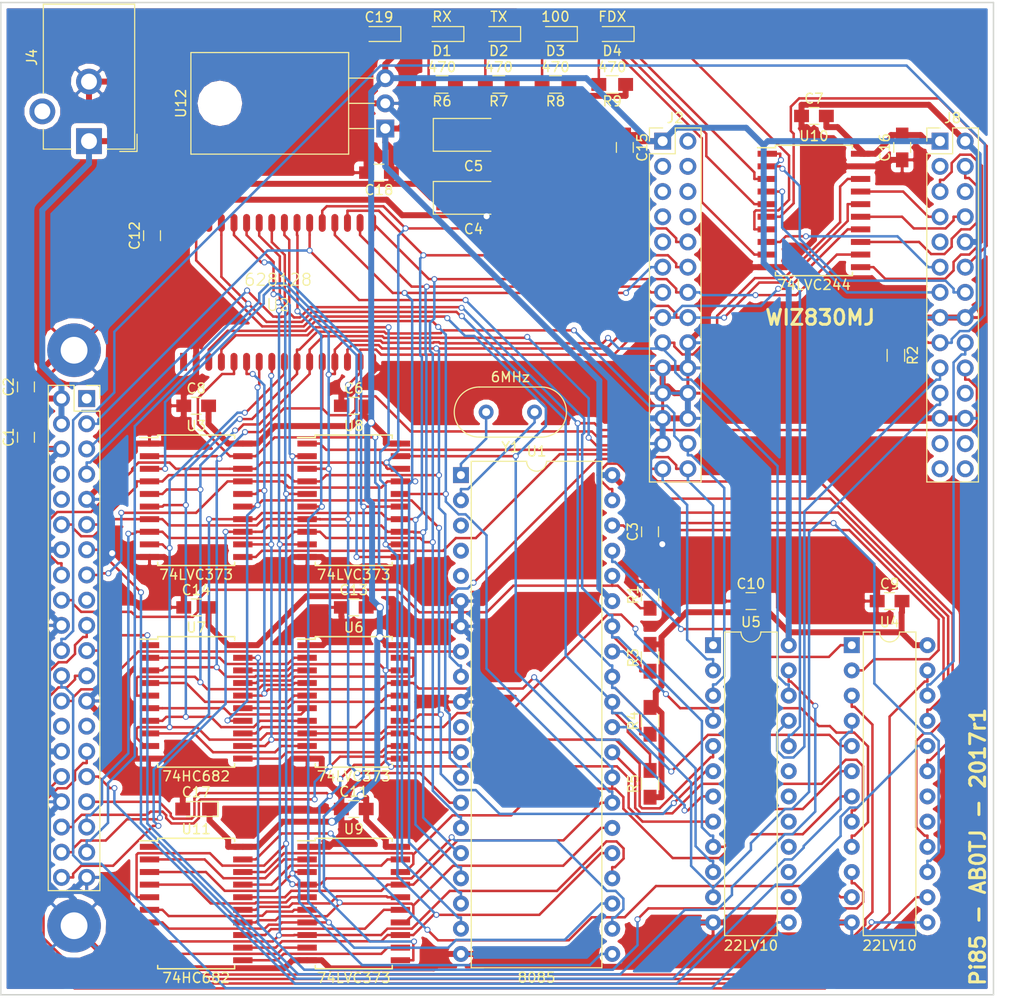
<source format=kicad_pcb>
(kicad_pcb (version 4) (host pcbnew 4.0.6)

  (general
    (links 301)
    (no_connects 0)
    (area 103.32 32.564999 210.415 133.350001)
    (thickness 1.6)
    (drawings 10)
    (tracks 2061)
    (zones 0)
    (modules 51)
    (nets 129)
  )

  (page A4)
  (layers
    (0 F.Cu signal)
    (31 B.Cu signal)
    (32 B.Adhes user)
    (33 F.Adhes user)
    (34 B.Paste user)
    (35 F.Paste user)
    (36 B.SilkS user)
    (37 F.SilkS user)
    (38 B.Mask user)
    (39 F.Mask user)
    (40 Dwgs.User user)
    (41 Cmts.User user)
    (42 Eco1.User user)
    (43 Eco2.User user)
    (44 Edge.Cuts user)
    (45 Margin user)
    (46 B.CrtYd user)
    (47 F.CrtYd user)
    (48 B.Fab user)
    (49 F.Fab user)
  )

  (setup
    (last_trace_width 0.25)
    (trace_clearance 0.2)
    (zone_clearance 0.508)
    (zone_45_only yes)
    (trace_min 0.2)
    (segment_width 0.2)
    (edge_width 0.15)
    (via_size 0.6)
    (via_drill 0.4)
    (via_min_size 0.4)
    (via_min_drill 0.3)
    (uvia_size 0.3)
    (uvia_drill 0.1)
    (uvias_allowed no)
    (uvia_min_size 0.2)
    (uvia_min_drill 0.1)
    (pcb_text_width 0.3)
    (pcb_text_size 1.5 1.5)
    (mod_edge_width 0.15)
    (mod_text_size 1 1)
    (mod_text_width 0.15)
    (pad_size 1.524 1.524)
    (pad_drill 0.762)
    (pad_to_mask_clearance 0)
    (aux_axis_origin 0 0)
    (visible_elements 7FFFF7FF)
    (pcbplotparams
      (layerselection 0x00030_80000001)
      (usegerberextensions false)
      (excludeedgelayer true)
      (linewidth 0.100000)
      (plotframeref false)
      (viasonmask false)
      (mode 1)
      (useauxorigin false)
      (hpglpennumber 1)
      (hpglpenspeed 20)
      (hpglpendiameter 15)
      (hpglpenoverlay 2)
      (psnegative false)
      (psa4output false)
      (plotreference true)
      (plotvalue true)
      (plotinvisibletext false)
      (padsonsilk false)
      (subtractmaskfromsilk false)
      (outputformat 1)
      (mirror false)
      (drillshape 1)
      (scaleselection 1)
      (outputdirectory ""))
  )

  (net 0 "")
  (net 1 VCC)
  (net 2 GND)
  (net 3 "Net-(D1-Pad1)")
  (net 4 "Net-(D1-Pad2)")
  (net 5 "Net-(D2-Pad1)")
  (net 6 "Net-(D2-Pad2)")
  (net 7 "Net-(D3-Pad1)")
  (net 8 "Net-(D3-Pad2)")
  (net 9 "Net-(D4-Pad1)")
  (net 10 "Net-(D4-Pad2)")
  (net 11 "Net-(J2-Pad2)")
  (net 12 "Net-(J2-Pad3)")
  (net 13 "Net-(J2-Pad4)")
  (net 14 "Net-(J2-Pad5)")
  (net 15 "Net-(J2-Pad6)")
  (net 16 "Net-(J2-Pad7)")
  (net 17 "Net-(J2-Pad8)")
  (net 18 "Net-(J2-Pad9)")
  (net 19 /AD7)
  (net 20 /AD6)
  (net 21 /AD5)
  (net 22 /AD4)
  (net 23 /AD3)
  (net 24 /AD2)
  (net 25 /AD1)
  (net 26 /AD0)
  (net 27 /A2)
  (net 28 /A1)
  (net 29 /A0)
  (net 30 "Net-(J4-Pad3)")
  (net 31 /~TX)
  (net 32 /~RX)
  (net 33 /~FDX)
  (net 34 /~SPD)
  (net 35 /BRDY3)
  (net 36 /BRDY2)
  (net 37 /BRDY1)
  (net 38 /BRDY0)
  (net 39 /~ETH_RST)
  (net 40 /~ETH_INT)
  (net 41 /~ETH_CS)
  (net 42 /~RD)
  (net 43 /~WR)
  (net 44 /~85_RST)
  (net 45 /IO/~M)
  (net 46 "Net-(U1-Pad1)")
  (net 47 /A8)
  (net 48 "Net-(U1-Pad2)")
  (net 49 /A9)
  (net 50 "Net-(U1-Pad3)")
  (net 51 /A10)
  (net 52 "Net-(U1-Pad4)")
  (net 53 /A11)
  (net 54 "Net-(U1-Pad5)")
  (net 55 /A12)
  (net 56 /A13)
  (net 57 /A14)
  (net 58 /PI_INT)
  (net 59 /A15)
  (net 60 /ETH_INT)
  (net 61 /S0)
  (net 62 /85_ALE)
  (net 63 "Net-(U1-Pad11)")
  (net 64 /S1)
  (net 65 "Net-(U1-Pad37)")
  (net 66 "Net-(U1-Pad38)")
  (net 67 /HOLD)
  (net 68 /A5)
  (net 69 /A6)
  (net 70 /A7)
  (net 71 /A3)
  (net 72 /A4)
  (net 73 /ALE_LO)
  (net 74 /BP_EN)
  (net 75 /BP)
  (net 76 /PI_BRQ)
  (net 77 /PI_ALE_LO)
  (net 78 /~PI_EN)
  (net 79 /PI_EN)
  (net 80 /~BP_LM)
  (net 81 /~BP_HM)
  (net 82 /BP_RST)
  (net 83 /PI_ACK)
  (net 84 "Net-(U6-Pad15)")
  (net 85 "Net-(U6-Pad16)")
  (net 86 "Net-(U6-Pad19)")
  (net 87 /~ETH_STAT)
  (net 88 /PI_REQ)
  (net 89 /BP_LE)
  (net 90 /ALE_HI)
  (net 91 "Net-(J1-Pad1)")
  (net 92 "Net-(J1-Pad8)")
  (net 93 "Net-(J1-Pad10)")
  (net 94 "Net-(J1-Pad17)")
  (net 95 "Net-(J1-Pad27)")
  (net 96 "Net-(J1-Pad28)")
  (net 97 +5V)
  (net 98 "Net-(J8-Pad3)")
  (net 99 "Net-(J8-Pad6)")
  (net 100 "Net-(J8-Pad9)")
  (net 101 "Net-(J8-Pad22)")
  (net 102 "Net-(J8-Pad25)")
  (net 103 "Net-(J8-Pad26)")
  (net 104 "Net-(J8-Pad27)")
  (net 105 "Net-(J8-Pad28)")
  (net 106 "Net-(U5-Pad17)")
  (net 107 "Net-(U5-Pad19)")
  (net 108 "Net-(U5-Pad18)")
  (net 109 "Net-(U6-Pad2)")
  (net 110 "Net-(U6-Pad5)")
  (net 111 "Net-(U6-Pad6)")
  (net 112 "Net-(U6-Pad9)")
  (net 113 "Net-(U6-Pad12)")
  (net 114 "Net-(U7-Pad1)")
  (net 115 "Net-(U11-Pad2)")
  (net 116 "Net-(U11-Pad4)")
  (net 117 "Net-(U11-Pad6)")
  (net 118 "Net-(U11-Pad8)")
  (net 119 "Net-(U11-Pad11)")
  (net 120 "Net-(U11-Pad13)")
  (net 121 "Net-(U11-Pad15)")
  (net 122 "Net-(U11-Pad17)")
  (net 123 "Net-(U11-Pad1)")
  (net 124 "Net-(U4-Pad17)")
  (net 125 "Net-(U4-Pad18)")
  (net 126 "Net-(U5-Pad14)")
  (net 127 "Net-(U5-Pad15)")
  (net 128 "Net-(U5-Pad16)")

  (net_class Default "This is the default net class."
    (clearance 0.2)
    (trace_width 0.25)
    (via_dia 0.6)
    (via_drill 0.4)
    (uvia_dia 0.3)
    (uvia_drill 0.1)
    (add_net /85_ALE)
    (add_net /A0)
    (add_net /A1)
    (add_net /A10)
    (add_net /A11)
    (add_net /A12)
    (add_net /A13)
    (add_net /A14)
    (add_net /A15)
    (add_net /A2)
    (add_net /A3)
    (add_net /A4)
    (add_net /A5)
    (add_net /A6)
    (add_net /A7)
    (add_net /A8)
    (add_net /A9)
    (add_net /AD0)
    (add_net /AD1)
    (add_net /AD2)
    (add_net /AD3)
    (add_net /AD4)
    (add_net /AD5)
    (add_net /AD6)
    (add_net /AD7)
    (add_net /ALE_HI)
    (add_net /ALE_LO)
    (add_net /BP)
    (add_net /BP_EN)
    (add_net /BP_LE)
    (add_net /BP_RST)
    (add_net /BRDY0)
    (add_net /BRDY1)
    (add_net /BRDY2)
    (add_net /BRDY3)
    (add_net /ETH_INT)
    (add_net /HOLD)
    (add_net /IO/~M)
    (add_net /PI_ACK)
    (add_net /PI_ALE_LO)
    (add_net /PI_BRQ)
    (add_net /PI_EN)
    (add_net /PI_INT)
    (add_net /PI_REQ)
    (add_net /S0)
    (add_net /S1)
    (add_net /~85_RST)
    (add_net /~BP_HM)
    (add_net /~BP_LM)
    (add_net /~ETH_CS)
    (add_net /~ETH_INT)
    (add_net /~ETH_RST)
    (add_net /~ETH_STAT)
    (add_net /~FDX)
    (add_net /~PI_EN)
    (add_net /~RD)
    (add_net /~RX)
    (add_net /~SPD)
    (add_net /~TX)
    (add_net /~WR)
    (add_net "Net-(D1-Pad1)")
    (add_net "Net-(D1-Pad2)")
    (add_net "Net-(D2-Pad1)")
    (add_net "Net-(D2-Pad2)")
    (add_net "Net-(D3-Pad1)")
    (add_net "Net-(D3-Pad2)")
    (add_net "Net-(D4-Pad1)")
    (add_net "Net-(D4-Pad2)")
    (add_net "Net-(J1-Pad1)")
    (add_net "Net-(J1-Pad10)")
    (add_net "Net-(J1-Pad17)")
    (add_net "Net-(J1-Pad27)")
    (add_net "Net-(J1-Pad28)")
    (add_net "Net-(J1-Pad8)")
    (add_net "Net-(J2-Pad2)")
    (add_net "Net-(J2-Pad3)")
    (add_net "Net-(J2-Pad4)")
    (add_net "Net-(J2-Pad5)")
    (add_net "Net-(J2-Pad6)")
    (add_net "Net-(J2-Pad7)")
    (add_net "Net-(J2-Pad8)")
    (add_net "Net-(J2-Pad9)")
    (add_net "Net-(J4-Pad3)")
    (add_net "Net-(J8-Pad22)")
    (add_net "Net-(J8-Pad25)")
    (add_net "Net-(J8-Pad26)")
    (add_net "Net-(J8-Pad27)")
    (add_net "Net-(J8-Pad28)")
    (add_net "Net-(J8-Pad3)")
    (add_net "Net-(J8-Pad6)")
    (add_net "Net-(J8-Pad9)")
    (add_net "Net-(U1-Pad1)")
    (add_net "Net-(U1-Pad11)")
    (add_net "Net-(U1-Pad2)")
    (add_net "Net-(U1-Pad3)")
    (add_net "Net-(U1-Pad37)")
    (add_net "Net-(U1-Pad38)")
    (add_net "Net-(U1-Pad4)")
    (add_net "Net-(U1-Pad5)")
    (add_net "Net-(U11-Pad1)")
    (add_net "Net-(U11-Pad11)")
    (add_net "Net-(U11-Pad13)")
    (add_net "Net-(U11-Pad15)")
    (add_net "Net-(U11-Pad17)")
    (add_net "Net-(U11-Pad2)")
    (add_net "Net-(U11-Pad4)")
    (add_net "Net-(U11-Pad6)")
    (add_net "Net-(U11-Pad8)")
    (add_net "Net-(U4-Pad17)")
    (add_net "Net-(U4-Pad18)")
    (add_net "Net-(U5-Pad14)")
    (add_net "Net-(U5-Pad15)")
    (add_net "Net-(U5-Pad16)")
    (add_net "Net-(U5-Pad17)")
    (add_net "Net-(U5-Pad18)")
    (add_net "Net-(U5-Pad19)")
    (add_net "Net-(U6-Pad12)")
    (add_net "Net-(U6-Pad15)")
    (add_net "Net-(U6-Pad16)")
    (add_net "Net-(U6-Pad19)")
    (add_net "Net-(U6-Pad2)")
    (add_net "Net-(U6-Pad5)")
    (add_net "Net-(U6-Pad6)")
    (add_net "Net-(U6-Pad9)")
    (add_net "Net-(U7-Pad1)")
  )

  (net_class Power ""
    (clearance 0.2)
    (trace_width 0.6)
    (via_dia 0.8)
    (via_drill 0.6)
    (uvia_dia 0.3)
    (uvia_drill 0.1)
    (add_net +5V)
    (add_net GND)
    (add_net VCC)
  )

  (module Pin_Headers:Pin_Header_Straight_2x20_Pitch2.54mm (layer F.Cu) (tedit 5A0F0C67) (tstamp 59B1B4BB)
    (at 110.892 97.0625)
    (descr "Through hole straight pin header, 2x20, 2.54mm pitch, double rows")
    (tags "Through hole pin header THT 2x20 2.54mm double row")
    (path /59B10211)
    (fp_text reference J1 (at 0 -26.46) (layer F.Fab)
      (effects (font (size 1 1) (thickness 0.15)))
    )
    (fp_text value Raspberry_Pi_2_3 (at 0 26.46) (layer F.Fab)
      (effects (font (size 1 1) (thickness 0.15)))
    )
    (fp_line (start 1.27 -25.4) (end -2.54 -25.4) (layer F.Fab) (width 0.1))
    (fp_line (start -2.54 -25.4) (end -2.54 25.4) (layer F.Fab) (width 0.1))
    (fp_line (start -2.54 25.4) (end 2.54 25.4) (layer F.Fab) (width 0.1))
    (fp_line (start 2.54 25.4) (end 2.54 -24.13) (layer F.Fab) (width 0.1))
    (fp_line (start 2.54 -24.13) (end 1.27 -25.4) (layer F.Fab) (width 0.1))
    (fp_line (start 2.6 25.46) (end -2.6 25.46) (layer F.SilkS) (width 0.12))
    (fp_line (start 2.6 -22.86) (end 2.6 25.46) (layer F.SilkS) (width 0.12))
    (fp_line (start -2.6 -25.46) (end -2.6 25.46) (layer F.SilkS) (width 0.12))
    (fp_line (start 2.6 -22.86) (end 0 -22.86) (layer F.SilkS) (width 0.12))
    (fp_line (start 0 -22.86) (end 0 -25.46) (layer F.SilkS) (width 0.12))
    (fp_line (start 0 -25.46) (end -2.6 -25.46) (layer F.SilkS) (width 0.12))
    (fp_line (start 2.6 -24.13) (end 2.6 -25.46) (layer F.SilkS) (width 0.12))
    (fp_line (start 2.6 -25.46) (end 1.27 -25.46) (layer F.SilkS) (width 0.12))
    (fp_line (start 3.07 -25.93) (end 3.07 25.92) (layer F.CrtYd) (width 0.05))
    (fp_line (start 3.07 25.92) (end -3.08 25.92) (layer F.CrtYd) (width 0.05))
    (fp_line (start -3.08 25.92) (end -3.08 -25.93) (layer F.CrtYd) (width 0.05))
    (fp_line (start -3.08 -25.93) (end 3.07 -25.93) (layer F.CrtYd) (width 0.05))
    (fp_text user %R (at 0 0 270) (layer F.Fab)
      (effects (font (size 1 1) (thickness 0.15)))
    )
    (pad 1 thru_hole rect (at 1.27 -24.13) (size 1.7 1.7) (drill 1) (layers *.Cu *.Mask)
      (net 91 "Net-(J1-Pad1)"))
    (pad 2 thru_hole oval (at -1.27 -24.13) (size 1.7 1.7) (drill 1) (layers *.Cu *.Mask)
      (net 97 +5V))
    (pad 3 thru_hole oval (at 1.27 -21.59) (size 1.7 1.7) (drill 1) (layers *.Cu *.Mask)
      (net 45 /IO/~M))
    (pad 4 thru_hole oval (at -1.27 -21.59) (size 1.7 1.7) (drill 1) (layers *.Cu *.Mask)
      (net 97 +5V))
    (pad 5 thru_hole oval (at 1.27 -19.05) (size 1.7 1.7) (drill 1) (layers *.Cu *.Mask)
      (net 42 /~RD))
    (pad 6 thru_hole oval (at -1.27 -19.05) (size 1.7 1.7) (drill 1) (layers *.Cu *.Mask)
      (net 2 GND))
    (pad 7 thru_hole oval (at 1.27 -16.51) (size 1.7 1.7) (drill 1) (layers *.Cu *.Mask)
      (net 43 /~WR))
    (pad 8 thru_hole oval (at -1.27 -16.51) (size 1.7 1.7) (drill 1) (layers *.Cu *.Mask)
      (net 92 "Net-(J1-Pad8)"))
    (pad 9 thru_hole oval (at 1.27 -13.97) (size 1.7 1.7) (drill 1) (layers *.Cu *.Mask)
      (net 2 GND))
    (pad 10 thru_hole oval (at -1.27 -13.97) (size 1.7 1.7) (drill 1) (layers *.Cu *.Mask)
      (net 93 "Net-(J1-Pad10)"))
    (pad 11 thru_hole oval (at 1.27 -11.43) (size 1.7 1.7) (drill 1) (layers *.Cu *.Mask)
      (net 25 /AD1))
    (pad 12 thru_hole oval (at -1.27 -11.43) (size 1.7 1.7) (drill 1) (layers *.Cu *.Mask)
      (net 24 /AD2))
    (pad 13 thru_hole oval (at 1.27 -8.89) (size 1.7 1.7) (drill 1) (layers *.Cu *.Mask)
      (net 77 /PI_ALE_LO))
    (pad 14 thru_hole oval (at -1.27 -8.89) (size 1.7 1.7) (drill 1) (layers *.Cu *.Mask)
      (net 2 GND))
    (pad 15 thru_hole oval (at 1.27 -6.35) (size 1.7 1.7) (drill 1) (layers *.Cu *.Mask)
      (net 20 /AD6))
    (pad 16 thru_hole oval (at -1.27 -6.35) (size 1.7 1.7) (drill 1) (layers *.Cu *.Mask)
      (net 19 /AD7))
    (pad 17 thru_hole oval (at 1.27 -3.81) (size 1.7 1.7) (drill 1) (layers *.Cu *.Mask)
      (net 94 "Net-(J1-Pad17)"))
    (pad 18 thru_hole oval (at -1.27 -3.81) (size 1.7 1.7) (drill 1) (layers *.Cu *.Mask)
      (net 44 /~85_RST))
    (pad 19 thru_hole oval (at 1.27 -1.27) (size 1.7 1.7) (drill 1) (layers *.Cu *.Mask)
      (net 75 /BP))
    (pad 20 thru_hole oval (at -1.27 -1.27) (size 1.7 1.7) (drill 1) (layers *.Cu *.Mask)
      (net 2 GND))
    (pad 21 thru_hole oval (at 1.27 1.27) (size 1.7 1.7) (drill 1) (layers *.Cu *.Mask)
      (net 88 /PI_REQ))
    (pad 22 thru_hole oval (at -1.27 1.27) (size 1.7 1.7) (drill 1) (layers *.Cu *.Mask)
      (net 39 /~ETH_RST))
    (pad 23 thru_hole oval (at 1.27 3.81) (size 1.7 1.7) (drill 1) (layers *.Cu *.Mask)
      (net 82 /BP_RST))
    (pad 24 thru_hole oval (at -1.27 3.81) (size 1.7 1.7) (drill 1) (layers *.Cu *.Mask)
      (net 83 /PI_ACK))
    (pad 25 thru_hole oval (at 1.27 6.35) (size 1.7 1.7) (drill 1) (layers *.Cu *.Mask)
      (net 2 GND))
    (pad 26 thru_hole oval (at -1.27 6.35) (size 1.7 1.7) (drill 1) (layers *.Cu *.Mask)
      (net 58 /PI_INT))
    (pad 27 thru_hole oval (at 1.27 8.89) (size 1.7 1.7) (drill 1) (layers *.Cu *.Mask)
      (net 95 "Net-(J1-Pad27)"))
    (pad 28 thru_hole oval (at -1.27 8.89) (size 1.7 1.7) (drill 1) (layers *.Cu *.Mask)
      (net 96 "Net-(J1-Pad28)"))
    (pad 29 thru_hole oval (at 1.27 11.43) (size 1.7 1.7) (drill 1) (layers *.Cu *.Mask)
      (net 76 /PI_BRQ))
    (pad 30 thru_hole oval (at -1.27 11.43) (size 1.7 1.7) (drill 1) (layers *.Cu *.Mask)
      (net 2 GND))
    (pad 31 thru_hole oval (at 1.27 13.97) (size 1.7 1.7) (drill 1) (layers *.Cu *.Mask)
      (net 79 /PI_EN))
    (pad 32 thru_hole oval (at -1.27 13.97) (size 1.7 1.7) (drill 1) (layers *.Cu *.Mask)
      (net 74 /BP_EN))
    (pad 33 thru_hole oval (at 1.27 16.51) (size 1.7 1.7) (drill 1) (layers *.Cu *.Mask)
      (net 89 /BP_LE))
    (pad 34 thru_hole oval (at -1.27 16.51) (size 1.7 1.7) (drill 1) (layers *.Cu *.Mask)
      (net 2 GND))
    (pad 35 thru_hole oval (at 1.27 19.05) (size 1.7 1.7) (drill 1) (layers *.Cu *.Mask)
      (net 23 /AD3))
    (pad 36 thru_hole oval (at -1.27 19.05) (size 1.7 1.7) (drill 1) (layers *.Cu *.Mask)
      (net 26 /AD0))
    (pad 37 thru_hole oval (at 1.27 21.59) (size 1.7 1.7) (drill 1) (layers *.Cu *.Mask)
      (net 90 /ALE_HI))
    (pad 38 thru_hole oval (at -1.27 21.59) (size 1.7 1.7) (drill 1) (layers *.Cu *.Mask)
      (net 22 /AD4))
    (pad 39 thru_hole oval (at 1.27 24.13) (size 1.7 1.7) (drill 1) (layers *.Cu *.Mask)
      (net 2 GND))
    (pad 40 thru_hole oval (at -1.27 24.13) (size 1.7 1.7) (drill 1) (layers *.Cu *.Mask)
      (net 21 /AD5))
    (model ${KISYS3DMOD}/Pin_Headers.3dshapes/Pin_Header_Straight_2x20_Pitch2.54mm.wrl
      (at (xyz 0 0 0))
      (scale (xyz 1 1 1))
      (rotate (xyz 0 0 0))
    )
  )

  (module Pin_Headers:Pin_Header_Straight_2x14_Pitch2.54mm (layer F.Cu) (tedit 59650533) (tstamp 59B1AA66)
    (at 170.18 46.99)
    (descr "Through hole straight pin header, 2x14, 2.54mm pitch, double rows")
    (tags "Through hole pin header THT 2x14 2.54mm double row")
    (path /59B57682)
    (fp_text reference J2 (at 1.27 -2.33) (layer F.SilkS)
      (effects (font (size 1 1) (thickness 0.15)))
    )
    (fp_text value CONN_02X14 (at 1.27 35.35) (layer F.Fab)
      (effects (font (size 1 1) (thickness 0.15)))
    )
    (fp_line (start 0 -1.27) (end 3.81 -1.27) (layer F.Fab) (width 0.1))
    (fp_line (start 3.81 -1.27) (end 3.81 34.29) (layer F.Fab) (width 0.1))
    (fp_line (start 3.81 34.29) (end -1.27 34.29) (layer F.Fab) (width 0.1))
    (fp_line (start -1.27 34.29) (end -1.27 0) (layer F.Fab) (width 0.1))
    (fp_line (start -1.27 0) (end 0 -1.27) (layer F.Fab) (width 0.1))
    (fp_line (start -1.33 34.35) (end 3.87 34.35) (layer F.SilkS) (width 0.12))
    (fp_line (start -1.33 1.27) (end -1.33 34.35) (layer F.SilkS) (width 0.12))
    (fp_line (start 3.87 -1.33) (end 3.87 34.35) (layer F.SilkS) (width 0.12))
    (fp_line (start -1.33 1.27) (end 1.27 1.27) (layer F.SilkS) (width 0.12))
    (fp_line (start 1.27 1.27) (end 1.27 -1.33) (layer F.SilkS) (width 0.12))
    (fp_line (start 1.27 -1.33) (end 3.87 -1.33) (layer F.SilkS) (width 0.12))
    (fp_line (start -1.33 0) (end -1.33 -1.33) (layer F.SilkS) (width 0.12))
    (fp_line (start -1.33 -1.33) (end 0 -1.33) (layer F.SilkS) (width 0.12))
    (fp_line (start -1.8 -1.8) (end -1.8 34.8) (layer F.CrtYd) (width 0.05))
    (fp_line (start -1.8 34.8) (end 4.35 34.8) (layer F.CrtYd) (width 0.05))
    (fp_line (start 4.35 34.8) (end 4.35 -1.8) (layer F.CrtYd) (width 0.05))
    (fp_line (start 4.35 -1.8) (end -1.8 -1.8) (layer F.CrtYd) (width 0.05))
    (fp_text user %R (at 1.27 16.51 90) (layer F.Fab)
      (effects (font (size 1 1) (thickness 0.15)))
    )
    (pad 1 thru_hole rect (at 0 0) (size 1.7 1.7) (drill 1) (layers *.Cu *.Mask)
      (net 1 VCC))
    (pad 2 thru_hole oval (at 2.54 0) (size 1.7 1.7) (drill 1) (layers *.Cu *.Mask)
      (net 11 "Net-(J2-Pad2)"))
    (pad 3 thru_hole oval (at 0 2.54) (size 1.7 1.7) (drill 1) (layers *.Cu *.Mask)
      (net 12 "Net-(J2-Pad3)"))
    (pad 4 thru_hole oval (at 2.54 2.54) (size 1.7 1.7) (drill 1) (layers *.Cu *.Mask)
      (net 13 "Net-(J2-Pad4)"))
    (pad 5 thru_hole oval (at 0 5.08) (size 1.7 1.7) (drill 1) (layers *.Cu *.Mask)
      (net 14 "Net-(J2-Pad5)"))
    (pad 6 thru_hole oval (at 2.54 5.08) (size 1.7 1.7) (drill 1) (layers *.Cu *.Mask)
      (net 15 "Net-(J2-Pad6)"))
    (pad 7 thru_hole oval (at 0 7.62) (size 1.7 1.7) (drill 1) (layers *.Cu *.Mask)
      (net 16 "Net-(J2-Pad7)"))
    (pad 8 thru_hole oval (at 2.54 7.62) (size 1.7 1.7) (drill 1) (layers *.Cu *.Mask)
      (net 17 "Net-(J2-Pad8)"))
    (pad 9 thru_hole oval (at 0 10.16) (size 1.7 1.7) (drill 1) (layers *.Cu *.Mask)
      (net 18 "Net-(J2-Pad9)"))
    (pad 10 thru_hole oval (at 2.54 10.16) (size 1.7 1.7) (drill 1) (layers *.Cu *.Mask)
      (net 19 /AD7))
    (pad 11 thru_hole oval (at 0 12.7) (size 1.7 1.7) (drill 1) (layers *.Cu *.Mask)
      (net 20 /AD6))
    (pad 12 thru_hole oval (at 2.54 12.7) (size 1.7 1.7) (drill 1) (layers *.Cu *.Mask)
      (net 21 /AD5))
    (pad 13 thru_hole oval (at 0 15.24) (size 1.7 1.7) (drill 1) (layers *.Cu *.Mask)
      (net 22 /AD4))
    (pad 14 thru_hole oval (at 2.54 15.24) (size 1.7 1.7) (drill 1) (layers *.Cu *.Mask)
      (net 23 /AD3))
    (pad 15 thru_hole oval (at 0 17.78) (size 1.7 1.7) (drill 1) (layers *.Cu *.Mask)
      (net 24 /AD2))
    (pad 16 thru_hole oval (at 2.54 17.78) (size 1.7 1.7) (drill 1) (layers *.Cu *.Mask)
      (net 25 /AD1))
    (pad 17 thru_hole oval (at 0 20.32) (size 1.7 1.7) (drill 1) (layers *.Cu *.Mask)
      (net 26 /AD0))
    (pad 18 thru_hole oval (at 2.54 20.32) (size 1.7 1.7) (drill 1) (layers *.Cu *.Mask)
      (net 2 GND))
    (pad 19 thru_hole oval (at 0 22.86) (size 1.7 1.7) (drill 1) (layers *.Cu *.Mask)
      (net 2 GND))
    (pad 20 thru_hole oval (at 2.54 22.86) (size 1.7 1.7) (drill 1) (layers *.Cu *.Mask)
      (net 2 GND))
    (pad 21 thru_hole oval (at 0 25.4) (size 1.7 1.7) (drill 1) (layers *.Cu *.Mask)
      (net 2 GND))
    (pad 22 thru_hole oval (at 2.54 25.4) (size 1.7 1.7) (drill 1) (layers *.Cu *.Mask)
      (net 2 GND))
    (pad 23 thru_hole oval (at 0 27.94) (size 1.7 1.7) (drill 1) (layers *.Cu *.Mask)
      (net 2 GND))
    (pad 24 thru_hole oval (at 2.54 27.94) (size 1.7 1.7) (drill 1) (layers *.Cu *.Mask)
      (net 2 GND))
    (pad 25 thru_hole oval (at 0 30.48) (size 1.7 1.7) (drill 1) (layers *.Cu *.Mask)
      (net 2 GND))
    (pad 26 thru_hole oval (at 2.54 30.48) (size 1.7 1.7) (drill 1) (layers *.Cu *.Mask)
      (net 27 /A2))
    (pad 27 thru_hole oval (at 0 33.02) (size 1.7 1.7) (drill 1) (layers *.Cu *.Mask)
      (net 28 /A1))
    (pad 28 thru_hole oval (at 2.54 33.02) (size 1.7 1.7) (drill 1) (layers *.Cu *.Mask)
      (net 29 /A0))
    (model ${KISYS3DMOD}/Pin_Headers.3dshapes/Pin_Header_Straight_2x14_Pitch2.54mm.wrl
      (at (xyz 0 0 0))
      (scale (xyz 1 1 1))
      (rotate (xyz 0 0 0))
    )
  )

  (module Housings_DIP:DIP-40_W15.24mm (layer F.Cu) (tedit 59D2AE40) (tstamp 59B1AAEF)
    (at 149.86 80.645)
    (descr "40-lead dip package, row spacing 15.24 mm (600 mils)")
    (tags "DIL DIP PDIP 2.54mm 15.24mm 600mil")
    (path /5A126D21)
    (fp_text reference U1 (at 7.62 -2.39) (layer F.SilkS)
      (effects (font (size 1 1) (thickness 0.15)))
    )
    (fp_text value 8085 (at 7.62 50.65) (layer F.SilkS)
      (effects (font (size 1 1) (thickness 0.15)))
    )
    (fp_text user %R (at 7.62 24.13) (layer F.Fab)
      (effects (font (size 1 1) (thickness 0.15)))
    )
    (fp_line (start 1.255 -1.27) (end 14.985 -1.27) (layer F.Fab) (width 0.1))
    (fp_line (start 14.985 -1.27) (end 14.985 49.53) (layer F.Fab) (width 0.1))
    (fp_line (start 14.985 49.53) (end 0.255 49.53) (layer F.Fab) (width 0.1))
    (fp_line (start 0.255 49.53) (end 0.255 -0.27) (layer F.Fab) (width 0.1))
    (fp_line (start 0.255 -0.27) (end 1.255 -1.27) (layer F.Fab) (width 0.1))
    (fp_line (start 6.62 -1.39) (end 1.04 -1.39) (layer F.SilkS) (width 0.12))
    (fp_line (start 1.04 -1.39) (end 1.04 49.65) (layer F.SilkS) (width 0.12))
    (fp_line (start 1.04 49.65) (end 14.2 49.65) (layer F.SilkS) (width 0.12))
    (fp_line (start 14.2 49.65) (end 14.2 -1.39) (layer F.SilkS) (width 0.12))
    (fp_line (start 14.2 -1.39) (end 8.62 -1.39) (layer F.SilkS) (width 0.12))
    (fp_line (start -1.1 -1.6) (end -1.1 49.8) (layer F.CrtYd) (width 0.05))
    (fp_line (start -1.1 49.8) (end 16.3 49.8) (layer F.CrtYd) (width 0.05))
    (fp_line (start 16.3 49.8) (end 16.3 -1.6) (layer F.CrtYd) (width 0.05))
    (fp_line (start 16.3 -1.6) (end -1.1 -1.6) (layer F.CrtYd) (width 0.05))
    (fp_arc (start 7.62 -1.39) (end 6.62 -1.39) (angle -180) (layer F.SilkS) (width 0.12))
    (pad 1 thru_hole rect (at 0 0) (size 1.6 1.6) (drill 0.8) (layers *.Cu *.Mask)
      (net 46 "Net-(U1-Pad1)"))
    (pad 21 thru_hole oval (at 15.24 48.26) (size 1.6 1.6) (drill 0.8) (layers *.Cu *.Mask)
      (net 47 /A8))
    (pad 2 thru_hole oval (at 0 2.54) (size 1.6 1.6) (drill 0.8) (layers *.Cu *.Mask)
      (net 48 "Net-(U1-Pad2)"))
    (pad 22 thru_hole oval (at 15.24 45.72) (size 1.6 1.6) (drill 0.8) (layers *.Cu *.Mask)
      (net 49 /A9))
    (pad 3 thru_hole oval (at 0 5.08) (size 1.6 1.6) (drill 0.8) (layers *.Cu *.Mask)
      (net 50 "Net-(U1-Pad3)"))
    (pad 23 thru_hole oval (at 15.24 43.18) (size 1.6 1.6) (drill 0.8) (layers *.Cu *.Mask)
      (net 51 /A10))
    (pad 4 thru_hole oval (at 0 7.62) (size 1.6 1.6) (drill 0.8) (layers *.Cu *.Mask)
      (net 52 "Net-(U1-Pad4)"))
    (pad 24 thru_hole oval (at 15.24 40.64) (size 1.6 1.6) (drill 0.8) (layers *.Cu *.Mask)
      (net 53 /A11))
    (pad 5 thru_hole oval (at 0 10.16) (size 1.6 1.6) (drill 0.8) (layers *.Cu *.Mask)
      (net 54 "Net-(U1-Pad5)"))
    (pad 25 thru_hole oval (at 15.24 38.1) (size 1.6 1.6) (drill 0.8) (layers *.Cu *.Mask)
      (net 55 /A12))
    (pad 6 thru_hole oval (at 0 12.7) (size 1.6 1.6) (drill 0.8) (layers *.Cu *.Mask)
      (net 2 GND))
    (pad 26 thru_hole oval (at 15.24 35.56) (size 1.6 1.6) (drill 0.8) (layers *.Cu *.Mask)
      (net 56 /A13))
    (pad 7 thru_hole oval (at 0 15.24) (size 1.6 1.6) (drill 0.8) (layers *.Cu *.Mask)
      (net 2 GND))
    (pad 27 thru_hole oval (at 15.24 33.02) (size 1.6 1.6) (drill 0.8) (layers *.Cu *.Mask)
      (net 57 /A14))
    (pad 8 thru_hole oval (at 0 17.78) (size 1.6 1.6) (drill 0.8) (layers *.Cu *.Mask)
      (net 58 /PI_INT))
    (pad 28 thru_hole oval (at 15.24 30.48) (size 1.6 1.6) (drill 0.8) (layers *.Cu *.Mask)
      (net 59 /A15))
    (pad 9 thru_hole oval (at 0 20.32) (size 1.6 1.6) (drill 0.8) (layers *.Cu *.Mask)
      (net 60 /ETH_INT))
    (pad 29 thru_hole oval (at 15.24 27.94) (size 1.6 1.6) (drill 0.8) (layers *.Cu *.Mask)
      (net 61 /S0))
    (pad 10 thru_hole oval (at 0 22.86) (size 1.6 1.6) (drill 0.8) (layers *.Cu *.Mask)
      (net 2 GND))
    (pad 30 thru_hole oval (at 15.24 25.4) (size 1.6 1.6) (drill 0.8) (layers *.Cu *.Mask)
      (net 62 /85_ALE))
    (pad 11 thru_hole oval (at 0 25.4) (size 1.6 1.6) (drill 0.8) (layers *.Cu *.Mask)
      (net 63 "Net-(U1-Pad11)"))
    (pad 31 thru_hole oval (at 15.24 22.86) (size 1.6 1.6) (drill 0.8) (layers *.Cu *.Mask)
      (net 43 /~WR))
    (pad 12 thru_hole oval (at 0 27.94) (size 1.6 1.6) (drill 0.8) (layers *.Cu *.Mask)
      (net 26 /AD0))
    (pad 32 thru_hole oval (at 15.24 20.32) (size 1.6 1.6) (drill 0.8) (layers *.Cu *.Mask)
      (net 42 /~RD))
    (pad 13 thru_hole oval (at 0 30.48) (size 1.6 1.6) (drill 0.8) (layers *.Cu *.Mask)
      (net 25 /AD1))
    (pad 33 thru_hole oval (at 15.24 17.78) (size 1.6 1.6) (drill 0.8) (layers *.Cu *.Mask)
      (net 64 /S1))
    (pad 14 thru_hole oval (at 0 33.02) (size 1.6 1.6) (drill 0.8) (layers *.Cu *.Mask)
      (net 24 /AD2))
    (pad 34 thru_hole oval (at 15.24 15.24) (size 1.6 1.6) (drill 0.8) (layers *.Cu *.Mask)
      (net 45 /IO/~M))
    (pad 15 thru_hole oval (at 0 35.56) (size 1.6 1.6) (drill 0.8) (layers *.Cu *.Mask)
      (net 23 /AD3))
    (pad 35 thru_hole oval (at 15.24 12.7) (size 1.6 1.6) (drill 0.8) (layers *.Cu *.Mask)
      (net 97 +5V))
    (pad 16 thru_hole oval (at 0 38.1) (size 1.6 1.6) (drill 0.8) (layers *.Cu *.Mask)
      (net 22 /AD4))
    (pad 36 thru_hole oval (at 15.24 10.16) (size 1.6 1.6) (drill 0.8) (layers *.Cu *.Mask)
      (net 44 /~85_RST))
    (pad 17 thru_hole oval (at 0 40.64) (size 1.6 1.6) (drill 0.8) (layers *.Cu *.Mask)
      (net 21 /AD5))
    (pad 37 thru_hole oval (at 15.24 7.62) (size 1.6 1.6) (drill 0.8) (layers *.Cu *.Mask)
      (net 65 "Net-(U1-Pad37)"))
    (pad 18 thru_hole oval (at 0 43.18) (size 1.6 1.6) (drill 0.8) (layers *.Cu *.Mask)
      (net 20 /AD6))
    (pad 38 thru_hole oval (at 15.24 5.08) (size 1.6 1.6) (drill 0.8) (layers *.Cu *.Mask)
      (net 66 "Net-(U1-Pad38)"))
    (pad 19 thru_hole oval (at 0 45.72) (size 1.6 1.6) (drill 0.8) (layers *.Cu *.Mask)
      (net 19 /AD7))
    (pad 39 thru_hole oval (at 15.24 2.54) (size 1.6 1.6) (drill 0.8) (layers *.Cu *.Mask)
      (net 67 /HOLD))
    (pad 20 thru_hole oval (at 0 48.26) (size 1.6 1.6) (drill 0.8) (layers *.Cu *.Mask)
      (net 2 GND))
    (pad 40 thru_hole oval (at 15.24 0) (size 1.6 1.6) (drill 0.8) (layers *.Cu *.Mask)
      (net 97 +5V))
    (model ${KISYS3DMOD}/Housings_DIP.3dshapes/DIP-40_W15.24mm.wrl
      (at (xyz 0 0 0))
      (scale (xyz 1 1 1))
      (rotate (xyz 0 0 0))
    )
  )

  (module Crystals:Crystal_HC49-U_Vertical (layer F.Cu) (tedit 5A0E0E96) (tstamp 59B1AC1D)
    (at 152.4 74.295)
    (descr "Crystal THT HC-49/U http://5hertz.com/pdfs/04404_D.pdf")
    (tags "THT crystalHC-49/U")
    (path /59B11E39)
    (fp_text reference Y1 (at 2.44 3.525) (layer F.SilkS)
      (effects (font (size 1 1) (thickness 0.15)))
    )
    (fp_text value 6MHz (at 2.44 -3.525) (layer F.SilkS)
      (effects (font (size 1 1) (thickness 0.15)))
    )
    (fp_text user %R (at 2.44 0) (layer F.Fab)
      (effects (font (size 1 1) (thickness 0.15)))
    )
    (fp_line (start -0.685 -2.325) (end 5.565 -2.325) (layer F.Fab) (width 0.1))
    (fp_line (start -0.685 2.325) (end 5.565 2.325) (layer F.Fab) (width 0.1))
    (fp_line (start -0.56 -2) (end 5.44 -2) (layer F.Fab) (width 0.1))
    (fp_line (start -0.56 2) (end 5.44 2) (layer F.Fab) (width 0.1))
    (fp_line (start -0.685 -2.525) (end 5.565 -2.525) (layer F.SilkS) (width 0.12))
    (fp_line (start -0.685 2.525) (end 5.565 2.525) (layer F.SilkS) (width 0.12))
    (fp_line (start -3.5 -2.8) (end -3.5 2.8) (layer F.CrtYd) (width 0.05))
    (fp_line (start -3.5 2.8) (end 8.4 2.8) (layer F.CrtYd) (width 0.05))
    (fp_line (start 8.4 2.8) (end 8.4 -2.8) (layer F.CrtYd) (width 0.05))
    (fp_line (start 8.4 -2.8) (end -3.5 -2.8) (layer F.CrtYd) (width 0.05))
    (fp_arc (start -0.685 0) (end -0.685 -2.325) (angle -180) (layer F.Fab) (width 0.1))
    (fp_arc (start 5.565 0) (end 5.565 -2.325) (angle 180) (layer F.Fab) (width 0.1))
    (fp_arc (start -0.56 0) (end -0.56 -2) (angle -180) (layer F.Fab) (width 0.1))
    (fp_arc (start 5.44 0) (end 5.44 -2) (angle 180) (layer F.Fab) (width 0.1))
    (fp_arc (start -0.685 0) (end -0.685 -2.525) (angle -180) (layer F.SilkS) (width 0.12))
    (fp_arc (start 5.565 0) (end 5.565 -2.525) (angle 180) (layer F.SilkS) (width 0.12))
    (pad 1 thru_hole circle (at 0 0) (size 1.5 1.5) (drill 0.8) (layers *.Cu *.Mask)
      (net 46 "Net-(U1-Pad1)"))
    (pad 2 thru_hole circle (at 4.88 0) (size 1.5 1.5) (drill 0.8) (layers *.Cu *.Mask)
      (net 48 "Net-(U1-Pad2)"))
    (model ${KISYS3DMOD}/Crystals.3dshapes/Crystal_HC49-U_Vertical.wrl
      (at (xyz 0 0 0))
      (scale (xyz 0.393701 0.393701 0.393701))
      (rotate (xyz 0 0 0))
    )
  )

  (module Capacitors_SMD:C_0805_HandSoldering (layer F.Cu) (tedit 5A0E0865) (tstamp 5A0CD6B7)
    (at 106.045 76.835 270)
    (descr "Capacitor SMD 0805, hand soldering")
    (tags "capacitor 0805")
    (path /59B6273F)
    (attr smd)
    (fp_text reference C1 (at 0 1.75 270) (layer F.SilkS)
      (effects (font (size 1 1) (thickness 0.15)))
    )
    (fp_text value .1uF (at 0 1.75 270) (layer F.Fab)
      (effects (font (size 1 1) (thickness 0.15)))
    )
    (fp_text user %R (at 0 -1.75 270) (layer F.Fab)
      (effects (font (size 1 1) (thickness 0.15)))
    )
    (fp_line (start -1 0.62) (end -1 -0.62) (layer F.Fab) (width 0.1))
    (fp_line (start 1 0.62) (end -1 0.62) (layer F.Fab) (width 0.1))
    (fp_line (start 1 -0.62) (end 1 0.62) (layer F.Fab) (width 0.1))
    (fp_line (start -1 -0.62) (end 1 -0.62) (layer F.Fab) (width 0.1))
    (fp_line (start 0.5 -0.85) (end -0.5 -0.85) (layer F.SilkS) (width 0.12))
    (fp_line (start -0.5 0.85) (end 0.5 0.85) (layer F.SilkS) (width 0.12))
    (fp_line (start -2.25 -0.88) (end 2.25 -0.88) (layer F.CrtYd) (width 0.05))
    (fp_line (start -2.25 -0.88) (end -2.25 0.87) (layer F.CrtYd) (width 0.05))
    (fp_line (start 2.25 0.87) (end 2.25 -0.88) (layer F.CrtYd) (width 0.05))
    (fp_line (start 2.25 0.87) (end -2.25 0.87) (layer F.CrtYd) (width 0.05))
    (pad 1 smd rect (at -1.25 0 270) (size 1.5 1.25) (layers F.Cu F.Paste F.Mask)
      (net 97 +5V))
    (pad 2 smd rect (at 1.25 0 270) (size 1.5 1.25) (layers F.Cu F.Paste F.Mask)
      (net 2 GND))
    (model Capacitors_SMD.3dshapes/C_0805.wrl
      (at (xyz 0 0 0))
      (scale (xyz 1 1 1))
      (rotate (xyz 0 0 0))
    )
  )

  (module Capacitors_SMD:C_0805_HandSoldering (layer F.Cu) (tedit 5A0E0994) (tstamp 5A0CD6BC)
    (at 106.045 71.755 90)
    (descr "Capacitor SMD 0805, hand soldering")
    (tags "capacitor 0805")
    (path /59B626E8)
    (attr smd)
    (fp_text reference C2 (at 0 -1.75 90) (layer F.SilkS)
      (effects (font (size 1 1) (thickness 0.15)))
    )
    (fp_text value .1uF (at 0 1.75 90) (layer F.Fab)
      (effects (font (size 1 1) (thickness 0.15)))
    )
    (fp_text user %R (at 0 -1.75 90) (layer F.Fab)
      (effects (font (size 1 1) (thickness 0.15)))
    )
    (fp_line (start -1 0.62) (end -1 -0.62) (layer F.Fab) (width 0.1))
    (fp_line (start 1 0.62) (end -1 0.62) (layer F.Fab) (width 0.1))
    (fp_line (start 1 -0.62) (end 1 0.62) (layer F.Fab) (width 0.1))
    (fp_line (start -1 -0.62) (end 1 -0.62) (layer F.Fab) (width 0.1))
    (fp_line (start 0.5 -0.85) (end -0.5 -0.85) (layer F.SilkS) (width 0.12))
    (fp_line (start -0.5 0.85) (end 0.5 0.85) (layer F.SilkS) (width 0.12))
    (fp_line (start -2.25 -0.88) (end 2.25 -0.88) (layer F.CrtYd) (width 0.05))
    (fp_line (start -2.25 -0.88) (end -2.25 0.87) (layer F.CrtYd) (width 0.05))
    (fp_line (start 2.25 0.87) (end 2.25 -0.88) (layer F.CrtYd) (width 0.05))
    (fp_line (start 2.25 0.87) (end -2.25 0.87) (layer F.CrtYd) (width 0.05))
    (pad 1 smd rect (at -1.25 0 90) (size 1.5 1.25) (layers F.Cu F.Paste F.Mask)
      (net 97 +5V))
    (pad 2 smd rect (at 1.25 0 90) (size 1.5 1.25) (layers F.Cu F.Paste F.Mask)
      (net 2 GND))
    (model Capacitors_SMD.3dshapes/C_0805.wrl
      (at (xyz 0 0 0))
      (scale (xyz 1 1 1))
      (rotate (xyz 0 0 0))
    )
  )

  (module Capacitors_SMD:C_0805_HandSoldering (layer F.Cu) (tedit 5A0E1CBB) (tstamp 5A0CD6C1)
    (at 168.91 86.36 270)
    (descr "Capacitor SMD 0805, hand soldering")
    (tags "capacitor 0805")
    (path /59B62624)
    (attr smd)
    (fp_text reference C3 (at 0 1.75 270) (layer F.SilkS)
      (effects (font (size 1 1) (thickness 0.15)))
    )
    (fp_text value .1uF (at 0 1.75 270) (layer F.Fab)
      (effects (font (size 1 1) (thickness 0.15)))
    )
    (fp_text user %R (at 0 -1.75 270) (layer F.Fab)
      (effects (font (size 1 1) (thickness 0.15)))
    )
    (fp_line (start -1 0.62) (end -1 -0.62) (layer F.Fab) (width 0.1))
    (fp_line (start 1 0.62) (end -1 0.62) (layer F.Fab) (width 0.1))
    (fp_line (start 1 -0.62) (end 1 0.62) (layer F.Fab) (width 0.1))
    (fp_line (start -1 -0.62) (end 1 -0.62) (layer F.Fab) (width 0.1))
    (fp_line (start 0.5 -0.85) (end -0.5 -0.85) (layer F.SilkS) (width 0.12))
    (fp_line (start -0.5 0.85) (end 0.5 0.85) (layer F.SilkS) (width 0.12))
    (fp_line (start -2.25 -0.88) (end 2.25 -0.88) (layer F.CrtYd) (width 0.05))
    (fp_line (start -2.25 -0.88) (end -2.25 0.87) (layer F.CrtYd) (width 0.05))
    (fp_line (start 2.25 0.87) (end 2.25 -0.88) (layer F.CrtYd) (width 0.05))
    (fp_line (start 2.25 0.87) (end -2.25 0.87) (layer F.CrtYd) (width 0.05))
    (pad 1 smd rect (at -1.25 0 270) (size 1.5 1.25) (layers F.Cu F.Paste F.Mask)
      (net 97 +5V))
    (pad 2 smd rect (at 1.25 0 270) (size 1.5 1.25) (layers F.Cu F.Paste F.Mask)
      (net 2 GND))
    (model Capacitors_SMD.3dshapes/C_0805.wrl
      (at (xyz 0 0 0))
      (scale (xyz 1 1 1))
      (rotate (xyz 0 0 0))
    )
  )

  (module Capacitors_Tantalum_SMD:CP_Tantalum_Case-B_EIA-3528-21_Hand (layer F.Cu) (tedit 5A0F0BC0) (tstamp 5A0CD6C6)
    (at 151.13 52.705)
    (descr "Tantalum capacitor, Case B, EIA 3528-21, 3.5x2.8x1.9mm, Hand soldering footprint")
    (tags "capacitor tantalum smd")
    (path /59B5FDCF)
    (attr smd)
    (fp_text reference C4 (at 0 3.15) (layer F.SilkS)
      (effects (font (size 1 1) (thickness 0.15)))
    )
    (fp_text value 33uF (at 0 -3.15) (layer F.Fab)
      (effects (font (size 1 1) (thickness 0.15)))
    )
    (fp_text user %R (at 0 0) (layer F.Fab)
      (effects (font (size 0.8 0.8) (thickness 0.12)))
    )
    (fp_line (start -4.15 -1.75) (end -4.15 1.75) (layer F.CrtYd) (width 0.05))
    (fp_line (start -4.15 1.75) (end 4.15 1.75) (layer F.CrtYd) (width 0.05))
    (fp_line (start 4.15 1.75) (end 4.15 -1.75) (layer F.CrtYd) (width 0.05))
    (fp_line (start 4.15 -1.75) (end -4.15 -1.75) (layer F.CrtYd) (width 0.05))
    (fp_line (start -1.75 -1.4) (end -1.75 1.4) (layer F.Fab) (width 0.1))
    (fp_line (start -1.75 1.4) (end 1.75 1.4) (layer F.Fab) (width 0.1))
    (fp_line (start 1.75 1.4) (end 1.75 -1.4) (layer F.Fab) (width 0.1))
    (fp_line (start 1.75 -1.4) (end -1.75 -1.4) (layer F.Fab) (width 0.1))
    (fp_line (start -1.4 -1.4) (end -1.4 1.4) (layer F.Fab) (width 0.1))
    (fp_line (start -1.225 -1.4) (end -1.225 1.4) (layer F.Fab) (width 0.1))
    (fp_line (start -4.05 -1.65) (end 1.75 -1.65) (layer F.SilkS) (width 0.12))
    (fp_line (start -4.05 1.65) (end 1.75 1.65) (layer F.SilkS) (width 0.12))
    (fp_line (start -4.05 -1.65) (end -4.05 1.65) (layer F.SilkS) (width 0.12))
    (pad 1 smd rect (at -2.15 0) (size 3.2 2.5) (layers F.Cu F.Paste F.Mask)
      (net 97 +5V))
    (pad 2 smd rect (at 2.15 0) (size 3.2 2.5) (layers F.Cu F.Paste F.Mask)
      (net 2 GND))
    (model Capacitors_Tantalum_SMD.3dshapes/CP_Tantalum_Case-B_EIA-3528-21.wrl
      (at (xyz 0 0 0))
      (scale (xyz 1 1 1))
      (rotate (xyz 0 0 0))
    )
  )

  (module Capacitors_Tantalum_SMD:CP_Tantalum_Case-B_EIA-3528-21_Hand (layer F.Cu) (tedit 5A0F0BC5) (tstamp 5A0CD6CB)
    (at 151.13 46.355)
    (descr "Tantalum capacitor, Case B, EIA 3528-21, 3.5x2.8x1.9mm, Hand soldering footprint")
    (tags "capacitor tantalum smd")
    (path /59B5FE1F)
    (attr smd)
    (fp_text reference C5 (at 0 3.15) (layer F.SilkS)
      (effects (font (size 1 1) (thickness 0.15)))
    )
    (fp_text value 33uF (at 0 3.15) (layer F.Fab)
      (effects (font (size 1 1) (thickness 0.15)))
    )
    (fp_text user %R (at 0 0) (layer F.Fab)
      (effects (font (size 0.8 0.8) (thickness 0.12)))
    )
    (fp_line (start -4.15 -1.75) (end -4.15 1.75) (layer F.CrtYd) (width 0.05))
    (fp_line (start -4.15 1.75) (end 4.15 1.75) (layer F.CrtYd) (width 0.05))
    (fp_line (start 4.15 1.75) (end 4.15 -1.75) (layer F.CrtYd) (width 0.05))
    (fp_line (start 4.15 -1.75) (end -4.15 -1.75) (layer F.CrtYd) (width 0.05))
    (fp_line (start -1.75 -1.4) (end -1.75 1.4) (layer F.Fab) (width 0.1))
    (fp_line (start -1.75 1.4) (end 1.75 1.4) (layer F.Fab) (width 0.1))
    (fp_line (start 1.75 1.4) (end 1.75 -1.4) (layer F.Fab) (width 0.1))
    (fp_line (start 1.75 -1.4) (end -1.75 -1.4) (layer F.Fab) (width 0.1))
    (fp_line (start -1.4 -1.4) (end -1.4 1.4) (layer F.Fab) (width 0.1))
    (fp_line (start -1.225 -1.4) (end -1.225 1.4) (layer F.Fab) (width 0.1))
    (fp_line (start -4.05 -1.65) (end 1.75 -1.65) (layer F.SilkS) (width 0.12))
    (fp_line (start -4.05 1.65) (end 1.75 1.65) (layer F.SilkS) (width 0.12))
    (fp_line (start -4.05 -1.65) (end -4.05 1.65) (layer F.SilkS) (width 0.12))
    (pad 1 smd rect (at -2.15 0) (size 3.2 2.5) (layers F.Cu F.Paste F.Mask)
      (net 1 VCC))
    (pad 2 smd rect (at 2.15 0) (size 3.2 2.5) (layers F.Cu F.Paste F.Mask)
      (net 2 GND))
    (model Capacitors_Tantalum_SMD.3dshapes/CP_Tantalum_Case-B_EIA-3528-21.wrl
      (at (xyz 0 0 0))
      (scale (xyz 1 1 1))
      (rotate (xyz 0 0 0))
    )
  )

  (module Capacitors_SMD:C_0805_HandSoldering (layer F.Cu) (tedit 5A0E07EA) (tstamp 5A0CD6D0)
    (at 139.065 73.66 180)
    (descr "Capacitor SMD 0805, hand soldering")
    (tags "capacitor 0805")
    (path /59B6042D)
    (attr smd)
    (fp_text reference C6 (at 0 1.75 180) (layer F.SilkS)
      (effects (font (size 1 1) (thickness 0.15)))
    )
    (fp_text value .1uF (at 0 1.75 180) (layer F.Fab)
      (effects (font (size 1 1) (thickness 0.15)))
    )
    (fp_text user %R (at 0 -1.75 180) (layer F.Fab)
      (effects (font (size 1 1) (thickness 0.15)))
    )
    (fp_line (start -1 0.62) (end -1 -0.62) (layer F.Fab) (width 0.1))
    (fp_line (start 1 0.62) (end -1 0.62) (layer F.Fab) (width 0.1))
    (fp_line (start 1 -0.62) (end 1 0.62) (layer F.Fab) (width 0.1))
    (fp_line (start -1 -0.62) (end 1 -0.62) (layer F.Fab) (width 0.1))
    (fp_line (start 0.5 -0.85) (end -0.5 -0.85) (layer F.SilkS) (width 0.12))
    (fp_line (start -0.5 0.85) (end 0.5 0.85) (layer F.SilkS) (width 0.12))
    (fp_line (start -2.25 -0.88) (end 2.25 -0.88) (layer F.CrtYd) (width 0.05))
    (fp_line (start -2.25 -0.88) (end -2.25 0.87) (layer F.CrtYd) (width 0.05))
    (fp_line (start 2.25 0.87) (end 2.25 -0.88) (layer F.CrtYd) (width 0.05))
    (fp_line (start 2.25 0.87) (end -2.25 0.87) (layer F.CrtYd) (width 0.05))
    (pad 1 smd rect (at -1.25 0 180) (size 1.5 1.25) (layers F.Cu F.Paste F.Mask)
      (net 1 VCC))
    (pad 2 smd rect (at 1.25 0 180) (size 1.5 1.25) (layers F.Cu F.Paste F.Mask)
      (net 2 GND))
    (model Capacitors_SMD.3dshapes/C_0805.wrl
      (at (xyz 0 0 0))
      (scale (xyz 1 1 1))
      (rotate (xyz 0 0 0))
    )
  )

  (module Capacitors_SMD:C_0805_HandSoldering (layer F.Cu) (tedit 5A0E08A0) (tstamp 5A0CD6D5)
    (at 185.42 44.45 180)
    (descr "Capacitor SMD 0805, hand soldering")
    (tags "capacitor 0805")
    (path /59D26836)
    (attr smd)
    (fp_text reference C7 (at 0 1.75 180) (layer F.SilkS)
      (effects (font (size 1 1) (thickness 0.15)))
    )
    (fp_text value .1uF (at 0 1.75 180) (layer F.Fab)
      (effects (font (size 1 1) (thickness 0.15)))
    )
    (fp_text user %R (at 0 -1.75 180) (layer F.Fab)
      (effects (font (size 1 1) (thickness 0.15)))
    )
    (fp_line (start -1 0.62) (end -1 -0.62) (layer F.Fab) (width 0.1))
    (fp_line (start 1 0.62) (end -1 0.62) (layer F.Fab) (width 0.1))
    (fp_line (start 1 -0.62) (end 1 0.62) (layer F.Fab) (width 0.1))
    (fp_line (start -1 -0.62) (end 1 -0.62) (layer F.Fab) (width 0.1))
    (fp_line (start 0.5 -0.85) (end -0.5 -0.85) (layer F.SilkS) (width 0.12))
    (fp_line (start -0.5 0.85) (end 0.5 0.85) (layer F.SilkS) (width 0.12))
    (fp_line (start -2.25 -0.88) (end 2.25 -0.88) (layer F.CrtYd) (width 0.05))
    (fp_line (start -2.25 -0.88) (end -2.25 0.87) (layer F.CrtYd) (width 0.05))
    (fp_line (start 2.25 0.87) (end 2.25 -0.88) (layer F.CrtYd) (width 0.05))
    (fp_line (start 2.25 0.87) (end -2.25 0.87) (layer F.CrtYd) (width 0.05))
    (pad 1 smd rect (at -1.25 0 180) (size 1.5 1.25) (layers F.Cu F.Paste F.Mask)
      (net 1 VCC))
    (pad 2 smd rect (at 1.25 0 180) (size 1.5 1.25) (layers F.Cu F.Paste F.Mask)
      (net 2 GND))
    (model Capacitors_SMD.3dshapes/C_0805.wrl
      (at (xyz 0 0 0))
      (scale (xyz 1 1 1))
      (rotate (xyz 0 0 0))
    )
  )

  (module Capacitors_SMD:C_0805_HandSoldering (layer F.Cu) (tedit 5A0E07E3) (tstamp 5A0CD6DA)
    (at 123.19 73.66 180)
    (descr "Capacitor SMD 0805, hand soldering")
    (tags "capacitor 0805")
    (path /59D282A9)
    (attr smd)
    (fp_text reference C8 (at 0 1.75 180) (layer F.SilkS)
      (effects (font (size 1 1) (thickness 0.15)))
    )
    (fp_text value .1uF (at 0 1.75 180) (layer F.Fab)
      (effects (font (size 1 1) (thickness 0.15)))
    )
    (fp_text user %R (at 0 -1.75 180) (layer F.Fab)
      (effects (font (size 1 1) (thickness 0.15)))
    )
    (fp_line (start -1 0.62) (end -1 -0.62) (layer F.Fab) (width 0.1))
    (fp_line (start 1 0.62) (end -1 0.62) (layer F.Fab) (width 0.1))
    (fp_line (start 1 -0.62) (end 1 0.62) (layer F.Fab) (width 0.1))
    (fp_line (start -1 -0.62) (end 1 -0.62) (layer F.Fab) (width 0.1))
    (fp_line (start 0.5 -0.85) (end -0.5 -0.85) (layer F.SilkS) (width 0.12))
    (fp_line (start -0.5 0.85) (end 0.5 0.85) (layer F.SilkS) (width 0.12))
    (fp_line (start -2.25 -0.88) (end 2.25 -0.88) (layer F.CrtYd) (width 0.05))
    (fp_line (start -2.25 -0.88) (end -2.25 0.87) (layer F.CrtYd) (width 0.05))
    (fp_line (start 2.25 0.87) (end 2.25 -0.88) (layer F.CrtYd) (width 0.05))
    (fp_line (start 2.25 0.87) (end -2.25 0.87) (layer F.CrtYd) (width 0.05))
    (pad 1 smd rect (at -1.25 0 180) (size 1.5 1.25) (layers F.Cu F.Paste F.Mask)
      (net 1 VCC))
    (pad 2 smd rect (at 1.25 0 180) (size 1.5 1.25) (layers F.Cu F.Paste F.Mask)
      (net 2 GND))
    (model Capacitors_SMD.3dshapes/C_0805.wrl
      (at (xyz 0 0 0))
      (scale (xyz 1 1 1))
      (rotate (xyz 0 0 0))
    )
  )

  (module Capacitors_SMD:C_0805_HandSoldering (layer F.Cu) (tedit 5A0E23B6) (tstamp 5A0CD6DF)
    (at 193.04 93.345 180)
    (descr "Capacitor SMD 0805, hand soldering")
    (tags "capacitor 0805")
    (path /59B62B07)
    (attr smd)
    (fp_text reference C9 (at 0 1.75 180) (layer F.SilkS)
      (effects (font (size 1 1) (thickness 0.15)))
    )
    (fp_text value .1uF (at 0 1.75 180) (layer F.Fab)
      (effects (font (size 1 1) (thickness 0.15)))
    )
    (fp_text user %R (at 0 -1.75 180) (layer F.Fab)
      (effects (font (size 1 1) (thickness 0.15)))
    )
    (fp_line (start -1 0.62) (end -1 -0.62) (layer F.Fab) (width 0.1))
    (fp_line (start 1 0.62) (end -1 0.62) (layer F.Fab) (width 0.1))
    (fp_line (start 1 -0.62) (end 1 0.62) (layer F.Fab) (width 0.1))
    (fp_line (start -1 -0.62) (end 1 -0.62) (layer F.Fab) (width 0.1))
    (fp_line (start 0.5 -0.85) (end -0.5 -0.85) (layer F.SilkS) (width 0.12))
    (fp_line (start -0.5 0.85) (end 0.5 0.85) (layer F.SilkS) (width 0.12))
    (fp_line (start -2.25 -0.88) (end 2.25 -0.88) (layer F.CrtYd) (width 0.05))
    (fp_line (start -2.25 -0.88) (end -2.25 0.87) (layer F.CrtYd) (width 0.05))
    (fp_line (start 2.25 0.87) (end 2.25 -0.88) (layer F.CrtYd) (width 0.05))
    (fp_line (start 2.25 0.87) (end -2.25 0.87) (layer F.CrtYd) (width 0.05))
    (pad 1 smd rect (at -1.25 0 180) (size 1.5 1.25) (layers F.Cu F.Paste F.Mask)
      (net 1 VCC))
    (pad 2 smd rect (at 1.25 0 180) (size 1.5 1.25) (layers F.Cu F.Paste F.Mask)
      (net 2 GND))
    (model Capacitors_SMD.3dshapes/C_0805.wrl
      (at (xyz 0 0 0))
      (scale (xyz 1 1 1))
      (rotate (xyz 0 0 0))
    )
  )

  (module Capacitors_SMD:C_0805_HandSoldering (layer F.Cu) (tedit 5A0E23BD) (tstamp 5A0CD6E4)
    (at 179.07 93.345 180)
    (descr "Capacitor SMD 0805, hand soldering")
    (tags "capacitor 0805")
    (path /59B62A91)
    (attr smd)
    (fp_text reference C10 (at 0 1.75 180) (layer F.SilkS)
      (effects (font (size 1 1) (thickness 0.15)))
    )
    (fp_text value .1uF (at 0 1.75 180) (layer F.Fab)
      (effects (font (size 1 1) (thickness 0.15)))
    )
    (fp_text user %R (at 0 -1.75 180) (layer F.Fab)
      (effects (font (size 1 1) (thickness 0.15)))
    )
    (fp_line (start -1 0.62) (end -1 -0.62) (layer F.Fab) (width 0.1))
    (fp_line (start 1 0.62) (end -1 0.62) (layer F.Fab) (width 0.1))
    (fp_line (start 1 -0.62) (end 1 0.62) (layer F.Fab) (width 0.1))
    (fp_line (start -1 -0.62) (end 1 -0.62) (layer F.Fab) (width 0.1))
    (fp_line (start 0.5 -0.85) (end -0.5 -0.85) (layer F.SilkS) (width 0.12))
    (fp_line (start -0.5 0.85) (end 0.5 0.85) (layer F.SilkS) (width 0.12))
    (fp_line (start -2.25 -0.88) (end 2.25 -0.88) (layer F.CrtYd) (width 0.05))
    (fp_line (start -2.25 -0.88) (end -2.25 0.87) (layer F.CrtYd) (width 0.05))
    (fp_line (start 2.25 0.87) (end 2.25 -0.88) (layer F.CrtYd) (width 0.05))
    (fp_line (start 2.25 0.87) (end -2.25 0.87) (layer F.CrtYd) (width 0.05))
    (pad 1 smd rect (at -1.25 0 180) (size 1.5 1.25) (layers F.Cu F.Paste F.Mask)
      (net 1 VCC))
    (pad 2 smd rect (at 1.25 0 180) (size 1.5 1.25) (layers F.Cu F.Paste F.Mask)
      (net 2 GND))
    (model Capacitors_SMD.3dshapes/C_0805.wrl
      (at (xyz 0 0 0))
      (scale (xyz 1 1 1))
      (rotate (xyz 0 0 0))
    )
  )

  (module Capacitors_SMD:C_0805_HandSoldering (layer F.Cu) (tedit 5A0E09B4) (tstamp 5A0CD6E9)
    (at 139.065 114.3 180)
    (descr "Capacitor SMD 0805, hand soldering")
    (tags "capacitor 0805")
    (path /59B62A1E)
    (attr smd)
    (fp_text reference C11 (at 0 1.75 180) (layer F.SilkS)
      (effects (font (size 1 1) (thickness 0.15)))
    )
    (fp_text value .1uF (at 0 1.75 180) (layer F.Fab)
      (effects (font (size 1 1) (thickness 0.15)))
    )
    (fp_text user %R (at 0 -1.75 180) (layer F.Fab)
      (effects (font (size 1 1) (thickness 0.15)))
    )
    (fp_line (start -1 0.62) (end -1 -0.62) (layer F.Fab) (width 0.1))
    (fp_line (start 1 0.62) (end -1 0.62) (layer F.Fab) (width 0.1))
    (fp_line (start 1 -0.62) (end 1 0.62) (layer F.Fab) (width 0.1))
    (fp_line (start -1 -0.62) (end 1 -0.62) (layer F.Fab) (width 0.1))
    (fp_line (start 0.5 -0.85) (end -0.5 -0.85) (layer F.SilkS) (width 0.12))
    (fp_line (start -0.5 0.85) (end 0.5 0.85) (layer F.SilkS) (width 0.12))
    (fp_line (start -2.25 -0.88) (end 2.25 -0.88) (layer F.CrtYd) (width 0.05))
    (fp_line (start -2.25 -0.88) (end -2.25 0.87) (layer F.CrtYd) (width 0.05))
    (fp_line (start 2.25 0.87) (end 2.25 -0.88) (layer F.CrtYd) (width 0.05))
    (fp_line (start 2.25 0.87) (end -2.25 0.87) (layer F.CrtYd) (width 0.05))
    (pad 1 smd rect (at -1.25 0 180) (size 1.5 1.25) (layers F.Cu F.Paste F.Mask)
      (net 1 VCC))
    (pad 2 smd rect (at 1.25 0 180) (size 1.5 1.25) (layers F.Cu F.Paste F.Mask)
      (net 2 GND))
    (model Capacitors_SMD.3dshapes/C_0805.wrl
      (at (xyz 0 0 0))
      (scale (xyz 1 1 1))
      (rotate (xyz 0 0 0))
    )
  )

  (module Capacitors_SMD:C_0805_HandSoldering (layer F.Cu) (tedit 5A0E0BDE) (tstamp 5A0CD6EE)
    (at 118.745 56.515 270)
    (descr "Capacitor SMD 0805, hand soldering")
    (tags "capacitor 0805")
    (path /59B629AC)
    (attr smd)
    (fp_text reference C12 (at 0 1.75 270) (layer F.SilkS)
      (effects (font (size 1 1) (thickness 0.15)))
    )
    (fp_text value .1uF (at 0 1.75 270) (layer F.Fab)
      (effects (font (size 1 1) (thickness 0.15)))
    )
    (fp_text user %R (at 0 -1.75 270) (layer F.Fab)
      (effects (font (size 1 1) (thickness 0.15)))
    )
    (fp_line (start -1 0.62) (end -1 -0.62) (layer F.Fab) (width 0.1))
    (fp_line (start 1 0.62) (end -1 0.62) (layer F.Fab) (width 0.1))
    (fp_line (start 1 -0.62) (end 1 0.62) (layer F.Fab) (width 0.1))
    (fp_line (start -1 -0.62) (end 1 -0.62) (layer F.Fab) (width 0.1))
    (fp_line (start 0.5 -0.85) (end -0.5 -0.85) (layer F.SilkS) (width 0.12))
    (fp_line (start -0.5 0.85) (end 0.5 0.85) (layer F.SilkS) (width 0.12))
    (fp_line (start -2.25 -0.88) (end 2.25 -0.88) (layer F.CrtYd) (width 0.05))
    (fp_line (start -2.25 -0.88) (end -2.25 0.87) (layer F.CrtYd) (width 0.05))
    (fp_line (start 2.25 0.87) (end 2.25 -0.88) (layer F.CrtYd) (width 0.05))
    (fp_line (start 2.25 0.87) (end -2.25 0.87) (layer F.CrtYd) (width 0.05))
    (pad 1 smd rect (at -1.25 0 270) (size 1.5 1.25) (layers F.Cu F.Paste F.Mask)
      (net 1 VCC))
    (pad 2 smd rect (at 1.25 0 270) (size 1.5 1.25) (layers F.Cu F.Paste F.Mask)
      (net 2 GND))
    (model Capacitors_SMD.3dshapes/C_0805.wrl
      (at (xyz 0 0 0))
      (scale (xyz 1 1 1))
      (rotate (xyz 0 0 0))
    )
  )

  (module Capacitors_SMD:C_0805_HandSoldering (layer F.Cu) (tedit 5A0E081A) (tstamp 5A0CD6F3)
    (at 139.065 93.98 180)
    (descr "Capacitor SMD 0805, hand soldering")
    (tags "capacitor 0805")
    (path /59B6292B)
    (attr smd)
    (fp_text reference C13 (at 0 1.75 180) (layer F.SilkS)
      (effects (font (size 1 1) (thickness 0.15)))
    )
    (fp_text value .1uF (at 0 1.75 180) (layer F.Fab)
      (effects (font (size 1 1) (thickness 0.15)))
    )
    (fp_text user %R (at 0 -1.75 180) (layer F.Fab)
      (effects (font (size 1 1) (thickness 0.15)))
    )
    (fp_line (start -1 0.62) (end -1 -0.62) (layer F.Fab) (width 0.1))
    (fp_line (start 1 0.62) (end -1 0.62) (layer F.Fab) (width 0.1))
    (fp_line (start 1 -0.62) (end 1 0.62) (layer F.Fab) (width 0.1))
    (fp_line (start -1 -0.62) (end 1 -0.62) (layer F.Fab) (width 0.1))
    (fp_line (start 0.5 -0.85) (end -0.5 -0.85) (layer F.SilkS) (width 0.12))
    (fp_line (start -0.5 0.85) (end 0.5 0.85) (layer F.SilkS) (width 0.12))
    (fp_line (start -2.25 -0.88) (end 2.25 -0.88) (layer F.CrtYd) (width 0.05))
    (fp_line (start -2.25 -0.88) (end -2.25 0.87) (layer F.CrtYd) (width 0.05))
    (fp_line (start 2.25 0.87) (end 2.25 -0.88) (layer F.CrtYd) (width 0.05))
    (fp_line (start 2.25 0.87) (end -2.25 0.87) (layer F.CrtYd) (width 0.05))
    (pad 1 smd rect (at -1.25 0 180) (size 1.5 1.25) (layers F.Cu F.Paste F.Mask)
      (net 1 VCC))
    (pad 2 smd rect (at 1.25 0 180) (size 1.5 1.25) (layers F.Cu F.Paste F.Mask)
      (net 2 GND))
    (model Capacitors_SMD.3dshapes/C_0805.wrl
      (at (xyz 0 0 0))
      (scale (xyz 1 1 1))
      (rotate (xyz 0 0 0))
    )
  )

  (module Capacitors_SMD:C_0805_HandSoldering (layer F.Cu) (tedit 5A0E083B) (tstamp 5A0CD6F8)
    (at 123.19 93.98 180)
    (descr "Capacitor SMD 0805, hand soldering")
    (tags "capacitor 0805")
    (path /59B628C1)
    (attr smd)
    (fp_text reference C14 (at 0 1.75 180) (layer F.SilkS)
      (effects (font (size 1 1) (thickness 0.15)))
    )
    (fp_text value .1uF (at 0 1.75 180) (layer F.Fab)
      (effects (font (size 1 1) (thickness 0.15)))
    )
    (fp_text user %R (at 0 -1.75 180) (layer F.Fab)
      (effects (font (size 1 1) (thickness 0.15)))
    )
    (fp_line (start -1 0.62) (end -1 -0.62) (layer F.Fab) (width 0.1))
    (fp_line (start 1 0.62) (end -1 0.62) (layer F.Fab) (width 0.1))
    (fp_line (start 1 -0.62) (end 1 0.62) (layer F.Fab) (width 0.1))
    (fp_line (start -1 -0.62) (end 1 -0.62) (layer F.Fab) (width 0.1))
    (fp_line (start 0.5 -0.85) (end -0.5 -0.85) (layer F.SilkS) (width 0.12))
    (fp_line (start -0.5 0.85) (end 0.5 0.85) (layer F.SilkS) (width 0.12))
    (fp_line (start -2.25 -0.88) (end 2.25 -0.88) (layer F.CrtYd) (width 0.05))
    (fp_line (start -2.25 -0.88) (end -2.25 0.87) (layer F.CrtYd) (width 0.05))
    (fp_line (start 2.25 0.87) (end 2.25 -0.88) (layer F.CrtYd) (width 0.05))
    (fp_line (start 2.25 0.87) (end -2.25 0.87) (layer F.CrtYd) (width 0.05))
    (pad 1 smd rect (at -1.25 0 180) (size 1.5 1.25) (layers F.Cu F.Paste F.Mask)
      (net 1 VCC))
    (pad 2 smd rect (at 1.25 0 180) (size 1.5 1.25) (layers F.Cu F.Paste F.Mask)
      (net 2 GND))
    (model Capacitors_SMD.3dshapes/C_0805.wrl
      (at (xyz 0 0 0))
      (scale (xyz 1 1 1))
      (rotate (xyz 0 0 0))
    )
  )

  (module Capacitors_SMD:C_0805_HandSoldering (layer F.Cu) (tedit 58AA84A8) (tstamp 5A0CD6FD)
    (at 166.37 47.625 270)
    (descr "Capacitor SMD 0805, hand soldering")
    (tags "capacitor 0805")
    (path /59B6285A)
    (attr smd)
    (fp_text reference C15 (at 0 -1.75 270) (layer F.SilkS)
      (effects (font (size 1 1) (thickness 0.15)))
    )
    (fp_text value .1uF (at 0 1.75 270) (layer F.Fab)
      (effects (font (size 1 1) (thickness 0.15)))
    )
    (fp_text user %R (at 0 -1.75 270) (layer F.Fab)
      (effects (font (size 1 1) (thickness 0.15)))
    )
    (fp_line (start -1 0.62) (end -1 -0.62) (layer F.Fab) (width 0.1))
    (fp_line (start 1 0.62) (end -1 0.62) (layer F.Fab) (width 0.1))
    (fp_line (start 1 -0.62) (end 1 0.62) (layer F.Fab) (width 0.1))
    (fp_line (start -1 -0.62) (end 1 -0.62) (layer F.Fab) (width 0.1))
    (fp_line (start 0.5 -0.85) (end -0.5 -0.85) (layer F.SilkS) (width 0.12))
    (fp_line (start -0.5 0.85) (end 0.5 0.85) (layer F.SilkS) (width 0.12))
    (fp_line (start -2.25 -0.88) (end 2.25 -0.88) (layer F.CrtYd) (width 0.05))
    (fp_line (start -2.25 -0.88) (end -2.25 0.87) (layer F.CrtYd) (width 0.05))
    (fp_line (start 2.25 0.87) (end 2.25 -0.88) (layer F.CrtYd) (width 0.05))
    (fp_line (start 2.25 0.87) (end -2.25 0.87) (layer F.CrtYd) (width 0.05))
    (pad 1 smd rect (at -1.25 0 270) (size 1.5 1.25) (layers F.Cu F.Paste F.Mask)
      (net 1 VCC))
    (pad 2 smd rect (at 1.25 0 270) (size 1.5 1.25) (layers F.Cu F.Paste F.Mask)
      (net 2 GND))
    (model Capacitors_SMD.3dshapes/C_0805.wrl
      (at (xyz 0 0 0))
      (scale (xyz 1 1 1))
      (rotate (xyz 0 0 0))
    )
  )

  (module Capacitors_SMD:C_0805_HandSoldering (layer F.Cu) (tedit 5A0E134D) (tstamp 5A0CD702)
    (at 194.31 47.625 270)
    (descr "Capacitor SMD 0805, hand soldering")
    (tags "capacitor 0805")
    (path /59B627FA)
    (attr smd)
    (fp_text reference C16 (at 0 1.75 270) (layer F.SilkS)
      (effects (font (size 1 1) (thickness 0.15)))
    )
    (fp_text value .1uF (at 0 1.75 270) (layer F.Fab)
      (effects (font (size 1 1) (thickness 0.15)))
    )
    (fp_text user %R (at 0 -1.75 270) (layer F.Fab)
      (effects (font (size 1 1) (thickness 0.15)))
    )
    (fp_line (start -1 0.62) (end -1 -0.62) (layer F.Fab) (width 0.1))
    (fp_line (start 1 0.62) (end -1 0.62) (layer F.Fab) (width 0.1))
    (fp_line (start 1 -0.62) (end 1 0.62) (layer F.Fab) (width 0.1))
    (fp_line (start -1 -0.62) (end 1 -0.62) (layer F.Fab) (width 0.1))
    (fp_line (start 0.5 -0.85) (end -0.5 -0.85) (layer F.SilkS) (width 0.12))
    (fp_line (start -0.5 0.85) (end 0.5 0.85) (layer F.SilkS) (width 0.12))
    (fp_line (start -2.25 -0.88) (end 2.25 -0.88) (layer F.CrtYd) (width 0.05))
    (fp_line (start -2.25 -0.88) (end -2.25 0.87) (layer F.CrtYd) (width 0.05))
    (fp_line (start 2.25 0.87) (end 2.25 -0.88) (layer F.CrtYd) (width 0.05))
    (fp_line (start 2.25 0.87) (end -2.25 0.87) (layer F.CrtYd) (width 0.05))
    (pad 1 smd rect (at -1.25 0 270) (size 1.5 1.25) (layers F.Cu F.Paste F.Mask)
      (net 1 VCC))
    (pad 2 smd rect (at 1.25 0 270) (size 1.5 1.25) (layers F.Cu F.Paste F.Mask)
      (net 2 GND))
    (model Capacitors_SMD.3dshapes/C_0805.wrl
      (at (xyz 0 0 0))
      (scale (xyz 1 1 1))
      (rotate (xyz 0 0 0))
    )
  )

  (module LEDs:LED_0805_HandSoldering (layer F.Cu) (tedit 5A0E0857) (tstamp 5A0CD707)
    (at 123.19 114.3 180)
    (descr "Resistor SMD 0805, hand soldering")
    (tags "resistor 0805")
    (path /59B6279D)
    (attr smd)
    (fp_text reference C17 (at 0 1.7 180) (layer F.SilkS)
      (effects (font (size 1 1) (thickness 0.15)))
    )
    (fp_text value .1uF (at 0 1.75 180) (layer F.Fab)
      (effects (font (size 1 1) (thickness 0.15)))
    )
    (fp_line (start -0.4 -0.4) (end -0.4 0.4) (layer F.Fab) (width 0.1))
    (fp_line (start -0.4 0) (end 0.2 -0.4) (layer F.Fab) (width 0.1))
    (fp_line (start 0.2 0.4) (end -0.4 0) (layer F.Fab) (width 0.1))
    (fp_line (start 0.2 -0.4) (end 0.2 0.4) (layer F.Fab) (width 0.1))
    (fp_line (start -1 0.62) (end -1 -0.62) (layer F.Fab) (width 0.1))
    (fp_line (start 1 0.62) (end -1 0.62) (layer F.Fab) (width 0.1))
    (fp_line (start 1 -0.62) (end 1 0.62) (layer F.Fab) (width 0.1))
    (fp_line (start -1 -0.62) (end 1 -0.62) (layer F.Fab) (width 0.1))
    (fp_line (start 1 0.75) (end -2.2 0.75) (layer F.SilkS) (width 0.12))
    (fp_line (start -2.2 -0.75) (end 1 -0.75) (layer F.SilkS) (width 0.12))
    (fp_line (start -2.35 -0.9) (end 2.35 -0.9) (layer F.CrtYd) (width 0.05))
    (fp_line (start -2.35 -0.9) (end -2.35 0.9) (layer F.CrtYd) (width 0.05))
    (fp_line (start 2.35 0.9) (end 2.35 -0.9) (layer F.CrtYd) (width 0.05))
    (fp_line (start 2.35 0.9) (end -2.35 0.9) (layer F.CrtYd) (width 0.05))
    (fp_line (start -2.2 -0.75) (end -2.2 0.75) (layer F.SilkS) (width 0.12))
    (pad 1 smd rect (at -1.35 0 180) (size 1.5 1.3) (layers F.Cu F.Paste F.Mask)
      (net 1 VCC))
    (pad 2 smd rect (at 1.35 0 180) (size 1.5 1.3) (layers F.Cu F.Paste F.Mask)
      (net 2 GND))
    (model ${KISYS3DMOD}/LEDs.3dshapes/LED_0805.wrl
      (at (xyz 0 0 0))
      (scale (xyz 1 1 1))
      (rotate (xyz 0 0 0))
    )
  )

  (module LEDs:LED_0805_HandSoldering (layer F.Cu) (tedit 5A0CD225) (tstamp 5A0CD70C)
    (at 147.955 36.195 180)
    (descr "Resistor SMD 0805, hand soldering")
    (tags "resistor 0805")
    (path /59B758EF)
    (attr smd)
    (fp_text reference D1 (at 0 -1.7 180) (layer F.SilkS)
      (effects (font (size 1 1) (thickness 0.15)))
    )
    (fp_text value RX (at 0 1.75 180) (layer F.SilkS)
      (effects (font (size 1 1) (thickness 0.15)))
    )
    (fp_line (start -0.4 -0.4) (end -0.4 0.4) (layer F.Fab) (width 0.1))
    (fp_line (start -0.4 0) (end 0.2 -0.4) (layer F.Fab) (width 0.1))
    (fp_line (start 0.2 0.4) (end -0.4 0) (layer F.Fab) (width 0.1))
    (fp_line (start 0.2 -0.4) (end 0.2 0.4) (layer F.Fab) (width 0.1))
    (fp_line (start -1 0.62) (end -1 -0.62) (layer F.Fab) (width 0.1))
    (fp_line (start 1 0.62) (end -1 0.62) (layer F.Fab) (width 0.1))
    (fp_line (start 1 -0.62) (end 1 0.62) (layer F.Fab) (width 0.1))
    (fp_line (start -1 -0.62) (end 1 -0.62) (layer F.Fab) (width 0.1))
    (fp_line (start 1 0.75) (end -2.2 0.75) (layer F.SilkS) (width 0.12))
    (fp_line (start -2.2 -0.75) (end 1 -0.75) (layer F.SilkS) (width 0.12))
    (fp_line (start -2.35 -0.9) (end 2.35 -0.9) (layer F.CrtYd) (width 0.05))
    (fp_line (start -2.35 -0.9) (end -2.35 0.9) (layer F.CrtYd) (width 0.05))
    (fp_line (start 2.35 0.9) (end 2.35 -0.9) (layer F.CrtYd) (width 0.05))
    (fp_line (start 2.35 0.9) (end -2.35 0.9) (layer F.CrtYd) (width 0.05))
    (fp_line (start -2.2 -0.75) (end -2.2 0.75) (layer F.SilkS) (width 0.12))
    (pad 1 smd rect (at -1.35 0 180) (size 1.5 1.3) (layers F.Cu F.Paste F.Mask)
      (net 3 "Net-(D1-Pad1)"))
    (pad 2 smd rect (at 1.35 0 180) (size 1.5 1.3) (layers F.Cu F.Paste F.Mask)
      (net 4 "Net-(D1-Pad2)"))
    (model ${KISYS3DMOD}/LEDs.3dshapes/LED_0805.wrl
      (at (xyz 0 0 0))
      (scale (xyz 1 1 1))
      (rotate (xyz 0 0 0))
    )
  )

  (module LEDs:LED_0805_HandSoldering (layer F.Cu) (tedit 5A0CD21F) (tstamp 5A0CD711)
    (at 153.67 36.195 180)
    (descr "Resistor SMD 0805, hand soldering")
    (tags "resistor 0805")
    (path /59B7597E)
    (attr smd)
    (fp_text reference D2 (at 0 -1.7 180) (layer F.SilkS)
      (effects (font (size 1 1) (thickness 0.15)))
    )
    (fp_text value TX (at 0 1.75 180) (layer F.SilkS)
      (effects (font (size 1 1) (thickness 0.15)))
    )
    (fp_line (start -0.4 -0.4) (end -0.4 0.4) (layer F.Fab) (width 0.1))
    (fp_line (start -0.4 0) (end 0.2 -0.4) (layer F.Fab) (width 0.1))
    (fp_line (start 0.2 0.4) (end -0.4 0) (layer F.Fab) (width 0.1))
    (fp_line (start 0.2 -0.4) (end 0.2 0.4) (layer F.Fab) (width 0.1))
    (fp_line (start -1 0.62) (end -1 -0.62) (layer F.Fab) (width 0.1))
    (fp_line (start 1 0.62) (end -1 0.62) (layer F.Fab) (width 0.1))
    (fp_line (start 1 -0.62) (end 1 0.62) (layer F.Fab) (width 0.1))
    (fp_line (start -1 -0.62) (end 1 -0.62) (layer F.Fab) (width 0.1))
    (fp_line (start 1 0.75) (end -2.2 0.75) (layer F.SilkS) (width 0.12))
    (fp_line (start -2.2 -0.75) (end 1 -0.75) (layer F.SilkS) (width 0.12))
    (fp_line (start -2.35 -0.9) (end 2.35 -0.9) (layer F.CrtYd) (width 0.05))
    (fp_line (start -2.35 -0.9) (end -2.35 0.9) (layer F.CrtYd) (width 0.05))
    (fp_line (start 2.35 0.9) (end 2.35 -0.9) (layer F.CrtYd) (width 0.05))
    (fp_line (start 2.35 0.9) (end -2.35 0.9) (layer F.CrtYd) (width 0.05))
    (fp_line (start -2.2 -0.75) (end -2.2 0.75) (layer F.SilkS) (width 0.12))
    (pad 1 smd rect (at -1.35 0 180) (size 1.5 1.3) (layers F.Cu F.Paste F.Mask)
      (net 5 "Net-(D2-Pad1)"))
    (pad 2 smd rect (at 1.35 0 180) (size 1.5 1.3) (layers F.Cu F.Paste F.Mask)
      (net 6 "Net-(D2-Pad2)"))
    (model ${KISYS3DMOD}/LEDs.3dshapes/LED_0805.wrl
      (at (xyz 0 0 0))
      (scale (xyz 1 1 1))
      (rotate (xyz 0 0 0))
    )
  )

  (module LEDs:LED_0805_HandSoldering (layer F.Cu) (tedit 5A0CD22B) (tstamp 5A0CD716)
    (at 159.385 36.195 180)
    (descr "Resistor SMD 0805, hand soldering")
    (tags "resistor 0805")
    (path /59B75A03)
    (attr smd)
    (fp_text reference D3 (at 0 -1.7 180) (layer F.SilkS)
      (effects (font (size 1 1) (thickness 0.15)))
    )
    (fp_text value 100 (at 0 1.75 180) (layer F.SilkS)
      (effects (font (size 1 1) (thickness 0.15)))
    )
    (fp_line (start -0.4 -0.4) (end -0.4 0.4) (layer F.Fab) (width 0.1))
    (fp_line (start -0.4 0) (end 0.2 -0.4) (layer F.Fab) (width 0.1))
    (fp_line (start 0.2 0.4) (end -0.4 0) (layer F.Fab) (width 0.1))
    (fp_line (start 0.2 -0.4) (end 0.2 0.4) (layer F.Fab) (width 0.1))
    (fp_line (start -1 0.62) (end -1 -0.62) (layer F.Fab) (width 0.1))
    (fp_line (start 1 0.62) (end -1 0.62) (layer F.Fab) (width 0.1))
    (fp_line (start 1 -0.62) (end 1 0.62) (layer F.Fab) (width 0.1))
    (fp_line (start -1 -0.62) (end 1 -0.62) (layer F.Fab) (width 0.1))
    (fp_line (start 1 0.75) (end -2.2 0.75) (layer F.SilkS) (width 0.12))
    (fp_line (start -2.2 -0.75) (end 1 -0.75) (layer F.SilkS) (width 0.12))
    (fp_line (start -2.35 -0.9) (end 2.35 -0.9) (layer F.CrtYd) (width 0.05))
    (fp_line (start -2.35 -0.9) (end -2.35 0.9) (layer F.CrtYd) (width 0.05))
    (fp_line (start 2.35 0.9) (end 2.35 -0.9) (layer F.CrtYd) (width 0.05))
    (fp_line (start 2.35 0.9) (end -2.35 0.9) (layer F.CrtYd) (width 0.05))
    (fp_line (start -2.2 -0.75) (end -2.2 0.75) (layer F.SilkS) (width 0.12))
    (pad 1 smd rect (at -1.35 0 180) (size 1.5 1.3) (layers F.Cu F.Paste F.Mask)
      (net 7 "Net-(D3-Pad1)"))
    (pad 2 smd rect (at 1.35 0 180) (size 1.5 1.3) (layers F.Cu F.Paste F.Mask)
      (net 8 "Net-(D3-Pad2)"))
    (model ${KISYS3DMOD}/LEDs.3dshapes/LED_0805.wrl
      (at (xyz 0 0 0))
      (scale (xyz 1 1 1))
      (rotate (xyz 0 0 0))
    )
  )

  (module LEDs:LED_0805_HandSoldering (layer F.Cu) (tedit 5A0CD237) (tstamp 5A0CD71B)
    (at 165.1 36.195 180)
    (descr "Resistor SMD 0805, hand soldering")
    (tags "resistor 0805")
    (path /59B75A87)
    (attr smd)
    (fp_text reference D4 (at 0 -1.7 180) (layer F.SilkS)
      (effects (font (size 1 1) (thickness 0.15)))
    )
    (fp_text value FDX (at 0 1.75 180) (layer F.SilkS)
      (effects (font (size 1 1) (thickness 0.15)))
    )
    (fp_line (start -0.4 -0.4) (end -0.4 0.4) (layer F.Fab) (width 0.1))
    (fp_line (start -0.4 0) (end 0.2 -0.4) (layer F.Fab) (width 0.1))
    (fp_line (start 0.2 0.4) (end -0.4 0) (layer F.Fab) (width 0.1))
    (fp_line (start 0.2 -0.4) (end 0.2 0.4) (layer F.Fab) (width 0.1))
    (fp_line (start -1 0.62) (end -1 -0.62) (layer F.Fab) (width 0.1))
    (fp_line (start 1 0.62) (end -1 0.62) (layer F.Fab) (width 0.1))
    (fp_line (start 1 -0.62) (end 1 0.62) (layer F.Fab) (width 0.1))
    (fp_line (start -1 -0.62) (end 1 -0.62) (layer F.Fab) (width 0.1))
    (fp_line (start 1 0.75) (end -2.2 0.75) (layer F.SilkS) (width 0.12))
    (fp_line (start -2.2 -0.75) (end 1 -0.75) (layer F.SilkS) (width 0.12))
    (fp_line (start -2.35 -0.9) (end 2.35 -0.9) (layer F.CrtYd) (width 0.05))
    (fp_line (start -2.35 -0.9) (end -2.35 0.9) (layer F.CrtYd) (width 0.05))
    (fp_line (start 2.35 0.9) (end 2.35 -0.9) (layer F.CrtYd) (width 0.05))
    (fp_line (start 2.35 0.9) (end -2.35 0.9) (layer F.CrtYd) (width 0.05))
    (fp_line (start -2.2 -0.75) (end -2.2 0.75) (layer F.SilkS) (width 0.12))
    (pad 1 smd rect (at -1.35 0 180) (size 1.5 1.3) (layers F.Cu F.Paste F.Mask)
      (net 9 "Net-(D4-Pad1)"))
    (pad 2 smd rect (at 1.35 0 180) (size 1.5 1.3) (layers F.Cu F.Paste F.Mask)
      (net 10 "Net-(D4-Pad2)"))
    (model ${KISYS3DMOD}/LEDs.3dshapes/LED_0805.wrl
      (at (xyz 0 0 0))
      (scale (xyz 1 1 1))
      (rotate (xyz 0 0 0))
    )
  )

  (module Pin_Headers:Pin_Header_Straight_2x14_Pitch2.54mm (layer F.Cu) (tedit 59650533) (tstamp 5A0CD756)
    (at 198.12 46.99)
    (descr "Through hole straight pin header, 2x14, 2.54mm pitch, double rows")
    (tags "Through hole pin header THT 2x14 2.54mm double row")
    (path /59B576FD)
    (fp_text reference J8 (at 1.27 -2.33) (layer F.SilkS)
      (effects (font (size 1 1) (thickness 0.15)))
    )
    (fp_text value CONN_02X14 (at 1.27 35.35) (layer F.Fab)
      (effects (font (size 1 1) (thickness 0.15)))
    )
    (fp_line (start 0 -1.27) (end 3.81 -1.27) (layer F.Fab) (width 0.1))
    (fp_line (start 3.81 -1.27) (end 3.81 34.29) (layer F.Fab) (width 0.1))
    (fp_line (start 3.81 34.29) (end -1.27 34.29) (layer F.Fab) (width 0.1))
    (fp_line (start -1.27 34.29) (end -1.27 0) (layer F.Fab) (width 0.1))
    (fp_line (start -1.27 0) (end 0 -1.27) (layer F.Fab) (width 0.1))
    (fp_line (start -1.33 34.35) (end 3.87 34.35) (layer F.SilkS) (width 0.12))
    (fp_line (start -1.33 1.27) (end -1.33 34.35) (layer F.SilkS) (width 0.12))
    (fp_line (start 3.87 -1.33) (end 3.87 34.35) (layer F.SilkS) (width 0.12))
    (fp_line (start -1.33 1.27) (end 1.27 1.27) (layer F.SilkS) (width 0.12))
    (fp_line (start 1.27 1.27) (end 1.27 -1.33) (layer F.SilkS) (width 0.12))
    (fp_line (start 1.27 -1.33) (end 3.87 -1.33) (layer F.SilkS) (width 0.12))
    (fp_line (start -1.33 0) (end -1.33 -1.33) (layer F.SilkS) (width 0.12))
    (fp_line (start -1.33 -1.33) (end 0 -1.33) (layer F.SilkS) (width 0.12))
    (fp_line (start -1.8 -1.8) (end -1.8 34.8) (layer F.CrtYd) (width 0.05))
    (fp_line (start -1.8 34.8) (end 4.35 34.8) (layer F.CrtYd) (width 0.05))
    (fp_line (start 4.35 34.8) (end 4.35 -1.8) (layer F.CrtYd) (width 0.05))
    (fp_line (start 4.35 -1.8) (end -1.8 -1.8) (layer F.CrtYd) (width 0.05))
    (fp_text user %R (at 1.27 16.51 90) (layer F.Fab)
      (effects (font (size 1 1) (thickness 0.15)))
    )
    (pad 1 thru_hole rect (at 0 0) (size 1.7 1.7) (drill 1) (layers *.Cu *.Mask)
      (net 1 VCC))
    (pad 2 thru_hole oval (at 2.54 0) (size 1.7 1.7) (drill 1) (layers *.Cu *.Mask)
      (net 2 GND))
    (pad 3 thru_hole oval (at 0 2.54) (size 1.7 1.7) (drill 1) (layers *.Cu *.Mask)
      (net 98 "Net-(J8-Pad3)"))
    (pad 4 thru_hole oval (at 2.54 2.54) (size 1.7 1.7) (drill 1) (layers *.Cu *.Mask)
      (net 31 /~TX))
    (pad 5 thru_hole oval (at 0 5.08) (size 1.7 1.7) (drill 1) (layers *.Cu *.Mask)
      (net 32 /~RX))
    (pad 6 thru_hole oval (at 2.54 5.08) (size 1.7 1.7) (drill 1) (layers *.Cu *.Mask)
      (net 99 "Net-(J8-Pad6)"))
    (pad 7 thru_hole oval (at 0 7.62) (size 1.7 1.7) (drill 1) (layers *.Cu *.Mask)
      (net 33 /~FDX))
    (pad 8 thru_hole oval (at 2.54 7.62) (size 1.7 1.7) (drill 1) (layers *.Cu *.Mask)
      (net 34 /~SPD))
    (pad 9 thru_hole oval (at 0 10.16) (size 1.7 1.7) (drill 1) (layers *.Cu *.Mask)
      (net 100 "Net-(J8-Pad9)"))
    (pad 10 thru_hole oval (at 2.54 10.16) (size 1.7 1.7) (drill 1) (layers *.Cu *.Mask)
      (net 2 GND))
    (pad 11 thru_hole oval (at 0 12.7) (size 1.7 1.7) (drill 1) (layers *.Cu *.Mask)
      (net 35 /BRDY3))
    (pad 12 thru_hole oval (at 2.54 12.7) (size 1.7 1.7) (drill 1) (layers *.Cu *.Mask)
      (net 36 /BRDY2))
    (pad 13 thru_hole oval (at 0 15.24) (size 1.7 1.7) (drill 1) (layers *.Cu *.Mask)
      (net 37 /BRDY1))
    (pad 14 thru_hole oval (at 2.54 15.24) (size 1.7 1.7) (drill 1) (layers *.Cu *.Mask)
      (net 38 /BRDY0))
    (pad 15 thru_hole oval (at 0 17.78) (size 1.7 1.7) (drill 1) (layers *.Cu *.Mask)
      (net 2 GND))
    (pad 16 thru_hole oval (at 2.54 17.78) (size 1.7 1.7) (drill 1) (layers *.Cu *.Mask)
      (net 2 GND))
    (pad 17 thru_hole oval (at 0 20.32) (size 1.7 1.7) (drill 1) (layers *.Cu *.Mask)
      (net 39 /~ETH_RST))
    (pad 18 thru_hole oval (at 2.54 20.32) (size 1.7 1.7) (drill 1) (layers *.Cu *.Mask)
      (net 40 /~ETH_INT))
    (pad 19 thru_hole oval (at 0 22.86) (size 1.7 1.7) (drill 1) (layers *.Cu *.Mask)
      (net 41 /~ETH_CS))
    (pad 20 thru_hole oval (at 2.54 22.86) (size 1.7 1.7) (drill 1) (layers *.Cu *.Mask)
      (net 42 /~RD))
    (pad 21 thru_hole oval (at 0 25.4) (size 1.7 1.7) (drill 1) (layers *.Cu *.Mask)
      (net 43 /~WR))
    (pad 22 thru_hole oval (at 2.54 25.4) (size 1.7 1.7) (drill 1) (layers *.Cu *.Mask)
      (net 101 "Net-(J8-Pad22)"))
    (pad 23 thru_hole oval (at 0 27.94) (size 1.7 1.7) (drill 1) (layers *.Cu *.Mask)
      (net 2 GND))
    (pad 24 thru_hole oval (at 2.54 27.94) (size 1.7 1.7) (drill 1) (layers *.Cu *.Mask)
      (net 2 GND))
    (pad 25 thru_hole oval (at 0 30.48) (size 1.7 1.7) (drill 1) (layers *.Cu *.Mask)
      (net 102 "Net-(J8-Pad25)"))
    (pad 26 thru_hole oval (at 2.54 30.48) (size 1.7 1.7) (drill 1) (layers *.Cu *.Mask)
      (net 103 "Net-(J8-Pad26)"))
    (pad 27 thru_hole oval (at 0 33.02) (size 1.7 1.7) (drill 1) (layers *.Cu *.Mask)
      (net 104 "Net-(J8-Pad27)"))
    (pad 28 thru_hole oval (at 2.54 33.02) (size 1.7 1.7) (drill 1) (layers *.Cu *.Mask)
      (net 105 "Net-(J8-Pad28)"))
    (model ${KISYS3DMOD}/Pin_Headers.3dshapes/Pin_Header_Straight_2x14_Pitch2.54mm.wrl
      (at (xyz 0 0 0))
      (scale (xyz 1 1 1))
      (rotate (xyz 0 0 0))
    )
  )

  (module Resistors_SMD:R_0805_HandSoldering (layer F.Cu) (tedit 5A0E1CC0) (tstamp 5A0CD775)
    (at 168.91 92.71 90)
    (descr "Resistor SMD 0805, hand soldering")
    (tags "resistor 0805")
    (path /59B99297)
    (attr smd)
    (fp_text reference R1 (at 0 -1.7 90) (layer F.SilkS)
      (effects (font (size 1 1) (thickness 0.15)))
    )
    (fp_text value 1k (at 0 1.75 90) (layer F.Fab)
      (effects (font (size 1 1) (thickness 0.15)))
    )
    (fp_text user %R (at 0 0 90) (layer F.Fab)
      (effects (font (size 0.5 0.5) (thickness 0.075)))
    )
    (fp_line (start -1 0.62) (end -1 -0.62) (layer F.Fab) (width 0.1))
    (fp_line (start 1 0.62) (end -1 0.62) (layer F.Fab) (width 0.1))
    (fp_line (start 1 -0.62) (end 1 0.62) (layer F.Fab) (width 0.1))
    (fp_line (start -1 -0.62) (end 1 -0.62) (layer F.Fab) (width 0.1))
    (fp_line (start 0.6 0.88) (end -0.6 0.88) (layer F.SilkS) (width 0.12))
    (fp_line (start -0.6 -0.88) (end 0.6 -0.88) (layer F.SilkS) (width 0.12))
    (fp_line (start -2.35 -0.9) (end 2.35 -0.9) (layer F.CrtYd) (width 0.05))
    (fp_line (start -2.35 -0.9) (end -2.35 0.9) (layer F.CrtYd) (width 0.05))
    (fp_line (start 2.35 0.9) (end 2.35 -0.9) (layer F.CrtYd) (width 0.05))
    (fp_line (start 2.35 0.9) (end -2.35 0.9) (layer F.CrtYd) (width 0.05))
    (pad 1 smd rect (at -1.35 0 90) (size 1.5 1.3) (layers F.Cu F.Paste F.Mask)
      (net 44 /~85_RST))
    (pad 2 smd rect (at 1.35 0 90) (size 1.5 1.3) (layers F.Cu F.Paste F.Mask)
      (net 2 GND))
    (model ${KISYS3DMOD}/Resistors_SMD.3dshapes/R_0805.wrl
      (at (xyz 0 0 0))
      (scale (xyz 1 1 1))
      (rotate (xyz 0 0 0))
    )
  )

  (module Resistors_SMD:R_0805_HandSoldering (layer F.Cu) (tedit 58E0A804) (tstamp 5A0CD77A)
    (at 193.675 68.58 270)
    (descr "Resistor SMD 0805, hand soldering")
    (tags "resistor 0805")
    (path /59B99364)
    (attr smd)
    (fp_text reference R2 (at 0 -1.7 270) (layer F.SilkS)
      (effects (font (size 1 1) (thickness 0.15)))
    )
    (fp_text value 1k (at 0 1.75 270) (layer F.Fab)
      (effects (font (size 1 1) (thickness 0.15)))
    )
    (fp_text user %R (at 0 0 270) (layer F.Fab)
      (effects (font (size 0.5 0.5) (thickness 0.075)))
    )
    (fp_line (start -1 0.62) (end -1 -0.62) (layer F.Fab) (width 0.1))
    (fp_line (start 1 0.62) (end -1 0.62) (layer F.Fab) (width 0.1))
    (fp_line (start 1 -0.62) (end 1 0.62) (layer F.Fab) (width 0.1))
    (fp_line (start -1 -0.62) (end 1 -0.62) (layer F.Fab) (width 0.1))
    (fp_line (start 0.6 0.88) (end -0.6 0.88) (layer F.SilkS) (width 0.12))
    (fp_line (start -0.6 -0.88) (end 0.6 -0.88) (layer F.SilkS) (width 0.12))
    (fp_line (start -2.35 -0.9) (end 2.35 -0.9) (layer F.CrtYd) (width 0.05))
    (fp_line (start -2.35 -0.9) (end -2.35 0.9) (layer F.CrtYd) (width 0.05))
    (fp_line (start 2.35 0.9) (end 2.35 -0.9) (layer F.CrtYd) (width 0.05))
    (fp_line (start 2.35 0.9) (end -2.35 0.9) (layer F.CrtYd) (width 0.05))
    (pad 1 smd rect (at -1.35 0 270) (size 1.5 1.3) (layers F.Cu F.Paste F.Mask)
      (net 39 /~ETH_RST))
    (pad 2 smd rect (at 1.35 0 270) (size 1.5 1.3) (layers F.Cu F.Paste F.Mask)
      (net 2 GND))
    (model ${KISYS3DMOD}/Resistors_SMD.3dshapes/R_0805.wrl
      (at (xyz 0 0 0))
      (scale (xyz 1 1 1))
      (rotate (xyz 0 0 0))
    )
  )

  (module Resistors_SMD:R_0805_HandSoldering (layer F.Cu) (tedit 5A0E1CC3) (tstamp 5A0CD77F)
    (at 168.91 99.06 270)
    (descr "Resistor SMD 0805, hand soldering")
    (tags "resistor 0805")
    (path /59B96068)
    (attr smd)
    (fp_text reference R3 (at 0 1.7 270) (layer F.SilkS)
      (effects (font (size 1 1) (thickness 0.15)))
    )
    (fp_text value 4.7k (at 0 1.75 270) (layer F.Fab)
      (effects (font (size 1 1) (thickness 0.15)))
    )
    (fp_text user %R (at 0 0 270) (layer F.Fab)
      (effects (font (size 0.5 0.5) (thickness 0.075)))
    )
    (fp_line (start -1 0.62) (end -1 -0.62) (layer F.Fab) (width 0.1))
    (fp_line (start 1 0.62) (end -1 0.62) (layer F.Fab) (width 0.1))
    (fp_line (start 1 -0.62) (end 1 0.62) (layer F.Fab) (width 0.1))
    (fp_line (start -1 -0.62) (end 1 -0.62) (layer F.Fab) (width 0.1))
    (fp_line (start 0.6 0.88) (end -0.6 0.88) (layer F.SilkS) (width 0.12))
    (fp_line (start -0.6 -0.88) (end 0.6 -0.88) (layer F.SilkS) (width 0.12))
    (fp_line (start -2.35 -0.9) (end 2.35 -0.9) (layer F.CrtYd) (width 0.05))
    (fp_line (start -2.35 -0.9) (end -2.35 0.9) (layer F.CrtYd) (width 0.05))
    (fp_line (start 2.35 0.9) (end 2.35 -0.9) (layer F.CrtYd) (width 0.05))
    (fp_line (start 2.35 0.9) (end -2.35 0.9) (layer F.CrtYd) (width 0.05))
    (pad 1 smd rect (at -1.35 0 270) (size 1.5 1.3) (layers F.Cu F.Paste F.Mask)
      (net 1 VCC))
    (pad 2 smd rect (at 1.35 0 270) (size 1.5 1.3) (layers F.Cu F.Paste F.Mask)
      (net 45 /IO/~M))
    (model ${KISYS3DMOD}/Resistors_SMD.3dshapes/R_0805.wrl
      (at (xyz 0 0 0))
      (scale (xyz 1 1 1))
      (rotate (xyz 0 0 0))
    )
  )

  (module Resistors_SMD:R_0805_HandSoldering (layer F.Cu) (tedit 5A0E1CC7) (tstamp 5A0CD784)
    (at 168.91 105.41 270)
    (descr "Resistor SMD 0805, hand soldering")
    (tags "resistor 0805")
    (path /59B96138)
    (attr smd)
    (fp_text reference R4 (at 0 1.7 270) (layer F.SilkS)
      (effects (font (size 1 1) (thickness 0.15)))
    )
    (fp_text value 4.7k (at 0 1.75 270) (layer F.Fab)
      (effects (font (size 1 1) (thickness 0.15)))
    )
    (fp_text user %R (at 0 0 270) (layer F.Fab)
      (effects (font (size 0.5 0.5) (thickness 0.075)))
    )
    (fp_line (start -1 0.62) (end -1 -0.62) (layer F.Fab) (width 0.1))
    (fp_line (start 1 0.62) (end -1 0.62) (layer F.Fab) (width 0.1))
    (fp_line (start 1 -0.62) (end 1 0.62) (layer F.Fab) (width 0.1))
    (fp_line (start -1 -0.62) (end 1 -0.62) (layer F.Fab) (width 0.1))
    (fp_line (start 0.6 0.88) (end -0.6 0.88) (layer F.SilkS) (width 0.12))
    (fp_line (start -0.6 -0.88) (end 0.6 -0.88) (layer F.SilkS) (width 0.12))
    (fp_line (start -2.35 -0.9) (end 2.35 -0.9) (layer F.CrtYd) (width 0.05))
    (fp_line (start -2.35 -0.9) (end -2.35 0.9) (layer F.CrtYd) (width 0.05))
    (fp_line (start 2.35 0.9) (end 2.35 -0.9) (layer F.CrtYd) (width 0.05))
    (fp_line (start 2.35 0.9) (end -2.35 0.9) (layer F.CrtYd) (width 0.05))
    (pad 1 smd rect (at -1.35 0 270) (size 1.5 1.3) (layers F.Cu F.Paste F.Mask)
      (net 1 VCC))
    (pad 2 smd rect (at 1.35 0 270) (size 1.5 1.3) (layers F.Cu F.Paste F.Mask)
      (net 42 /~RD))
    (model ${KISYS3DMOD}/Resistors_SMD.3dshapes/R_0805.wrl
      (at (xyz 0 0 0))
      (scale (xyz 1 1 1))
      (rotate (xyz 0 0 0))
    )
  )

  (module Resistors_SMD:R_0805_HandSoldering (layer F.Cu) (tedit 5A0E1CCC) (tstamp 5A0CD789)
    (at 168.91 111.76 90)
    (descr "Resistor SMD 0805, hand soldering")
    (tags "resistor 0805")
    (path /59B961CD)
    (attr smd)
    (fp_text reference R5 (at 0 -1.7 90) (layer F.SilkS)
      (effects (font (size 1 1) (thickness 0.15)))
    )
    (fp_text value 4.7k (at 0 1.75 90) (layer F.Fab)
      (effects (font (size 1 1) (thickness 0.15)))
    )
    (fp_text user %R (at 0 0 90) (layer F.Fab)
      (effects (font (size 0.5 0.5) (thickness 0.075)))
    )
    (fp_line (start -1 0.62) (end -1 -0.62) (layer F.Fab) (width 0.1))
    (fp_line (start 1 0.62) (end -1 0.62) (layer F.Fab) (width 0.1))
    (fp_line (start 1 -0.62) (end 1 0.62) (layer F.Fab) (width 0.1))
    (fp_line (start -1 -0.62) (end 1 -0.62) (layer F.Fab) (width 0.1))
    (fp_line (start 0.6 0.88) (end -0.6 0.88) (layer F.SilkS) (width 0.12))
    (fp_line (start -0.6 -0.88) (end 0.6 -0.88) (layer F.SilkS) (width 0.12))
    (fp_line (start -2.35 -0.9) (end 2.35 -0.9) (layer F.CrtYd) (width 0.05))
    (fp_line (start -2.35 -0.9) (end -2.35 0.9) (layer F.CrtYd) (width 0.05))
    (fp_line (start 2.35 0.9) (end 2.35 -0.9) (layer F.CrtYd) (width 0.05))
    (fp_line (start 2.35 0.9) (end -2.35 0.9) (layer F.CrtYd) (width 0.05))
    (pad 1 smd rect (at -1.35 0 90) (size 1.5 1.3) (layers F.Cu F.Paste F.Mask)
      (net 1 VCC))
    (pad 2 smd rect (at 1.35 0 90) (size 1.5 1.3) (layers F.Cu F.Paste F.Mask)
      (net 43 /~WR))
    (model ${KISYS3DMOD}/Resistors_SMD.3dshapes/R_0805.wrl
      (at (xyz 0 0 0))
      (scale (xyz 1 1 1))
      (rotate (xyz 0 0 0))
    )
  )

  (module Resistors_SMD:R_0805_HandSoldering (layer F.Cu) (tedit 5A0CD249) (tstamp 5A0CD78E)
    (at 147.955 41.275 180)
    (descr "Resistor SMD 0805, hand soldering")
    (tags "resistor 0805")
    (path /59B766E9)
    (attr smd)
    (fp_text reference R6 (at 0 -1.7 180) (layer F.SilkS)
      (effects (font (size 1 1) (thickness 0.15)))
    )
    (fp_text value 470 (at 0 1.75 180) (layer F.SilkS)
      (effects (font (size 1 1) (thickness 0.15)))
    )
    (fp_text user %R (at 0 0 180) (layer F.Fab)
      (effects (font (size 0.5 0.5) (thickness 0.075)))
    )
    (fp_line (start -1 0.62) (end -1 -0.62) (layer F.Fab) (width 0.1))
    (fp_line (start 1 0.62) (end -1 0.62) (layer F.Fab) (width 0.1))
    (fp_line (start 1 -0.62) (end 1 0.62) (layer F.Fab) (width 0.1))
    (fp_line (start -1 -0.62) (end 1 -0.62) (layer F.Fab) (width 0.1))
    (fp_line (start 0.6 0.88) (end -0.6 0.88) (layer F.SilkS) (width 0.12))
    (fp_line (start -0.6 -0.88) (end 0.6 -0.88) (layer F.SilkS) (width 0.12))
    (fp_line (start -2.35 -0.9) (end 2.35 -0.9) (layer F.CrtYd) (width 0.05))
    (fp_line (start -2.35 -0.9) (end -2.35 0.9) (layer F.CrtYd) (width 0.05))
    (fp_line (start 2.35 0.9) (end 2.35 -0.9) (layer F.CrtYd) (width 0.05))
    (fp_line (start 2.35 0.9) (end -2.35 0.9) (layer F.CrtYd) (width 0.05))
    (pad 1 smd rect (at -1.35 0 180) (size 1.5 1.3) (layers F.Cu F.Paste F.Mask)
      (net 97 +5V))
    (pad 2 smd rect (at 1.35 0 180) (size 1.5 1.3) (layers F.Cu F.Paste F.Mask)
      (net 4 "Net-(D1-Pad2)"))
    (model ${KISYS3DMOD}/Resistors_SMD.3dshapes/R_0805.wrl
      (at (xyz 0 0 0))
      (scale (xyz 1 1 1))
      (rotate (xyz 0 0 0))
    )
  )

  (module Resistors_SMD:R_0805_HandSoldering (layer F.Cu) (tedit 5A0CD240) (tstamp 5A0CD793)
    (at 153.67 41.275 180)
    (descr "Resistor SMD 0805, hand soldering")
    (tags "resistor 0805")
    (path /59B7679F)
    (attr smd)
    (fp_text reference R7 (at 0 -1.7 180) (layer F.SilkS)
      (effects (font (size 1 1) (thickness 0.15)))
    )
    (fp_text value 470 (at 0 1.75 180) (layer F.SilkS)
      (effects (font (size 1 1) (thickness 0.15)))
    )
    (fp_text user %R (at 0 0 180) (layer F.Fab)
      (effects (font (size 0.5 0.5) (thickness 0.075)))
    )
    (fp_line (start -1 0.62) (end -1 -0.62) (layer F.Fab) (width 0.1))
    (fp_line (start 1 0.62) (end -1 0.62) (layer F.Fab) (width 0.1))
    (fp_line (start 1 -0.62) (end 1 0.62) (layer F.Fab) (width 0.1))
    (fp_line (start -1 -0.62) (end 1 -0.62) (layer F.Fab) (width 0.1))
    (fp_line (start 0.6 0.88) (end -0.6 0.88) (layer F.SilkS) (width 0.12))
    (fp_line (start -0.6 -0.88) (end 0.6 -0.88) (layer F.SilkS) (width 0.12))
    (fp_line (start -2.35 -0.9) (end 2.35 -0.9) (layer F.CrtYd) (width 0.05))
    (fp_line (start -2.35 -0.9) (end -2.35 0.9) (layer F.CrtYd) (width 0.05))
    (fp_line (start 2.35 0.9) (end 2.35 -0.9) (layer F.CrtYd) (width 0.05))
    (fp_line (start 2.35 0.9) (end -2.35 0.9) (layer F.CrtYd) (width 0.05))
    (pad 1 smd rect (at -1.35 0 180) (size 1.5 1.3) (layers F.Cu F.Paste F.Mask)
      (net 97 +5V))
    (pad 2 smd rect (at 1.35 0 180) (size 1.5 1.3) (layers F.Cu F.Paste F.Mask)
      (net 6 "Net-(D2-Pad2)"))
    (model ${KISYS3DMOD}/Resistors_SMD.3dshapes/R_0805.wrl
      (at (xyz 0 0 0))
      (scale (xyz 1 1 1))
      (rotate (xyz 0 0 0))
    )
  )

  (module Resistors_SMD:R_0805_HandSoldering (layer F.Cu) (tedit 5A0CD251) (tstamp 5A0CD798)
    (at 159.385 41.275 180)
    (descr "Resistor SMD 0805, hand soldering")
    (tags "resistor 0805")
    (path /59B7682E)
    (attr smd)
    (fp_text reference R8 (at 0 -1.7 180) (layer F.SilkS)
      (effects (font (size 1 1) (thickness 0.15)))
    )
    (fp_text value 470 (at 0 1.75 180) (layer F.SilkS)
      (effects (font (size 1 1) (thickness 0.15)))
    )
    (fp_text user %R (at 0 0 180) (layer F.Fab)
      (effects (font (size 0.5 0.5) (thickness 0.075)))
    )
    (fp_line (start -1 0.62) (end -1 -0.62) (layer F.Fab) (width 0.1))
    (fp_line (start 1 0.62) (end -1 0.62) (layer F.Fab) (width 0.1))
    (fp_line (start 1 -0.62) (end 1 0.62) (layer F.Fab) (width 0.1))
    (fp_line (start -1 -0.62) (end 1 -0.62) (layer F.Fab) (width 0.1))
    (fp_line (start 0.6 0.88) (end -0.6 0.88) (layer F.SilkS) (width 0.12))
    (fp_line (start -0.6 -0.88) (end 0.6 -0.88) (layer F.SilkS) (width 0.12))
    (fp_line (start -2.35 -0.9) (end 2.35 -0.9) (layer F.CrtYd) (width 0.05))
    (fp_line (start -2.35 -0.9) (end -2.35 0.9) (layer F.CrtYd) (width 0.05))
    (fp_line (start 2.35 0.9) (end 2.35 -0.9) (layer F.CrtYd) (width 0.05))
    (fp_line (start 2.35 0.9) (end -2.35 0.9) (layer F.CrtYd) (width 0.05))
    (pad 1 smd rect (at -1.35 0 180) (size 1.5 1.3) (layers F.Cu F.Paste F.Mask)
      (net 97 +5V))
    (pad 2 smd rect (at 1.35 0 180) (size 1.5 1.3) (layers F.Cu F.Paste F.Mask)
      (net 8 "Net-(D3-Pad2)"))
    (model ${KISYS3DMOD}/Resistors_SMD.3dshapes/R_0805.wrl
      (at (xyz 0 0 0))
      (scale (xyz 1 1 1))
      (rotate (xyz 0 0 0))
    )
  )

  (module Resistors_SMD:R_0805_HandSoldering (layer F.Cu) (tedit 5A0CD256) (tstamp 5A0CD79D)
    (at 165.1 41.275 180)
    (descr "Resistor SMD 0805, hand soldering")
    (tags "resistor 0805")
    (path /59B768BE)
    (attr smd)
    (fp_text reference R9 (at 0 -1.7 180) (layer F.SilkS)
      (effects (font (size 1 1) (thickness 0.15)))
    )
    (fp_text value 470 (at 0 1.75 180) (layer F.SilkS)
      (effects (font (size 1 1) (thickness 0.15)))
    )
    (fp_text user %R (at 0 0 180) (layer F.Fab)
      (effects (font (size 0.5 0.5) (thickness 0.075)))
    )
    (fp_line (start -1 0.62) (end -1 -0.62) (layer F.Fab) (width 0.1))
    (fp_line (start 1 0.62) (end -1 0.62) (layer F.Fab) (width 0.1))
    (fp_line (start 1 -0.62) (end 1 0.62) (layer F.Fab) (width 0.1))
    (fp_line (start -1 -0.62) (end 1 -0.62) (layer F.Fab) (width 0.1))
    (fp_line (start 0.6 0.88) (end -0.6 0.88) (layer F.SilkS) (width 0.12))
    (fp_line (start -0.6 -0.88) (end 0.6 -0.88) (layer F.SilkS) (width 0.12))
    (fp_line (start -2.35 -0.9) (end 2.35 -0.9) (layer F.CrtYd) (width 0.05))
    (fp_line (start -2.35 -0.9) (end -2.35 0.9) (layer F.CrtYd) (width 0.05))
    (fp_line (start 2.35 0.9) (end 2.35 -0.9) (layer F.CrtYd) (width 0.05))
    (fp_line (start 2.35 0.9) (end -2.35 0.9) (layer F.CrtYd) (width 0.05))
    (pad 1 smd rect (at -1.35 0 180) (size 1.5 1.3) (layers F.Cu F.Paste F.Mask)
      (net 97 +5V))
    (pad 2 smd rect (at 1.35 0 180) (size 1.5 1.3) (layers F.Cu F.Paste F.Mask)
      (net 10 "Net-(D4-Pad2)"))
    (model ${KISYS3DMOD}/Resistors_SMD.3dshapes/R_0805.wrl
      (at (xyz 0 0 0))
      (scale (xyz 1 1 1))
      (rotate (xyz 0 0 0))
    )
  )

  (module SOP32-450:so32-450 (layer F.Cu) (tedit 59F7F50B) (tstamp 5A0CD7A2)
    (at 131.445 62.23)
    (descr "MO119AC 1,27-pitch SOIC, 32-pin, 7,5 mm body")
    (tags "MO119AC SOIC-1,27 32pin")
    (path /5A0DD543)
    (attr smd)
    (fp_text reference U2 (at 0 1.27) (layer F.SilkS)
      (effects (font (size 1.2 1.2) (thickness 0.12)))
    )
    (fp_text value 628128 (at 0 -1.27) (layer F.SilkS)
      (effects (font (size 1.2 1.2) (thickness 0.12)))
    )
    (fp_line (start 10.75 -5.95) (end -10.75 -5.95) (layer F.CrtYd) (width 0.01))
    (fp_line (start -10.75 -5.95) (end -10.75 5.95) (layer F.CrtYd) (width 0.01))
    (fp_line (start -10.75 5.95) (end 10.75 5.95) (layer F.CrtYd) (width 0.01))
    (fp_line (start 10.75 5.95) (end 10.75 -5.95) (layer F.CrtYd) (width 0.01))
    (fp_line (start -10.4 -5.324) (end 10.4 -5.324) (layer F.Fab) (width 0.12))
    (fp_line (start 10.4 -5.324) (end 10.4 5.324) (layer F.Fab) (width 0.12))
    (fp_line (start 10.4 5.324) (end -10.4 5.324) (layer F.Fab) (width 0.12))
    (fp_line (start -10.4 5.324) (end -10.4 -5.324) (layer F.Fab) (width 0.12))
    (fp_circle (center -9.6 4.324) (end -9.6 4.524) (layer F.Fab) (width 0.12))
    (pad 20 smd oval (at 5.715 -7) (size 0.7 1.8) (layers F.Cu F.Paste F.Mask)
      (net 20 /AD6))
    (pad 21 smd oval (at 4.445 -7) (size 0.7 1.8) (layers F.Cu F.Paste F.Mask)
      (net 19 /AD7))
    (pad 22 smd oval (at 3.175 -7) (size 0.7 1.8) (layers F.Cu F.Paste F.Mask)
      (net 45 /IO/~M))
    (pad 23 smd oval (at 1.905 -7) (size 0.7 1.8) (layers F.Cu F.Paste F.Mask)
      (net 51 /A10))
    (pad 24 smd oval (at 0.635 -7) (size 0.7 1.8) (layers F.Cu F.Paste F.Mask)
      (net 42 /~RD))
    (pad 28 smd oval (at -4.445 -7) (size 0.7 1.8) (layers F.Cu F.Paste F.Mask)
      (net 56 /A13))
    (pad 29 smd oval (at -5.715 -7) (size 0.7 1.8) (layers F.Cu F.Paste F.Mask)
      (net 43 /~WR))
    (pad 30 smd oval (at -6.985 -7) (size 0.7 1.8) (layers F.Cu F.Paste F.Mask)
      (net 1 VCC))
    (pad 31 smd oval (at -8.255 -7) (size 0.7 1.8) (layers F.Cu F.Paste F.Mask)
      (net 59 /A15))
    (pad 32 smd oval (at -9.525 -7) (size 0.7 1.8) (layers F.Cu F.Paste F.Mask)
      (net 1 VCC))
    (pad 1 smd rect (at -9.525 7) (size 0.7 1.8) (layers F.Cu F.Paste F.Mask))
    (pad 2 smd oval (at -8.255 7) (size 0.7 1.8) (layers F.Cu F.Paste F.Mask)
      (net 2 GND))
    (pad 3 smd oval (at -6.985 7) (size 0.7 1.8) (layers F.Cu F.Paste F.Mask)
      (net 57 /A14))
    (pad 4 smd oval (at -5.715 7) (size 0.7 1.8) (layers F.Cu F.Paste F.Mask)
      (net 55 /A12))
    (pad 5 smd oval (at -4.445 7) (size 0.7 1.8) (layers F.Cu F.Paste F.Mask)
      (net 70 /A7))
    (pad 9 smd oval (at 0.635 7) (size 0.7 1.8) (layers F.Cu F.Paste F.Mask)
      (net 71 /A3))
    (pad 10 smd oval (at 1.905 7) (size 0.7 1.8) (layers F.Cu F.Paste F.Mask)
      (net 27 /A2))
    (pad 11 smd oval (at 3.175 7) (size 0.7 1.8) (layers F.Cu F.Paste F.Mask)
      (net 28 /A1))
    (pad 12 smd oval (at 4.445 7) (size 0.7 1.8) (layers F.Cu F.Paste F.Mask)
      (net 29 /A0))
    (pad 13 smd oval (at 5.715 7) (size 0.7 1.8) (layers F.Cu F.Paste F.Mask)
      (net 26 /AD0))
    (pad 14 smd oval (at 6.985 7) (size 0.7 1.8) (layers F.Cu F.Paste F.Mask)
      (net 25 /AD1))
    (pad 15 smd oval (at 8.255 7) (size 0.7 1.8) (layers F.Cu F.Paste F.Mask)
      (net 24 /AD2))
    (pad 16 smd oval (at 9.525 7) (size 0.7 1.8) (layers F.Cu F.Paste F.Mask)
      (net 2 GND))
    (pad 6 smd oval (at -3.175 7) (size 0.7 1.8) (layers F.Cu F.Paste F.Mask)
      (net 69 /A6))
    (pad 7 smd oval (at -1.905 7) (size 0.7 1.8) (layers F.Cu F.Paste F.Mask)
      (net 68 /A5))
    (pad 8 smd oval (at -0.635 7) (size 0.7 1.8) (layers F.Cu F.Paste F.Mask)
      (net 72 /A4))
    (pad 27 smd oval (at -3.175 -7) (size 0.7 1.8) (layers F.Cu F.Paste F.Mask)
      (net 47 /A8))
    (pad 26 smd oval (at -1.905 -7) (size 0.7 1.8) (layers F.Cu F.Paste F.Mask)
      (net 49 /A9))
    (pad 25 smd oval (at -0.635 -7) (size 0.7 1.8) (layers F.Cu F.Paste F.Mask)
      (net 53 /A11))
    (pad 19 smd oval (at 6.985 -7) (size 0.7 1.8) (layers F.Cu F.Paste F.Mask)
      (net 21 /AD5))
    (pad 18 smd oval (at 8.255 -7) (size 0.7 1.8) (layers F.Cu F.Paste F.Mask)
      (net 22 /AD4))
    (pad 17 smd oval (at 9.525 -7) (size 0.7 1.8) (layers F.Cu F.Paste F.Mask)
      (net 23 /AD3))
  )

  (module Housings_SOIC:SOIC-20W_7.5x12.8mm_Pitch1.27mm (layer F.Cu) (tedit 5A0E09E4) (tstamp 5A0CD820)
    (at 139.065 103.505)
    (descr "20-Lead Plastic Small Outline (SO) - Wide, 7.50 mm Body [SOIC] (see Microchip Packaging Specification 00000049BS.pdf)")
    (tags "SOIC 1.27")
    (path /59B29CF6)
    (attr smd)
    (fp_text reference U6 (at 0 -7.5) (layer F.SilkS)
      (effects (font (size 1 1) (thickness 0.15)))
    )
    (fp_text value 74LVC373 (at 0 7.5) (layer F.SilkS)
      (effects (font (size 1 1) (thickness 0.15)))
    )
    (fp_text user %R (at 0 0) (layer F.Fab)
      (effects (font (size 1 1) (thickness 0.15)))
    )
    (fp_line (start -2.75 -6.4) (end 3.75 -6.4) (layer F.Fab) (width 0.15))
    (fp_line (start 3.75 -6.4) (end 3.75 6.4) (layer F.Fab) (width 0.15))
    (fp_line (start 3.75 6.4) (end -3.75 6.4) (layer F.Fab) (width 0.15))
    (fp_line (start -3.75 6.4) (end -3.75 -5.4) (layer F.Fab) (width 0.15))
    (fp_line (start -3.75 -5.4) (end -2.75 -6.4) (layer F.Fab) (width 0.15))
    (fp_line (start -5.95 -6.75) (end -5.95 6.75) (layer F.CrtYd) (width 0.05))
    (fp_line (start 5.95 -6.75) (end 5.95 6.75) (layer F.CrtYd) (width 0.05))
    (fp_line (start -5.95 -6.75) (end 5.95 -6.75) (layer F.CrtYd) (width 0.05))
    (fp_line (start -5.95 6.75) (end 5.95 6.75) (layer F.CrtYd) (width 0.05))
    (fp_line (start -3.875 -6.575) (end -3.875 -6.325) (layer F.SilkS) (width 0.15))
    (fp_line (start 3.875 -6.575) (end 3.875 -6.24) (layer F.SilkS) (width 0.15))
    (fp_line (start 3.875 6.575) (end 3.875 6.24) (layer F.SilkS) (width 0.15))
    (fp_line (start -3.875 6.575) (end -3.875 6.24) (layer F.SilkS) (width 0.15))
    (fp_line (start -3.875 -6.575) (end 3.875 -6.575) (layer F.SilkS) (width 0.15))
    (fp_line (start -3.875 6.575) (end 3.875 6.575) (layer F.SilkS) (width 0.15))
    (fp_line (start -3.875 -6.325) (end -5.675 -6.325) (layer F.SilkS) (width 0.15))
    (pad 1 smd rect (at -4.7 -5.715) (size 1.95 0.6) (layers F.Cu F.Paste F.Mask)
      (net 2 GND))
    (pad 2 smd rect (at -4.7 -4.445) (size 1.95 0.6) (layers F.Cu F.Paste F.Mask)
      (net 109 "Net-(U6-Pad2)"))
    (pad 3 smd rect (at -4.7 -3.175) (size 1.95 0.6) (layers F.Cu F.Paste F.Mask)
      (net 29 /A0))
    (pad 4 smd rect (at -4.7 -1.905) (size 1.95 0.6) (layers F.Cu F.Paste F.Mask)
      (net 28 /A1))
    (pad 5 smd rect (at -4.7 -0.635) (size 1.95 0.6) (layers F.Cu F.Paste F.Mask)
      (net 110 "Net-(U6-Pad5)"))
    (pad 6 smd rect (at -4.7 0.635) (size 1.95 0.6) (layers F.Cu F.Paste F.Mask)
      (net 111 "Net-(U6-Pad6)"))
    (pad 7 smd rect (at -4.7 1.905) (size 1.95 0.6) (layers F.Cu F.Paste F.Mask)
      (net 27 /A2))
    (pad 8 smd rect (at -4.7 3.175) (size 1.95 0.6) (layers F.Cu F.Paste F.Mask)
      (net 71 /A3))
    (pad 9 smd rect (at -4.7 4.445) (size 1.95 0.6) (layers F.Cu F.Paste F.Mask)
      (net 112 "Net-(U6-Pad9)"))
    (pad 10 smd rect (at -4.7 5.715) (size 1.95 0.6) (layers F.Cu F.Paste F.Mask)
      (net 2 GND))
    (pad 11 smd rect (at 4.7 5.715) (size 1.95 0.6) (layers F.Cu F.Paste F.Mask)
      (net 89 /BP_LE))
    (pad 12 smd rect (at 4.7 4.445) (size 1.95 0.6) (layers F.Cu F.Paste F.Mask)
      (net 113 "Net-(U6-Pad12)"))
    (pad 13 smd rect (at 4.7 3.175) (size 1.95 0.6) (layers F.Cu F.Paste F.Mask)
      (net 72 /A4))
    (pad 14 smd rect (at 4.7 1.905) (size 1.95 0.6) (layers F.Cu F.Paste F.Mask)
      (net 68 /A5))
    (pad 15 smd rect (at 4.7 0.635) (size 1.95 0.6) (layers F.Cu F.Paste F.Mask)
      (net 84 "Net-(U6-Pad15)"))
    (pad 16 smd rect (at 4.7 -0.635) (size 1.95 0.6) (layers F.Cu F.Paste F.Mask)
      (net 85 "Net-(U6-Pad16)"))
    (pad 17 smd rect (at 4.7 -1.905) (size 1.95 0.6) (layers F.Cu F.Paste F.Mask)
      (net 69 /A6))
    (pad 18 smd rect (at 4.7 -3.175) (size 1.95 0.6) (layers F.Cu F.Paste F.Mask)
      (net 70 /A7))
    (pad 19 smd rect (at 4.7 -4.445) (size 1.95 0.6) (layers F.Cu F.Paste F.Mask)
      (net 86 "Net-(U6-Pad19)"))
    (pad 20 smd rect (at 4.7 -5.715) (size 1.95 0.6) (layers F.Cu F.Paste F.Mask)
      (net 1 VCC))
    (model ${KISYS3DMOD}/Housings_SOIC.3dshapes/SOIC-20W_7.5x12.8mm_Pitch1.27mm.wrl
      (at (xyz 0 0 0))
      (scale (xyz 1 1 1))
      (rotate (xyz 0 0 0))
    )
  )

  (module Housings_SOIC:SOIC-20W_7.5x12.8mm_Pitch1.27mm (layer F.Cu) (tedit 5A0E09E1) (tstamp 5A0CD837)
    (at 123.19 103.505)
    (descr "20-Lead Plastic Small Outline (SO) - Wide, 7.50 mm Body [SOIC] (see Microchip Packaging Specification 00000049BS.pdf)")
    (tags "SOIC 1.27")
    (path /59B2AC32)
    (attr smd)
    (fp_text reference U7 (at 0 -7.5) (layer F.SilkS)
      (effects (font (size 1 1) (thickness 0.15)))
    )
    (fp_text value 74HC682 (at 0 7.5) (layer F.SilkS)
      (effects (font (size 1 1) (thickness 0.15)))
    )
    (fp_text user %R (at 0 0) (layer F.Fab)
      (effects (font (size 1 1) (thickness 0.15)))
    )
    (fp_line (start -2.75 -6.4) (end 3.75 -6.4) (layer F.Fab) (width 0.15))
    (fp_line (start 3.75 -6.4) (end 3.75 6.4) (layer F.Fab) (width 0.15))
    (fp_line (start 3.75 6.4) (end -3.75 6.4) (layer F.Fab) (width 0.15))
    (fp_line (start -3.75 6.4) (end -3.75 -5.4) (layer F.Fab) (width 0.15))
    (fp_line (start -3.75 -5.4) (end -2.75 -6.4) (layer F.Fab) (width 0.15))
    (fp_line (start -5.95 -6.75) (end -5.95 6.75) (layer F.CrtYd) (width 0.05))
    (fp_line (start 5.95 -6.75) (end 5.95 6.75) (layer F.CrtYd) (width 0.05))
    (fp_line (start -5.95 -6.75) (end 5.95 -6.75) (layer F.CrtYd) (width 0.05))
    (fp_line (start -5.95 6.75) (end 5.95 6.75) (layer F.CrtYd) (width 0.05))
    (fp_line (start -3.875 -6.575) (end -3.875 -6.325) (layer F.SilkS) (width 0.15))
    (fp_line (start 3.875 -6.575) (end 3.875 -6.24) (layer F.SilkS) (width 0.15))
    (fp_line (start 3.875 6.575) (end 3.875 6.24) (layer F.SilkS) (width 0.15))
    (fp_line (start -3.875 6.575) (end -3.875 6.24) (layer F.SilkS) (width 0.15))
    (fp_line (start -3.875 -6.575) (end 3.875 -6.575) (layer F.SilkS) (width 0.15))
    (fp_line (start -3.875 6.575) (end 3.875 6.575) (layer F.SilkS) (width 0.15))
    (fp_line (start -3.875 -6.325) (end -5.675 -6.325) (layer F.SilkS) (width 0.15))
    (pad 1 smd rect (at -4.7 -5.715) (size 1.95 0.6) (layers F.Cu F.Paste F.Mask)
      (net 114 "Net-(U7-Pad1)"))
    (pad 2 smd rect (at -4.7 -4.445) (size 1.95 0.6) (layers F.Cu F.Paste F.Mask)
      (net 109 "Net-(U6-Pad2)"))
    (pad 3 smd rect (at -4.7 -3.175) (size 1.95 0.6) (layers F.Cu F.Paste F.Mask)
      (net 29 /A0))
    (pad 4 smd rect (at -4.7 -1.905) (size 1.95 0.6) (layers F.Cu F.Paste F.Mask)
      (net 110 "Net-(U6-Pad5)"))
    (pad 5 smd rect (at -4.7 -0.635) (size 1.95 0.6) (layers F.Cu F.Paste F.Mask)
      (net 28 /A1))
    (pad 6 smd rect (at -4.7 0.635) (size 1.95 0.6) (layers F.Cu F.Paste F.Mask)
      (net 111 "Net-(U6-Pad6)"))
    (pad 7 smd rect (at -4.7 1.905) (size 1.95 0.6) (layers F.Cu F.Paste F.Mask)
      (net 27 /A2))
    (pad 8 smd rect (at -4.7 3.175) (size 1.95 0.6) (layers F.Cu F.Paste F.Mask)
      (net 112 "Net-(U6-Pad9)"))
    (pad 9 smd rect (at -4.7 4.445) (size 1.95 0.6) (layers F.Cu F.Paste F.Mask)
      (net 71 /A3))
    (pad 10 smd rect (at -4.7 5.715) (size 1.95 0.6) (layers F.Cu F.Paste F.Mask)
      (net 2 GND))
    (pad 11 smd rect (at 4.7 5.715) (size 1.95 0.6) (layers F.Cu F.Paste F.Mask)
      (net 113 "Net-(U6-Pad12)"))
    (pad 12 smd rect (at 4.7 4.445) (size 1.95 0.6) (layers F.Cu F.Paste F.Mask)
      (net 72 /A4))
    (pad 13 smd rect (at 4.7 3.175) (size 1.95 0.6) (layers F.Cu F.Paste F.Mask)
      (net 84 "Net-(U6-Pad15)"))
    (pad 14 smd rect (at 4.7 1.905) (size 1.95 0.6) (layers F.Cu F.Paste F.Mask)
      (net 68 /A5))
    (pad 15 smd rect (at 4.7 0.635) (size 1.95 0.6) (layers F.Cu F.Paste F.Mask)
      (net 85 "Net-(U6-Pad16)"))
    (pad 16 smd rect (at 4.7 -0.635) (size 1.95 0.6) (layers F.Cu F.Paste F.Mask)
      (net 69 /A6))
    (pad 17 smd rect (at 4.7 -1.905) (size 1.95 0.6) (layers F.Cu F.Paste F.Mask)
      (net 86 "Net-(U6-Pad19)"))
    (pad 18 smd rect (at 4.7 -3.175) (size 1.95 0.6) (layers F.Cu F.Paste F.Mask)
      (net 70 /A7))
    (pad 19 smd rect (at 4.7 -4.445) (size 1.95 0.6) (layers F.Cu F.Paste F.Mask)
      (net 80 /~BP_LM))
    (pad 20 smd rect (at 4.7 -5.715) (size 1.95 0.6) (layers F.Cu F.Paste F.Mask)
      (net 1 VCC))
    (model ${KISYS3DMOD}/Housings_SOIC.3dshapes/SOIC-20W_7.5x12.8mm_Pitch1.27mm.wrl
      (at (xyz 0 0 0))
      (scale (xyz 1 1 1))
      (rotate (xyz 0 0 0))
    )
  )

  (module Housings_SOIC:SOIC-20W_7.5x12.8mm_Pitch1.27mm (layer F.Cu) (tedit 5A0E07B0) (tstamp 5A0CD84E)
    (at 139.065 83.185)
    (descr "20-Lead Plastic Small Outline (SO) - Wide, 7.50 mm Body [SOIC] (see Microchip Packaging Specification 00000049BS.pdf)")
    (tags "SOIC 1.27")
    (path /59B1577B)
    (attr smd)
    (fp_text reference U8 (at 0 -7.5) (layer F.SilkS)
      (effects (font (size 1 1) (thickness 0.15)))
    )
    (fp_text value 74LVC373 (at 0 7.5) (layer F.SilkS)
      (effects (font (size 1 1) (thickness 0.15)))
    )
    (fp_text user %R (at 0 0) (layer F.Fab)
      (effects (font (size 1 1) (thickness 0.15)))
    )
    (fp_line (start -2.75 -6.4) (end 3.75 -6.4) (layer F.Fab) (width 0.15))
    (fp_line (start 3.75 -6.4) (end 3.75 6.4) (layer F.Fab) (width 0.15))
    (fp_line (start 3.75 6.4) (end -3.75 6.4) (layer F.Fab) (width 0.15))
    (fp_line (start -3.75 6.4) (end -3.75 -5.4) (layer F.Fab) (width 0.15))
    (fp_line (start -3.75 -5.4) (end -2.75 -6.4) (layer F.Fab) (width 0.15))
    (fp_line (start -5.95 -6.75) (end -5.95 6.75) (layer F.CrtYd) (width 0.05))
    (fp_line (start 5.95 -6.75) (end 5.95 6.75) (layer F.CrtYd) (width 0.05))
    (fp_line (start -5.95 -6.75) (end 5.95 -6.75) (layer F.CrtYd) (width 0.05))
    (fp_line (start -5.95 6.75) (end 5.95 6.75) (layer F.CrtYd) (width 0.05))
    (fp_line (start -3.875 -6.575) (end -3.875 -6.325) (layer F.SilkS) (width 0.15))
    (fp_line (start 3.875 -6.575) (end 3.875 -6.24) (layer F.SilkS) (width 0.15))
    (fp_line (start 3.875 6.575) (end 3.875 6.24) (layer F.SilkS) (width 0.15))
    (fp_line (start -3.875 6.575) (end -3.875 6.24) (layer F.SilkS) (width 0.15))
    (fp_line (start -3.875 -6.575) (end 3.875 -6.575) (layer F.SilkS) (width 0.15))
    (fp_line (start -3.875 6.575) (end 3.875 6.575) (layer F.SilkS) (width 0.15))
    (fp_line (start -3.875 -6.325) (end -5.675 -6.325) (layer F.SilkS) (width 0.15))
    (pad 1 smd rect (at -4.7 -5.715) (size 1.95 0.6) (layers F.Cu F.Paste F.Mask)
      (net 78 /~PI_EN))
    (pad 2 smd rect (at -4.7 -4.445) (size 1.95 0.6) (layers F.Cu F.Paste F.Mask)
      (net 47 /A8))
    (pad 3 smd rect (at -4.7 -3.175) (size 1.95 0.6) (layers F.Cu F.Paste F.Mask)
      (net 26 /AD0))
    (pad 4 smd rect (at -4.7 -1.905) (size 1.95 0.6) (layers F.Cu F.Paste F.Mask)
      (net 25 /AD1))
    (pad 5 smd rect (at -4.7 -0.635) (size 1.95 0.6) (layers F.Cu F.Paste F.Mask)
      (net 49 /A9))
    (pad 6 smd rect (at -4.7 0.635) (size 1.95 0.6) (layers F.Cu F.Paste F.Mask)
      (net 51 /A10))
    (pad 7 smd rect (at -4.7 1.905) (size 1.95 0.6) (layers F.Cu F.Paste F.Mask)
      (net 24 /AD2))
    (pad 8 smd rect (at -4.7 3.175) (size 1.95 0.6) (layers F.Cu F.Paste F.Mask)
      (net 23 /AD3))
    (pad 9 smd rect (at -4.7 4.445) (size 1.95 0.6) (layers F.Cu F.Paste F.Mask)
      (net 53 /A11))
    (pad 10 smd rect (at -4.7 5.715) (size 1.95 0.6) (layers F.Cu F.Paste F.Mask)
      (net 2 GND))
    (pad 11 smd rect (at 4.7 5.715) (size 1.95 0.6) (layers F.Cu F.Paste F.Mask)
      (net 90 /ALE_HI))
    (pad 12 smd rect (at 4.7 4.445) (size 1.95 0.6) (layers F.Cu F.Paste F.Mask)
      (net 55 /A12))
    (pad 13 smd rect (at 4.7 3.175) (size 1.95 0.6) (layers F.Cu F.Paste F.Mask)
      (net 22 /AD4))
    (pad 14 smd rect (at 4.7 1.905) (size 1.95 0.6) (layers F.Cu F.Paste F.Mask)
      (net 21 /AD5))
    (pad 15 smd rect (at 4.7 0.635) (size 1.95 0.6) (layers F.Cu F.Paste F.Mask)
      (net 56 /A13))
    (pad 16 smd rect (at 4.7 -0.635) (size 1.95 0.6) (layers F.Cu F.Paste F.Mask)
      (net 57 /A14))
    (pad 17 smd rect (at 4.7 -1.905) (size 1.95 0.6) (layers F.Cu F.Paste F.Mask)
      (net 20 /AD6))
    (pad 18 smd rect (at 4.7 -3.175) (size 1.95 0.6) (layers F.Cu F.Paste F.Mask)
      (net 19 /AD7))
    (pad 19 smd rect (at 4.7 -4.445) (size 1.95 0.6) (layers F.Cu F.Paste F.Mask)
      (net 59 /A15))
    (pad 20 smd rect (at 4.7 -5.715) (size 1.95 0.6) (layers F.Cu F.Paste F.Mask)
      (net 1 VCC))
    (model ${KISYS3DMOD}/Housings_SOIC.3dshapes/SOIC-20W_7.5x12.8mm_Pitch1.27mm.wrl
      (at (xyz 0 0 0))
      (scale (xyz 1 1 1))
      (rotate (xyz 0 0 0))
    )
  )

  (module Housings_SOIC:SOIC-20W_7.5x12.8mm_Pitch1.27mm (layer F.Cu) (tedit 5A0E09EC) (tstamp 5A0CD865)
    (at 139.065 123.825)
    (descr "20-Lead Plastic Small Outline (SO) - Wide, 7.50 mm Body [SOIC] (see Microchip Packaging Specification 00000049BS.pdf)")
    (tags "SOIC 1.27")
    (path /59B29F22)
    (attr smd)
    (fp_text reference U9 (at 0 -7.5) (layer F.SilkS)
      (effects (font (size 1 1) (thickness 0.15)))
    )
    (fp_text value 74LVC373 (at 0 7.5) (layer F.SilkS)
      (effects (font (size 1 1) (thickness 0.15)))
    )
    (fp_text user %R (at 0 0) (layer F.Fab)
      (effects (font (size 1 1) (thickness 0.15)))
    )
    (fp_line (start -2.75 -6.4) (end 3.75 -6.4) (layer F.Fab) (width 0.15))
    (fp_line (start 3.75 -6.4) (end 3.75 6.4) (layer F.Fab) (width 0.15))
    (fp_line (start 3.75 6.4) (end -3.75 6.4) (layer F.Fab) (width 0.15))
    (fp_line (start -3.75 6.4) (end -3.75 -5.4) (layer F.Fab) (width 0.15))
    (fp_line (start -3.75 -5.4) (end -2.75 -6.4) (layer F.Fab) (width 0.15))
    (fp_line (start -5.95 -6.75) (end -5.95 6.75) (layer F.CrtYd) (width 0.05))
    (fp_line (start 5.95 -6.75) (end 5.95 6.75) (layer F.CrtYd) (width 0.05))
    (fp_line (start -5.95 -6.75) (end 5.95 -6.75) (layer F.CrtYd) (width 0.05))
    (fp_line (start -5.95 6.75) (end 5.95 6.75) (layer F.CrtYd) (width 0.05))
    (fp_line (start -3.875 -6.575) (end -3.875 -6.325) (layer F.SilkS) (width 0.15))
    (fp_line (start 3.875 -6.575) (end 3.875 -6.24) (layer F.SilkS) (width 0.15))
    (fp_line (start 3.875 6.575) (end 3.875 6.24) (layer F.SilkS) (width 0.15))
    (fp_line (start -3.875 6.575) (end -3.875 6.24) (layer F.SilkS) (width 0.15))
    (fp_line (start -3.875 -6.575) (end 3.875 -6.575) (layer F.SilkS) (width 0.15))
    (fp_line (start -3.875 6.575) (end 3.875 6.575) (layer F.SilkS) (width 0.15))
    (fp_line (start -3.875 -6.325) (end -5.675 -6.325) (layer F.SilkS) (width 0.15))
    (pad 1 smd rect (at -4.7 -5.715) (size 1.95 0.6) (layers F.Cu F.Paste F.Mask)
      (net 2 GND))
    (pad 2 smd rect (at -4.7 -4.445) (size 1.95 0.6) (layers F.Cu F.Paste F.Mask)
      (net 115 "Net-(U11-Pad2)"))
    (pad 3 smd rect (at -4.7 -3.175) (size 1.95 0.6) (layers F.Cu F.Paste F.Mask)
      (net 47 /A8))
    (pad 4 smd rect (at -4.7 -1.905) (size 1.95 0.6) (layers F.Cu F.Paste F.Mask)
      (net 49 /A9))
    (pad 5 smd rect (at -4.7 -0.635) (size 1.95 0.6) (layers F.Cu F.Paste F.Mask)
      (net 116 "Net-(U11-Pad4)"))
    (pad 6 smd rect (at -4.7 0.635) (size 1.95 0.6) (layers F.Cu F.Paste F.Mask)
      (net 117 "Net-(U11-Pad6)"))
    (pad 7 smd rect (at -4.7 1.905) (size 1.95 0.6) (layers F.Cu F.Paste F.Mask)
      (net 51 /A10))
    (pad 8 smd rect (at -4.7 3.175) (size 1.95 0.6) (layers F.Cu F.Paste F.Mask)
      (net 53 /A11))
    (pad 9 smd rect (at -4.7 4.445) (size 1.95 0.6) (layers F.Cu F.Paste F.Mask)
      (net 118 "Net-(U11-Pad8)"))
    (pad 10 smd rect (at -4.7 5.715) (size 1.95 0.6) (layers F.Cu F.Paste F.Mask)
      (net 2 GND))
    (pad 11 smd rect (at 4.7 5.715) (size 1.95 0.6) (layers F.Cu F.Paste F.Mask)
      (net 89 /BP_LE))
    (pad 12 smd rect (at 4.7 4.445) (size 1.95 0.6) (layers F.Cu F.Paste F.Mask)
      (net 119 "Net-(U11-Pad11)"))
    (pad 13 smd rect (at 4.7 3.175) (size 1.95 0.6) (layers F.Cu F.Paste F.Mask)
      (net 55 /A12))
    (pad 14 smd rect (at 4.7 1.905) (size 1.95 0.6) (layers F.Cu F.Paste F.Mask)
      (net 56 /A13))
    (pad 15 smd rect (at 4.7 0.635) (size 1.95 0.6) (layers F.Cu F.Paste F.Mask)
      (net 120 "Net-(U11-Pad13)"))
    (pad 16 smd rect (at 4.7 -0.635) (size 1.95 0.6) (layers F.Cu F.Paste F.Mask)
      (net 121 "Net-(U11-Pad15)"))
    (pad 17 smd rect (at 4.7 -1.905) (size 1.95 0.6) (layers F.Cu F.Paste F.Mask)
      (net 57 /A14))
    (pad 18 smd rect (at 4.7 -3.175) (size 1.95 0.6) (layers F.Cu F.Paste F.Mask)
      (net 59 /A15))
    (pad 19 smd rect (at 4.7 -4.445) (size 1.95 0.6) (layers F.Cu F.Paste F.Mask)
      (net 122 "Net-(U11-Pad17)"))
    (pad 20 smd rect (at 4.7 -5.715) (size 1.95 0.6) (layers F.Cu F.Paste F.Mask)
      (net 1 VCC))
    (model ${KISYS3DMOD}/Housings_SOIC.3dshapes/SOIC-20W_7.5x12.8mm_Pitch1.27mm.wrl
      (at (xyz 0 0 0))
      (scale (xyz 1 1 1))
      (rotate (xyz 0 0 0))
    )
  )

  (module Housings_SOIC:SOIC-20W_7.5x12.8mm_Pitch1.27mm (layer F.Cu) (tedit 5A0E0B98) (tstamp 5A0CD87C)
    (at 185.42 53.975)
    (descr "20-Lead Plastic Small Outline (SO) - Wide, 7.50 mm Body [SOIC] (see Microchip Packaging Specification 00000049BS.pdf)")
    (tags "SOIC 1.27")
    (path /59B6F720)
    (attr smd)
    (fp_text reference U10 (at 0 -7.5) (layer F.SilkS)
      (effects (font (size 1 1) (thickness 0.15)))
    )
    (fp_text value 74LVC244 (at 0 7.5) (layer F.SilkS)
      (effects (font (size 1 1) (thickness 0.15)))
    )
    (fp_text user %R (at 0 0) (layer F.Fab)
      (effects (font (size 1 1) (thickness 0.15)))
    )
    (fp_line (start -2.75 -6.4) (end 3.75 -6.4) (layer F.Fab) (width 0.15))
    (fp_line (start 3.75 -6.4) (end 3.75 6.4) (layer F.Fab) (width 0.15))
    (fp_line (start 3.75 6.4) (end -3.75 6.4) (layer F.Fab) (width 0.15))
    (fp_line (start -3.75 6.4) (end -3.75 -5.4) (layer F.Fab) (width 0.15))
    (fp_line (start -3.75 -5.4) (end -2.75 -6.4) (layer F.Fab) (width 0.15))
    (fp_line (start -5.95 -6.75) (end -5.95 6.75) (layer F.CrtYd) (width 0.05))
    (fp_line (start 5.95 -6.75) (end 5.95 6.75) (layer F.CrtYd) (width 0.05))
    (fp_line (start -5.95 -6.75) (end 5.95 -6.75) (layer F.CrtYd) (width 0.05))
    (fp_line (start -5.95 6.75) (end 5.95 6.75) (layer F.CrtYd) (width 0.05))
    (fp_line (start -3.875 -6.575) (end -3.875 -6.325) (layer F.SilkS) (width 0.15))
    (fp_line (start 3.875 -6.575) (end 3.875 -6.24) (layer F.SilkS) (width 0.15))
    (fp_line (start 3.875 6.575) (end 3.875 6.24) (layer F.SilkS) (width 0.15))
    (fp_line (start -3.875 6.575) (end -3.875 6.24) (layer F.SilkS) (width 0.15))
    (fp_line (start -3.875 -6.575) (end 3.875 -6.575) (layer F.SilkS) (width 0.15))
    (fp_line (start -3.875 6.575) (end 3.875 6.575) (layer F.SilkS) (width 0.15))
    (fp_line (start -3.875 -6.325) (end -5.675 -6.325) (layer F.SilkS) (width 0.15))
    (pad 1 smd rect (at -4.7 -5.715) (size 1.95 0.6) (layers F.Cu F.Paste F.Mask)
      (net 87 /~ETH_STAT))
    (pad 2 smd rect (at -4.7 -4.445) (size 1.95 0.6) (layers F.Cu F.Paste F.Mask)
      (net 38 /BRDY0))
    (pad 3 smd rect (at -4.7 -3.175) (size 1.95 0.6) (layers F.Cu F.Paste F.Mask)
      (net 9 "Net-(D4-Pad1)"))
    (pad 4 smd rect (at -4.7 -1.905) (size 1.95 0.6) (layers F.Cu F.Paste F.Mask)
      (net 37 /BRDY1))
    (pad 5 smd rect (at -4.7 -0.635) (size 1.95 0.6) (layers F.Cu F.Paste F.Mask)
      (net 7 "Net-(D3-Pad1)"))
    (pad 6 smd rect (at -4.7 0.635) (size 1.95 0.6) (layers F.Cu F.Paste F.Mask)
      (net 36 /BRDY2))
    (pad 7 smd rect (at -4.7 1.905) (size 1.95 0.6) (layers F.Cu F.Paste F.Mask)
      (net 5 "Net-(D2-Pad1)"))
    (pad 8 smd rect (at -4.7 3.175) (size 1.95 0.6) (layers F.Cu F.Paste F.Mask)
      (net 35 /BRDY3))
    (pad 9 smd rect (at -4.7 4.445) (size 1.95 0.6) (layers F.Cu F.Paste F.Mask)
      (net 3 "Net-(D1-Pad1)"))
    (pad 10 smd rect (at -4.7 5.715) (size 1.95 0.6) (layers F.Cu F.Paste F.Mask)
      (net 2 GND))
    (pad 11 smd rect (at 4.7 5.715) (size 1.95 0.6) (layers F.Cu F.Paste F.Mask)
      (net 32 /~RX))
    (pad 12 smd rect (at 4.7 4.445) (size 1.95 0.6) (layers F.Cu F.Paste F.Mask)
      (net 23 /AD3))
    (pad 13 smd rect (at 4.7 3.175) (size 1.95 0.6) (layers F.Cu F.Paste F.Mask)
      (net 31 /~TX))
    (pad 14 smd rect (at 4.7 1.905) (size 1.95 0.6) (layers F.Cu F.Paste F.Mask)
      (net 24 /AD2))
    (pad 15 smd rect (at 4.7 0.635) (size 1.95 0.6) (layers F.Cu F.Paste F.Mask)
      (net 34 /~SPD))
    (pad 16 smd rect (at 4.7 -0.635) (size 1.95 0.6) (layers F.Cu F.Paste F.Mask)
      (net 25 /AD1))
    (pad 17 smd rect (at 4.7 -1.905) (size 1.95 0.6) (layers F.Cu F.Paste F.Mask)
      (net 33 /~FDX))
    (pad 18 smd rect (at 4.7 -3.175) (size 1.95 0.6) (layers F.Cu F.Paste F.Mask)
      (net 26 /AD0))
    (pad 19 smd rect (at 4.7 -4.445) (size 1.95 0.6) (layers F.Cu F.Paste F.Mask)
      (net 2 GND))
    (pad 20 smd rect (at 4.7 -5.715) (size 1.95 0.6) (layers F.Cu F.Paste F.Mask)
      (net 1 VCC))
    (model ${KISYS3DMOD}/Housings_SOIC.3dshapes/SOIC-20W_7.5x12.8mm_Pitch1.27mm.wrl
      (at (xyz 0 0 0))
      (scale (xyz 1 1 1))
      (rotate (xyz 0 0 0))
    )
  )

  (module Housings_SOIC:SOIC-20W_7.5x12.8mm_Pitch1.27mm (layer F.Cu) (tedit 5A0E09E8) (tstamp 5A0CD893)
    (at 123.19 123.825)
    (descr "20-Lead Plastic Small Outline (SO) - Wide, 7.50 mm Body [SOIC] (see Microchip Packaging Specification 00000049BS.pdf)")
    (tags "SOIC 1.27")
    (path /59B2C99E)
    (attr smd)
    (fp_text reference U11 (at 0 -7.5) (layer F.SilkS)
      (effects (font (size 1 1) (thickness 0.15)))
    )
    (fp_text value 74HC682 (at 0 7.5) (layer F.SilkS)
      (effects (font (size 1 1) (thickness 0.15)))
    )
    (fp_text user %R (at 0 0) (layer F.Fab)
      (effects (font (size 1 1) (thickness 0.15)))
    )
    (fp_line (start -2.75 -6.4) (end 3.75 -6.4) (layer F.Fab) (width 0.15))
    (fp_line (start 3.75 -6.4) (end 3.75 6.4) (layer F.Fab) (width 0.15))
    (fp_line (start 3.75 6.4) (end -3.75 6.4) (layer F.Fab) (width 0.15))
    (fp_line (start -3.75 6.4) (end -3.75 -5.4) (layer F.Fab) (width 0.15))
    (fp_line (start -3.75 -5.4) (end -2.75 -6.4) (layer F.Fab) (width 0.15))
    (fp_line (start -5.95 -6.75) (end -5.95 6.75) (layer F.CrtYd) (width 0.05))
    (fp_line (start 5.95 -6.75) (end 5.95 6.75) (layer F.CrtYd) (width 0.05))
    (fp_line (start -5.95 -6.75) (end 5.95 -6.75) (layer F.CrtYd) (width 0.05))
    (fp_line (start -5.95 6.75) (end 5.95 6.75) (layer F.CrtYd) (width 0.05))
    (fp_line (start -3.875 -6.575) (end -3.875 -6.325) (layer F.SilkS) (width 0.15))
    (fp_line (start 3.875 -6.575) (end 3.875 -6.24) (layer F.SilkS) (width 0.15))
    (fp_line (start 3.875 6.575) (end 3.875 6.24) (layer F.SilkS) (width 0.15))
    (fp_line (start -3.875 6.575) (end -3.875 6.24) (layer F.SilkS) (width 0.15))
    (fp_line (start -3.875 -6.575) (end 3.875 -6.575) (layer F.SilkS) (width 0.15))
    (fp_line (start -3.875 6.575) (end 3.875 6.575) (layer F.SilkS) (width 0.15))
    (fp_line (start -3.875 -6.325) (end -5.675 -6.325) (layer F.SilkS) (width 0.15))
    (pad 1 smd rect (at -4.7 -5.715) (size 1.95 0.6) (layers F.Cu F.Paste F.Mask)
      (net 123 "Net-(U11-Pad1)"))
    (pad 2 smd rect (at -4.7 -4.445) (size 1.95 0.6) (layers F.Cu F.Paste F.Mask)
      (net 115 "Net-(U11-Pad2)"))
    (pad 3 smd rect (at -4.7 -3.175) (size 1.95 0.6) (layers F.Cu F.Paste F.Mask)
      (net 47 /A8))
    (pad 4 smd rect (at -4.7 -1.905) (size 1.95 0.6) (layers F.Cu F.Paste F.Mask)
      (net 116 "Net-(U11-Pad4)"))
    (pad 5 smd rect (at -4.7 -0.635) (size 1.95 0.6) (layers F.Cu F.Paste F.Mask)
      (net 49 /A9))
    (pad 6 smd rect (at -4.7 0.635) (size 1.95 0.6) (layers F.Cu F.Paste F.Mask)
      (net 117 "Net-(U11-Pad6)"))
    (pad 7 smd rect (at -4.7 1.905) (size 1.95 0.6) (layers F.Cu F.Paste F.Mask)
      (net 51 /A10))
    (pad 8 smd rect (at -4.7 3.175) (size 1.95 0.6) (layers F.Cu F.Paste F.Mask)
      (net 118 "Net-(U11-Pad8)"))
    (pad 9 smd rect (at -4.7 4.445) (size 1.95 0.6) (layers F.Cu F.Paste F.Mask)
      (net 53 /A11))
    (pad 10 smd rect (at -4.7 5.715) (size 1.95 0.6) (layers F.Cu F.Paste F.Mask)
      (net 2 GND))
    (pad 11 smd rect (at 4.7 5.715) (size 1.95 0.6) (layers F.Cu F.Paste F.Mask)
      (net 119 "Net-(U11-Pad11)"))
    (pad 12 smd rect (at 4.7 4.445) (size 1.95 0.6) (layers F.Cu F.Paste F.Mask)
      (net 55 /A12))
    (pad 13 smd rect (at 4.7 3.175) (size 1.95 0.6) (layers F.Cu F.Paste F.Mask)
      (net 120 "Net-(U11-Pad13)"))
    (pad 14 smd rect (at 4.7 1.905) (size 1.95 0.6) (layers F.Cu F.Paste F.Mask)
      (net 56 /A13))
    (pad 15 smd rect (at 4.7 0.635) (size 1.95 0.6) (layers F.Cu F.Paste F.Mask)
      (net 121 "Net-(U11-Pad15)"))
    (pad 16 smd rect (at 4.7 -0.635) (size 1.95 0.6) (layers F.Cu F.Paste F.Mask)
      (net 57 /A14))
    (pad 17 smd rect (at 4.7 -1.905) (size 1.95 0.6) (layers F.Cu F.Paste F.Mask)
      (net 122 "Net-(U11-Pad17)"))
    (pad 18 smd rect (at 4.7 -3.175) (size 1.95 0.6) (layers F.Cu F.Paste F.Mask)
      (net 59 /A15))
    (pad 19 smd rect (at 4.7 -4.445) (size 1.95 0.6) (layers F.Cu F.Paste F.Mask)
      (net 81 /~BP_HM))
    (pad 20 smd rect (at 4.7 -5.715) (size 1.95 0.6) (layers F.Cu F.Paste F.Mask)
      (net 1 VCC))
    (model ${KISYS3DMOD}/Housings_SOIC.3dshapes/SOIC-20W_7.5x12.8mm_Pitch1.27mm.wrl
      (at (xyz 0 0 0))
      (scale (xyz 1 1 1))
      (rotate (xyz 0 0 0))
    )
  )

  (module Housings_SOIC:SOIC-20W_7.5x12.8mm_Pitch1.27mm (layer F.Cu) (tedit 5A0E07AD) (tstamp 5A0CDB18)
    (at 123.19 83.185)
    (descr "20-Lead Plastic Small Outline (SO) - Wide, 7.50 mm Body [SOIC] (see Microchip Packaging Specification 00000049BS.pdf)")
    (tags "SOIC 1.27")
    (path /59B10787)
    (attr smd)
    (fp_text reference U3 (at 0 -7.5) (layer F.SilkS)
      (effects (font (size 1 1) (thickness 0.15)))
    )
    (fp_text value 74LVC373 (at 0 7.5) (layer F.SilkS)
      (effects (font (size 1 1) (thickness 0.15)))
    )
    (fp_text user %R (at 0 0) (layer F.Fab)
      (effects (font (size 1 1) (thickness 0.15)))
    )
    (fp_line (start -2.75 -6.4) (end 3.75 -6.4) (layer F.Fab) (width 0.15))
    (fp_line (start 3.75 -6.4) (end 3.75 6.4) (layer F.Fab) (width 0.15))
    (fp_line (start 3.75 6.4) (end -3.75 6.4) (layer F.Fab) (width 0.15))
    (fp_line (start -3.75 6.4) (end -3.75 -5.4) (layer F.Fab) (width 0.15))
    (fp_line (start -3.75 -5.4) (end -2.75 -6.4) (layer F.Fab) (width 0.15))
    (fp_line (start -5.95 -6.75) (end -5.95 6.75) (layer F.CrtYd) (width 0.05))
    (fp_line (start 5.95 -6.75) (end 5.95 6.75) (layer F.CrtYd) (width 0.05))
    (fp_line (start -5.95 -6.75) (end 5.95 -6.75) (layer F.CrtYd) (width 0.05))
    (fp_line (start -5.95 6.75) (end 5.95 6.75) (layer F.CrtYd) (width 0.05))
    (fp_line (start -3.875 -6.575) (end -3.875 -6.325) (layer F.SilkS) (width 0.15))
    (fp_line (start 3.875 -6.575) (end 3.875 -6.24) (layer F.SilkS) (width 0.15))
    (fp_line (start 3.875 6.575) (end 3.875 6.24) (layer F.SilkS) (width 0.15))
    (fp_line (start -3.875 6.575) (end -3.875 6.24) (layer F.SilkS) (width 0.15))
    (fp_line (start -3.875 -6.575) (end 3.875 -6.575) (layer F.SilkS) (width 0.15))
    (fp_line (start -3.875 6.575) (end 3.875 6.575) (layer F.SilkS) (width 0.15))
    (fp_line (start -3.875 -6.325) (end -5.675 -6.325) (layer F.SilkS) (width 0.15))
    (pad 1 smd rect (at -4.7 -5.715) (size 1.95 0.6) (layers F.Cu F.Paste F.Mask)
      (net 2 GND))
    (pad 2 smd rect (at -4.7 -4.445) (size 1.95 0.6) (layers F.Cu F.Paste F.Mask)
      (net 29 /A0))
    (pad 3 smd rect (at -4.7 -3.175) (size 1.95 0.6) (layers F.Cu F.Paste F.Mask)
      (net 26 /AD0))
    (pad 4 smd rect (at -4.7 -1.905) (size 1.95 0.6) (layers F.Cu F.Paste F.Mask)
      (net 25 /AD1))
    (pad 5 smd rect (at -4.7 -0.635) (size 1.95 0.6) (layers F.Cu F.Paste F.Mask)
      (net 28 /A1))
    (pad 6 smd rect (at -4.7 0.635) (size 1.95 0.6) (layers F.Cu F.Paste F.Mask)
      (net 27 /A2))
    (pad 7 smd rect (at -4.7 1.905) (size 1.95 0.6) (layers F.Cu F.Paste F.Mask)
      (net 24 /AD2))
    (pad 8 smd rect (at -4.7 3.175) (size 1.95 0.6) (layers F.Cu F.Paste F.Mask)
      (net 23 /AD3))
    (pad 9 smd rect (at -4.7 4.445) (size 1.95 0.6) (layers F.Cu F.Paste F.Mask)
      (net 71 /A3))
    (pad 10 smd rect (at -4.7 5.715) (size 1.95 0.6) (layers F.Cu F.Paste F.Mask)
      (net 2 GND))
    (pad 11 smd rect (at 4.7 5.715) (size 1.95 0.6) (layers F.Cu F.Paste F.Mask)
      (net 73 /ALE_LO))
    (pad 12 smd rect (at 4.7 4.445) (size 1.95 0.6) (layers F.Cu F.Paste F.Mask)
      (net 72 /A4))
    (pad 13 smd rect (at 4.7 3.175) (size 1.95 0.6) (layers F.Cu F.Paste F.Mask)
      (net 22 /AD4))
    (pad 14 smd rect (at 4.7 1.905) (size 1.95 0.6) (layers F.Cu F.Paste F.Mask)
      (net 21 /AD5))
    (pad 15 smd rect (at 4.7 0.635) (size 1.95 0.6) (layers F.Cu F.Paste F.Mask)
      (net 68 /A5))
    (pad 16 smd rect (at 4.7 -0.635) (size 1.95 0.6) (layers F.Cu F.Paste F.Mask)
      (net 69 /A6))
    (pad 17 smd rect (at 4.7 -1.905) (size 1.95 0.6) (layers F.Cu F.Paste F.Mask)
      (net 20 /AD6))
    (pad 18 smd rect (at 4.7 -3.175) (size 1.95 0.6) (layers F.Cu F.Paste F.Mask)
      (net 19 /AD7))
    (pad 19 smd rect (at 4.7 -4.445) (size 1.95 0.6) (layers F.Cu F.Paste F.Mask)
      (net 70 /A7))
    (pad 20 smd rect (at 4.7 -5.715) (size 1.95 0.6) (layers F.Cu F.Paste F.Mask)
      (net 1 VCC))
    (model ${KISYS3DMOD}/Housings_SOIC.3dshapes/SOIC-20W_7.5x12.8mm_Pitch1.27mm.wrl
      (at (xyz 0 0 0))
      (scale (xyz 1 1 1))
      (rotate (xyz 0 0 0))
    )
  )

  (module TO_SOT_Packages_THT:TO-220-3_Horizontal (layer F.Cu) (tedit 58CE52AD) (tstamp 5A0CF30F)
    (at 142.24 45.72 90)
    (descr "TO-220-3, Horizontal, RM 2.54mm")
    (tags "TO-220-3 Horizontal RM 2.54mm")
    (path /59B5F8D9)
    (fp_text reference U12 (at 2.54 -20.58 90) (layer F.SilkS)
      (effects (font (size 1 1) (thickness 0.15)))
    )
    (fp_text value LM3940 (at 2.54 1.9 90) (layer F.Fab)
      (effects (font (size 1 1) (thickness 0.15)))
    )
    (fp_text user %R (at 2.54 -20.58 90) (layer F.Fab)
      (effects (font (size 1 1) (thickness 0.15)))
    )
    (fp_line (start -2.46 -13.06) (end -2.46 -19.46) (layer F.Fab) (width 0.1))
    (fp_line (start -2.46 -19.46) (end 7.54 -19.46) (layer F.Fab) (width 0.1))
    (fp_line (start 7.54 -19.46) (end 7.54 -13.06) (layer F.Fab) (width 0.1))
    (fp_line (start 7.54 -13.06) (end -2.46 -13.06) (layer F.Fab) (width 0.1))
    (fp_line (start -2.46 -3.81) (end -2.46 -13.06) (layer F.Fab) (width 0.1))
    (fp_line (start -2.46 -13.06) (end 7.54 -13.06) (layer F.Fab) (width 0.1))
    (fp_line (start 7.54 -13.06) (end 7.54 -3.81) (layer F.Fab) (width 0.1))
    (fp_line (start 7.54 -3.81) (end -2.46 -3.81) (layer F.Fab) (width 0.1))
    (fp_line (start 0 -3.81) (end 0 0) (layer F.Fab) (width 0.1))
    (fp_line (start 2.54 -3.81) (end 2.54 0) (layer F.Fab) (width 0.1))
    (fp_line (start 5.08 -3.81) (end 5.08 0) (layer F.Fab) (width 0.1))
    (fp_line (start -2.58 -3.69) (end 7.66 -3.69) (layer F.SilkS) (width 0.12))
    (fp_line (start -2.58 -19.58) (end 7.66 -19.58) (layer F.SilkS) (width 0.12))
    (fp_line (start -2.58 -19.58) (end -2.58 -3.69) (layer F.SilkS) (width 0.12))
    (fp_line (start 7.66 -19.58) (end 7.66 -3.69) (layer F.SilkS) (width 0.12))
    (fp_line (start 0 -3.69) (end 0 -1.05) (layer F.SilkS) (width 0.12))
    (fp_line (start 2.54 -3.69) (end 2.54 -1.066) (layer F.SilkS) (width 0.12))
    (fp_line (start 5.08 -3.69) (end 5.08 -1.066) (layer F.SilkS) (width 0.12))
    (fp_line (start -2.71 -19.71) (end -2.71 1.15) (layer F.CrtYd) (width 0.05))
    (fp_line (start -2.71 1.15) (end 7.79 1.15) (layer F.CrtYd) (width 0.05))
    (fp_line (start 7.79 1.15) (end 7.79 -19.71) (layer F.CrtYd) (width 0.05))
    (fp_line (start 7.79 -19.71) (end -2.71 -19.71) (layer F.CrtYd) (width 0.05))
    (fp_circle (center 2.54 -16.66) (end 4.39 -16.66) (layer F.Fab) (width 0.1))
    (pad 0 np_thru_hole oval (at 2.54 -16.66 90) (size 3.5 3.5) (drill 3.5) (layers *.Cu *.Mask))
    (pad 1 thru_hole rect (at 0 0 90) (size 1.8 1.8) (drill 1) (layers *.Cu *.Mask)
      (net 97 +5V))
    (pad 2 thru_hole oval (at 2.54 0 90) (size 1.8 1.8) (drill 1) (layers *.Cu *.Mask)
      (net 2 GND))
    (pad 3 thru_hole oval (at 5.08 0 90) (size 1.8 1.8) (drill 1) (layers *.Cu *.Mask)
      (net 1 VCC))
    (model ${KISYS3DMOD}/TO_SOT_Packages_THT.3dshapes/TO-220-3_Horizontal.wrl
      (at (xyz 0.1 0 0))
      (scale (xyz 0.393701 0.393701 0.393701))
      (rotate (xyz 0 0 0))
    )
  )

  (module Capacitors_SMD:C_0805_HandSoldering (layer F.Cu) (tedit 5A0E1C74) (tstamp 5A0E044D)
    (at 141.605 50.165 180)
    (descr "Capacitor SMD 0805, hand soldering")
    (tags "capacitor 0805")
    (path /5A12B362)
    (attr smd)
    (fp_text reference C18 (at 0 -1.75 180) (layer F.SilkS)
      (effects (font (size 1 1) (thickness 0.15)))
    )
    (fp_text value .1uF (at 0 -1.75 180) (layer F.Fab)
      (effects (font (size 1 1) (thickness 0.15)))
    )
    (fp_text user %R (at 0 -1.75 180) (layer F.Fab)
      (effects (font (size 1 1) (thickness 0.15)))
    )
    (fp_line (start -1 0.62) (end -1 -0.62) (layer F.Fab) (width 0.1))
    (fp_line (start 1 0.62) (end -1 0.62) (layer F.Fab) (width 0.1))
    (fp_line (start 1 -0.62) (end 1 0.62) (layer F.Fab) (width 0.1))
    (fp_line (start -1 -0.62) (end 1 -0.62) (layer F.Fab) (width 0.1))
    (fp_line (start 0.5 -0.85) (end -0.5 -0.85) (layer F.SilkS) (width 0.12))
    (fp_line (start -0.5 0.85) (end 0.5 0.85) (layer F.SilkS) (width 0.12))
    (fp_line (start -2.25 -0.88) (end 2.25 -0.88) (layer F.CrtYd) (width 0.05))
    (fp_line (start -2.25 -0.88) (end -2.25 0.87) (layer F.CrtYd) (width 0.05))
    (fp_line (start 2.25 0.87) (end 2.25 -0.88) (layer F.CrtYd) (width 0.05))
    (fp_line (start 2.25 0.87) (end -2.25 0.87) (layer F.CrtYd) (width 0.05))
    (pad 1 smd rect (at -1.25 0 180) (size 1.5 1.25) (layers F.Cu F.Paste F.Mask)
      (net 97 +5V))
    (pad 2 smd rect (at 1.25 0 180) (size 1.5 1.25) (layers F.Cu F.Paste F.Mask)
      (net 2 GND))
    (model Capacitors_SMD.3dshapes/C_0805.wrl
      (at (xyz 0 0 0))
      (scale (xyz 1 1 1))
      (rotate (xyz 0 0 0))
    )
  )

  (module LEDs:LED_0805_HandSoldering (layer F.Cu) (tedit 5A0E1C82) (tstamp 5A0E0453)
    (at 141.605 36.195 180)
    (descr "Resistor SMD 0805, hand soldering")
    (tags "resistor 0805")
    (path /5A12B418)
    (attr smd)
    (fp_text reference C19 (at 0 1.7 180) (layer F.SilkS)
      (effects (font (size 1 1) (thickness 0.15)))
    )
    (fp_text value .1uF (at 0 1.75 180) (layer F.Fab)
      (effects (font (size 1 1) (thickness 0.15)))
    )
    (fp_line (start -0.4 -0.4) (end -0.4 0.4) (layer F.Fab) (width 0.1))
    (fp_line (start -0.4 0) (end 0.2 -0.4) (layer F.Fab) (width 0.1))
    (fp_line (start 0.2 0.4) (end -0.4 0) (layer F.Fab) (width 0.1))
    (fp_line (start 0.2 -0.4) (end 0.2 0.4) (layer F.Fab) (width 0.1))
    (fp_line (start -1 0.62) (end -1 -0.62) (layer F.Fab) (width 0.1))
    (fp_line (start 1 0.62) (end -1 0.62) (layer F.Fab) (width 0.1))
    (fp_line (start 1 -0.62) (end 1 0.62) (layer F.Fab) (width 0.1))
    (fp_line (start -1 -0.62) (end 1 -0.62) (layer F.Fab) (width 0.1))
    (fp_line (start 1 0.75) (end -2.2 0.75) (layer F.SilkS) (width 0.12))
    (fp_line (start -2.2 -0.75) (end 1 -0.75) (layer F.SilkS) (width 0.12))
    (fp_line (start -2.35 -0.9) (end 2.35 -0.9) (layer F.CrtYd) (width 0.05))
    (fp_line (start -2.35 -0.9) (end -2.35 0.9) (layer F.CrtYd) (width 0.05))
    (fp_line (start 2.35 0.9) (end 2.35 -0.9) (layer F.CrtYd) (width 0.05))
    (fp_line (start 2.35 0.9) (end -2.35 0.9) (layer F.CrtYd) (width 0.05))
    (fp_line (start -2.2 -0.75) (end -2.2 0.75) (layer F.SilkS) (width 0.12))
    (pad 1 smd rect (at -1.35 0 180) (size 1.5 1.3) (layers F.Cu F.Paste F.Mask)
      (net 1 VCC))
    (pad 2 smd rect (at 1.35 0 180) (size 1.5 1.3) (layers F.Cu F.Paste F.Mask)
      (net 2 GND))
    (model ${KISYS3DMOD}/LEDs.3dshapes/LED_0805.wrl
      (at (xyz 0 0 0))
      (scale (xyz 1 1 1))
      (rotate (xyz 0 0 0))
    )
  )

  (module Mounting_Holes:MountingHole_2.7mm_Pad (layer F.Cu) (tedit 5A0F0C7A) (tstamp 5A0CD74A)
    (at 110.892 126.062 180)
    (descr "Mounting Hole 2.7mm")
    (tags "mounting hole 2.7mm")
    (path /59D295A2)
    (attr virtual)
    (fp_text reference J7 (at 0 -3.7 180) (layer F.Fab)
      (effects (font (size 1 1) (thickness 0.15)))
    )
    (fp_text value CONN_01X01 (at 0 3.7 180) (layer F.Fab)
      (effects (font (size 1 1) (thickness 0.15)))
    )
    (fp_text user %R (at 0.3 0 180) (layer F.Fab)
      (effects (font (size 1 1) (thickness 0.15)))
    )
    (fp_circle (center 0 0) (end 2.7 0) (layer Cmts.User) (width 0.15))
    (fp_circle (center 0 0) (end 2.95 0) (layer F.CrtYd) (width 0.05))
    (pad 1 thru_hole circle (at 0 0 180) (size 5.4 5.4) (drill 2.7) (layers *.Cu *.Mask)
      (net 2 GND))
  )

  (module Mounting_Holes:MountingHole_2.7mm_Pad (layer F.Cu) (tedit 5A0F0C6F) (tstamp 5A0CD732)
    (at 110.892 68.0625 180)
    (descr "Mounting Hole 2.7mm")
    (tags "mounting hole 2.7mm")
    (path /59D2943B)
    (attr virtual)
    (fp_text reference J5 (at 0 -3.7 180) (layer F.Fab)
      (effects (font (size 1 1) (thickness 0.15)))
    )
    (fp_text value CONN_01X01 (at 0 3.7 180) (layer F.Fab)
      (effects (font (size 1 1) (thickness 0.15)))
    )
    (fp_text user %R (at 0.3 0 180) (layer F.Fab)
      (effects (font (size 1 1) (thickness 0.15)))
    )
    (fp_circle (center 0 0) (end 2.7 0) (layer Cmts.User) (width 0.15))
    (fp_circle (center 0 0) (end 2.95 0) (layer F.CrtYd) (width 0.05))
    (pad 1 thru_hole circle (at 0 0 180) (size 5.4 5.4) (drill 2.7) (layers *.Cu *.Mask)
      (net 2 GND))
  )

  (module Housings_DIP:DIP-24_W7.62mm (layer F.Cu) (tedit 5A0E23F7) (tstamp 5A0E25A9)
    (at 189.23 97.79)
    (descr "24-lead though-hole mounted DIP package, row spacing 7.62 mm (300 mils)")
    (tags "THT DIP DIL PDIP 2.54mm 7.62mm 300mil")
    (path /5A12CBEE)
    (fp_text reference U4 (at 3.81 -2.33) (layer F.SilkS)
      (effects (font (size 1 1) (thickness 0.15)))
    )
    (fp_text value 22LV10 (at 3.81 30.27) (layer F.SilkS)
      (effects (font (size 1 1) (thickness 0.15)))
    )
    (fp_arc (start 3.81 -1.33) (end 2.81 -1.33) (angle -180) (layer F.SilkS) (width 0.12))
    (fp_line (start 1.635 -1.27) (end 6.985 -1.27) (layer F.Fab) (width 0.1))
    (fp_line (start 6.985 -1.27) (end 6.985 29.21) (layer F.Fab) (width 0.1))
    (fp_line (start 6.985 29.21) (end 0.635 29.21) (layer F.Fab) (width 0.1))
    (fp_line (start 0.635 29.21) (end 0.635 -0.27) (layer F.Fab) (width 0.1))
    (fp_line (start 0.635 -0.27) (end 1.635 -1.27) (layer F.Fab) (width 0.1))
    (fp_line (start 2.81 -1.33) (end 1.16 -1.33) (layer F.SilkS) (width 0.12))
    (fp_line (start 1.16 -1.33) (end 1.16 29.27) (layer F.SilkS) (width 0.12))
    (fp_line (start 1.16 29.27) (end 6.46 29.27) (layer F.SilkS) (width 0.12))
    (fp_line (start 6.46 29.27) (end 6.46 -1.33) (layer F.SilkS) (width 0.12))
    (fp_line (start 6.46 -1.33) (end 4.81 -1.33) (layer F.SilkS) (width 0.12))
    (fp_line (start -1.1 -1.55) (end -1.1 29.5) (layer F.CrtYd) (width 0.05))
    (fp_line (start -1.1 29.5) (end 8.7 29.5) (layer F.CrtYd) (width 0.05))
    (fp_line (start 8.7 29.5) (end 8.7 -1.55) (layer F.CrtYd) (width 0.05))
    (fp_line (start 8.7 -1.55) (end -1.1 -1.55) (layer F.CrtYd) (width 0.05))
    (fp_text user %R (at 3.81 13.97) (layer F.Fab)
      (effects (font (size 1 1) (thickness 0.15)))
    )
    (pad 1 thru_hole rect (at 0 0) (size 1.6 1.6) (drill 0.8) (layers *.Cu *.Mask)
      (net 65 "Net-(U1-Pad37)"))
    (pad 13 thru_hole oval (at 7.62 27.94) (size 1.6 1.6) (drill 0.8) (layers *.Cu *.Mask)
      (net 74 /BP_EN))
    (pad 2 thru_hole oval (at 0 2.54) (size 1.6 1.6) (drill 0.8) (layers *.Cu *.Mask)
      (net 66 "Net-(U1-Pad38)"))
    (pad 14 thru_hole oval (at 7.62 25.4) (size 1.6 1.6) (drill 0.8) (layers *.Cu *.Mask)
      (net 75 /BP))
    (pad 3 thru_hole oval (at 0 5.08) (size 1.6 1.6) (drill 0.8) (layers *.Cu *.Mask)
      (net 76 /PI_BRQ))
    (pad 15 thru_hole oval (at 7.62 22.86) (size 1.6 1.6) (drill 0.8) (layers *.Cu *.Mask)
      (net 67 /HOLD))
    (pad 4 thru_hole oval (at 0 7.62) (size 1.6 1.6) (drill 0.8) (layers *.Cu *.Mask)
      (net 77 /PI_ALE_LO))
    (pad 16 thru_hole oval (at 7.62 20.32) (size 1.6 1.6) (drill 0.8) (layers *.Cu *.Mask)
      (net 73 /ALE_LO))
    (pad 5 thru_hole oval (at 0 10.16) (size 1.6 1.6) (drill 0.8) (layers *.Cu *.Mask)
      (net 62 /85_ALE))
    (pad 17 thru_hole oval (at 7.62 17.78) (size 1.6 1.6) (drill 0.8) (layers *.Cu *.Mask)
      (net 124 "Net-(U4-Pad17)"))
    (pad 6 thru_hole oval (at 0 12.7) (size 1.6 1.6) (drill 0.8) (layers *.Cu *.Mask)
      (net 45 /IO/~M))
    (pad 18 thru_hole oval (at 7.62 15.24) (size 1.6 1.6) (drill 0.8) (layers *.Cu *.Mask)
      (net 125 "Net-(U4-Pad18)"))
    (pad 7 thru_hole oval (at 0 15.24) (size 1.6 1.6) (drill 0.8) (layers *.Cu *.Mask)
      (net 59 /A15))
    (pad 19 thru_hole oval (at 7.62 12.7) (size 1.6 1.6) (drill 0.8) (layers *.Cu *.Mask)
      (net 78 /~PI_EN))
    (pad 8 thru_hole oval (at 0 17.78) (size 1.6 1.6) (drill 0.8) (layers *.Cu *.Mask)
      (net 61 /S0))
    (pad 20 thru_hole oval (at 7.62 10.16) (size 1.6 1.6) (drill 0.8) (layers *.Cu *.Mask)
      (net 79 /PI_EN))
    (pad 9 thru_hole oval (at 0 20.32) (size 1.6 1.6) (drill 0.8) (layers *.Cu *.Mask)
      (net 64 /S1))
    (pad 21 thru_hole oval (at 7.62 7.62) (size 1.6 1.6) (drill 0.8) (layers *.Cu *.Mask)
      (net 60 /ETH_INT))
    (pad 10 thru_hole oval (at 0 22.86) (size 1.6 1.6) (drill 0.8) (layers *.Cu *.Mask)
      (net 80 /~BP_LM))
    (pad 22 thru_hole oval (at 7.62 5.08) (size 1.6 1.6) (drill 0.8) (layers *.Cu *.Mask)
      (net 40 /~ETH_INT))
    (pad 11 thru_hole oval (at 0 25.4) (size 1.6 1.6) (drill 0.8) (layers *.Cu *.Mask)
      (net 81 /~BP_HM))
    (pad 23 thru_hole oval (at 7.62 2.54) (size 1.6 1.6) (drill 0.8) (layers *.Cu *.Mask)
      (net 82 /BP_RST))
    (pad 12 thru_hole oval (at 0 27.94) (size 1.6 1.6) (drill 0.8) (layers *.Cu *.Mask)
      (net 2 GND))
    (pad 24 thru_hole oval (at 7.62 0) (size 1.6 1.6) (drill 0.8) (layers *.Cu *.Mask)
      (net 1 VCC))
    (model ${KISYS3DMOD}/Housings_DIP.3dshapes/DIP-24_W7.62mm.wrl
      (at (xyz 0 0 0))
      (scale (xyz 1 1 1))
      (rotate (xyz 0 0 0))
    )
  )

  (module Housings_DIP:DIP-24_W7.62mm (layer F.Cu) (tedit 5A0E23F4) (tstamp 5A0E25C4)
    (at 175.26 97.79)
    (descr "24-lead though-hole mounted DIP package, row spacing 7.62 mm (300 mils)")
    (tags "THT DIP DIL PDIP 2.54mm 7.62mm 300mil")
    (path /5A12CCD9)
    (fp_text reference U5 (at 3.81 -2.33) (layer F.SilkS)
      (effects (font (size 1 1) (thickness 0.15)))
    )
    (fp_text value 22LV10 (at 3.81 30.27) (layer F.SilkS)
      (effects (font (size 1 1) (thickness 0.15)))
    )
    (fp_arc (start 3.81 -1.33) (end 2.81 -1.33) (angle -180) (layer F.SilkS) (width 0.12))
    (fp_line (start 1.635 -1.27) (end 6.985 -1.27) (layer F.Fab) (width 0.1))
    (fp_line (start 6.985 -1.27) (end 6.985 29.21) (layer F.Fab) (width 0.1))
    (fp_line (start 6.985 29.21) (end 0.635 29.21) (layer F.Fab) (width 0.1))
    (fp_line (start 0.635 29.21) (end 0.635 -0.27) (layer F.Fab) (width 0.1))
    (fp_line (start 0.635 -0.27) (end 1.635 -1.27) (layer F.Fab) (width 0.1))
    (fp_line (start 2.81 -1.33) (end 1.16 -1.33) (layer F.SilkS) (width 0.12))
    (fp_line (start 1.16 -1.33) (end 1.16 29.27) (layer F.SilkS) (width 0.12))
    (fp_line (start 1.16 29.27) (end 6.46 29.27) (layer F.SilkS) (width 0.12))
    (fp_line (start 6.46 29.27) (end 6.46 -1.33) (layer F.SilkS) (width 0.12))
    (fp_line (start 6.46 -1.33) (end 4.81 -1.33) (layer F.SilkS) (width 0.12))
    (fp_line (start -1.1 -1.55) (end -1.1 29.5) (layer F.CrtYd) (width 0.05))
    (fp_line (start -1.1 29.5) (end 8.7 29.5) (layer F.CrtYd) (width 0.05))
    (fp_line (start 8.7 29.5) (end 8.7 -1.55) (layer F.CrtYd) (width 0.05))
    (fp_line (start 8.7 -1.55) (end -1.1 -1.55) (layer F.CrtYd) (width 0.05))
    (fp_text user %R (at 3.81 13.97) (layer F.Fab)
      (effects (font (size 1 1) (thickness 0.15)))
    )
    (pad 1 thru_hole rect (at 0 0) (size 1.6 1.6) (drill 0.8) (layers *.Cu *.Mask)
      (net 29 /A0))
    (pad 13 thru_hole oval (at 7.62 27.94) (size 1.6 1.6) (drill 0.8) (layers *.Cu *.Mask)
      (net 83 /PI_ACK))
    (pad 2 thru_hole oval (at 0 2.54) (size 1.6 1.6) (drill 0.8) (layers *.Cu *.Mask)
      (net 28 /A1))
    (pad 14 thru_hole oval (at 7.62 25.4) (size 1.6 1.6) (drill 0.8) (layers *.Cu *.Mask)
      (net 126 "Net-(U5-Pad14)"))
    (pad 3 thru_hole oval (at 0 5.08) (size 1.6 1.6) (drill 0.8) (layers *.Cu *.Mask)
      (net 27 /A2))
    (pad 15 thru_hole oval (at 7.62 22.86) (size 1.6 1.6) (drill 0.8) (layers *.Cu *.Mask)
      (net 127 "Net-(U5-Pad15)"))
    (pad 4 thru_hole oval (at 0 7.62) (size 1.6 1.6) (drill 0.8) (layers *.Cu *.Mask)
      (net 71 /A3))
    (pad 16 thru_hole oval (at 7.62 20.32) (size 1.6 1.6) (drill 0.8) (layers *.Cu *.Mask)
      (net 128 "Net-(U5-Pad16)"))
    (pad 5 thru_hole oval (at 0 10.16) (size 1.6 1.6) (drill 0.8) (layers *.Cu *.Mask)
      (net 72 /A4))
    (pad 17 thru_hole oval (at 7.62 17.78) (size 1.6 1.6) (drill 0.8) (layers *.Cu *.Mask)
      (net 106 "Net-(U5-Pad17)"))
    (pad 6 thru_hole oval (at 0 12.7) (size 1.6 1.6) (drill 0.8) (layers *.Cu *.Mask)
      (net 68 /A5))
    (pad 18 thru_hole oval (at 7.62 15.24) (size 1.6 1.6) (drill 0.8) (layers *.Cu *.Mask)
      (net 108 "Net-(U5-Pad18)"))
    (pad 7 thru_hole oval (at 0 15.24) (size 1.6 1.6) (drill 0.8) (layers *.Cu *.Mask)
      (net 69 /A6))
    (pad 19 thru_hole oval (at 7.62 12.7) (size 1.6 1.6) (drill 0.8) (layers *.Cu *.Mask)
      (net 107 "Net-(U5-Pad19)"))
    (pad 8 thru_hole oval (at 0 17.78) (size 1.6 1.6) (drill 0.8) (layers *.Cu *.Mask)
      (net 70 /A7))
    (pad 20 thru_hole oval (at 7.62 10.16) (size 1.6 1.6) (drill 0.8) (layers *.Cu *.Mask)
      (net 87 /~ETH_STAT))
    (pad 9 thru_hole oval (at 0 20.32) (size 1.6 1.6) (drill 0.8) (layers *.Cu *.Mask)
      (net 45 /IO/~M))
    (pad 21 thru_hole oval (at 7.62 7.62) (size 1.6 1.6) (drill 0.8) (layers *.Cu *.Mask)
      (net 41 /~ETH_CS))
    (pad 10 thru_hole oval (at 0 22.86) (size 1.6 1.6) (drill 0.8) (layers *.Cu *.Mask)
      (net 42 /~RD))
    (pad 22 thru_hole oval (at 7.62 5.08) (size 1.6 1.6) (drill 0.8) (layers *.Cu *.Mask)
      (net 26 /AD0))
    (pad 11 thru_hole oval (at 0 25.4) (size 1.6 1.6) (drill 0.8) (layers *.Cu *.Mask)
      (net 43 /~WR))
    (pad 23 thru_hole oval (at 7.62 2.54) (size 1.6 1.6) (drill 0.8) (layers *.Cu *.Mask)
      (net 88 /PI_REQ))
    (pad 12 thru_hole oval (at 0 27.94) (size 1.6 1.6) (drill 0.8) (layers *.Cu *.Mask)
      (net 2 GND))
    (pad 24 thru_hole oval (at 7.62 0) (size 1.6 1.6) (drill 0.8) (layers *.Cu *.Mask)
      (net 1 VCC))
    (model ${KISYS3DMOD}/Housings_DIP.3dshapes/DIP-24_W7.62mm.wrl
      (at (xyz 0 0 0))
      (scale (xyz 1 1 1))
      (rotate (xyz 0 0 0))
    )
  )

  (module Connectors:Barrel_Jack_CUI_PJ-102AH (layer F.Cu) (tedit 59BC552D) (tstamp 5A0CD72C)
    (at 112.395 46.99 180)
    (descr "Thin-pin DC Barrel Jack, https://cdn-shop.adafruit.com/datasheets/21mmdcjackDatasheet.pdf")
    (tags "Power Jack")
    (path /59B6633B)
    (fp_text reference J4 (at 5.75 8.45 270) (layer F.SilkS)
      (effects (font (size 1 1) (thickness 0.15)))
    )
    (fp_text value "REGULATED 5V" (at -5.5 6.2 270) (layer F.Fab)
      (effects (font (size 1 1) (thickness 0.15)))
    )
    (fp_line (start 1.8 -1.8) (end 1.8 -1.2) (layer F.CrtYd) (width 0.05))
    (fp_line (start 1.8 -1.2) (end 5 -1.2) (layer F.CrtYd) (width 0.05))
    (fp_line (start 5 -1.2) (end 5 1.2) (layer F.CrtYd) (width 0.05))
    (fp_line (start 5 1.2) (end 6.5 1.2) (layer F.CrtYd) (width 0.05))
    (fp_line (start 6.5 1.2) (end 6.5 4.8) (layer F.CrtYd) (width 0.05))
    (fp_line (start 6.5 4.8) (end 5 4.8) (layer F.CrtYd) (width 0.05))
    (fp_line (start 5 4.8) (end 5 14.2) (layer F.CrtYd) (width 0.05))
    (fp_line (start 5 14.2) (end -5 14.2) (layer F.CrtYd) (width 0.05))
    (fp_line (start -5 14.2) (end -5 -1.2) (layer F.CrtYd) (width 0.05))
    (fp_line (start -5 -1.2) (end -1.8 -1.2) (layer F.CrtYd) (width 0.05))
    (fp_line (start -1.8 -1.2) (end -1.8 -1.8) (layer F.CrtYd) (width 0.05))
    (fp_line (start -1.8 -1.8) (end 1.8 -1.8) (layer F.CrtYd) (width 0.05))
    (fp_line (start 4.6 4.8) (end 4.6 13.8) (layer F.SilkS) (width 0.12))
    (fp_line (start 4.6 13.8) (end -4.6 13.8) (layer F.SilkS) (width 0.12))
    (fp_line (start -4.6 13.8) (end -4.6 -0.8) (layer F.SilkS) (width 0.12))
    (fp_line (start -4.6 -0.8) (end -1.8 -0.8) (layer F.SilkS) (width 0.12))
    (fp_line (start 1.8 -0.8) (end 4.6 -0.8) (layer F.SilkS) (width 0.12))
    (fp_line (start 4.6 -0.8) (end 4.6 1.2) (layer F.SilkS) (width 0.12))
    (fp_line (start -4.84 0.7) (end -4.84 -1.04) (layer F.SilkS) (width 0.12))
    (fp_line (start -4.84 -1.04) (end -3.1 -1.04) (layer F.SilkS) (width 0.12))
    (fp_line (start 4.5 -0.7) (end 4.5 13.7) (layer F.Fab) (width 0.1))
    (fp_line (start 4.5 13.7) (end -4.5 13.7) (layer F.Fab) (width 0.1))
    (fp_line (start -4.5 13.7) (end -4.5 0.3) (layer F.Fab) (width 0.1))
    (fp_line (start -4.5 0.3) (end -3.5 -0.7) (layer F.Fab) (width 0.1))
    (fp_line (start -3.5 -0.7) (end 4.5 -0.7) (layer F.Fab) (width 0.1))
    (fp_line (start -4.5 10.2) (end 4.5 10.2) (layer F.Fab) (width 0.1))
    (fp_text user %R (at 0 6.5 180) (layer F.Fab)
      (effects (font (size 1 1) (thickness 0.15)))
    )
    (pad 1 thru_hole rect (at 0 0 180) (size 2.6 2.6) (drill 1.6) (layers *.Cu *.Mask)
      (net 97 +5V))
    (pad 2 thru_hole circle (at 0 6 180) (size 2.6 2.6) (drill 1.6) (layers *.Cu *.Mask)
      (net 2 GND))
    (pad 3 thru_hole circle (at 4.7 3 180) (size 2.6 2.6) (drill 1.6) (layers *.Cu *.Mask)
      (net 30 "Net-(J4-Pad3)"))
    (model ${KISYS3DMOD}/Connectors.3dshapes/Barrel_Jack_CUI_PJ-102AH.wrl
      (at (xyz 0 0 0))
      (scale (xyz 1 1 1))
      (rotate (xyz 0 0 0))
    )
  )

  (gr_line (start 203.505 133.02) (end 203.505 33.02) (angle 90) (layer Edge.Cuts) (width 0.15))
  (gr_line (start 103.505 133.02) (end 203.505 133.02) (angle 90) (layer Edge.Cuts) (width 0.15))
  (gr_line (start 103.505 33.02) (end 203.505 33.02) (angle 90) (layer Edge.Cuts) (width 0.15))
  (dimension 53.34 (width 0.3) (layer Dwgs.User)
    (gr_text "53.340 mm" (at 203.915 59.69 270) (layer Dwgs.User)
      (effects (font (size 1.5 1.5) (thickness 0.3)))
    )
    (feature1 (pts (xy 168.275 86.36) (xy 205.265 86.36)))
    (feature2 (pts (xy 168.275 33.02) (xy 205.265 33.02)))
    (crossbar (pts (xy 202.565 33.02) (xy 202.565 86.36)))
    (arrow1a (pts (xy 202.565 86.36) (xy 201.978579 85.233496)))
    (arrow1b (pts (xy 202.565 86.36) (xy 203.151421 85.233496)))
    (arrow2a (pts (xy 202.565 33.02) (xy 201.978579 34.146504)))
    (arrow2b (pts (xy 202.565 33.02) (xy 203.151421 34.146504)))
  )
  (gr_line (start 103.505 133.02) (end 103.505 33.02) (angle 90) (layer Edge.Cuts) (width 0.15))
  (gr_text "Pi85 - AB0TJ - 2017r1" (at 201.93 118.11 90) (layer F.SilkS)
    (effects (font (size 1.5 1.5) (thickness 0.3)))
  )
  (gr_text WIZ830MJ (at 186.055 64.77) (layer F.SilkS)
    (effects (font (size 1.5 1.5) (thickness 0.3)))
  )
  (dimension 6.35 (width 0.3) (layer Dwgs.User)
    (gr_text "6.350 mm" (at 176.61 83.185 270) (layer Dwgs.User)
      (effects (font (size 1.5 1.5) (thickness 0.3)))
    )
    (feature1 (pts (xy 172.72 86.36) (xy 177.96 86.36)))
    (feature2 (pts (xy 172.72 80.01) (xy 177.96 80.01)))
    (crossbar (pts (xy 175.26 80.01) (xy 175.26 86.36)))
    (arrow1a (pts (xy 175.26 86.36) (xy 174.673579 85.233496)))
    (arrow1b (pts (xy 175.26 86.36) (xy 175.846421 85.233496)))
    (arrow2a (pts (xy 175.26 80.01) (xy 174.673579 81.136504)))
    (arrow2b (pts (xy 175.26 80.01) (xy 175.846421 81.136504)))
  )
  (dimension 25.4 (width 0.3) (layer Dwgs.User)
    (gr_text "25.400 mm" (at 185.42 43.1) (layer Dwgs.User)
      (effects (font (size 1.5 1.5) (thickness 0.3)))
    )
    (feature1 (pts (xy 198.12 48.26) (xy 198.12 41.75)))
    (feature2 (pts (xy 172.72 48.26) (xy 172.72 41.75)))
    (crossbar (pts (xy 172.72 44.45) (xy 198.12 44.45)))
    (arrow1a (pts (xy 198.12 44.45) (xy 196.993496 45.036421)))
    (arrow1b (pts (xy 198.12 44.45) (xy 196.993496 43.863579)))
    (arrow2a (pts (xy 172.72 44.45) (xy 173.846504 45.036421)))
    (arrow2b (pts (xy 172.72 44.45) (xy 173.846504 43.863579)))
  )
  (dimension 34.29 (width 0.3) (layer Dwgs.User)
    (gr_text "34.290 mm" (at 185.42 87.71) (layer Dwgs.User)
      (effects (font (size 1.5 1.5) (thickness 0.3)))
    )
    (feature1 (pts (xy 202.565 33.02) (xy 202.565 89.06)))
    (feature2 (pts (xy 168.275 33.02) (xy 168.275 89.06)))
    (crossbar (pts (xy 168.275 86.36) (xy 202.565 86.36)))
    (arrow1a (pts (xy 202.565 86.36) (xy 201.438496 86.946421)))
    (arrow1b (pts (xy 202.565 86.36) (xy 201.438496 85.773579)))
    (arrow2a (pts (xy 168.275 86.36) (xy 169.401504 86.946421)))
    (arrow2b (pts (xy 168.275 86.36) (xy 169.401504 85.773579)))
  )

  (via (at 139.7547 112.9525) (size 0.8) (drill 0.6) (layers F.Cu B.Cu) (net 1))
  (via (at 136.8635 115.5813) (size 0.8) (drill 0.6) (layers F.Cu B.Cu) (net 1))
  (via (at 141.6895 96.9699) (size 0.8) (drill 0.6) (layers F.Cu B.Cu) (net 1))
  (via (at 141.6895 93.98) (size 0.8) (drill 0.6) (layers F.Cu B.Cu) (net 1))
  (via (at 140.8211 75.3333) (size 0.8) (drill 0.6) (layers F.Cu B.Cu) (net 1))
  (segment (start 124.54 114.3) (end 124.54 115.4503) (width 0.6) (layer F.Cu) (net 1))
  (segment (start 119.9053 55.23) (end 119.8703 55.265) (width 0.6) (layer F.Cu) (net 1))
  (segment (start 121.92 55.23) (end 119.9053 55.23) (width 0.6) (layer F.Cu) (net 1))
  (segment (start 118.745 55.265) (end 119.8703 55.265) (width 0.6) (layer F.Cu) (net 1))
  (segment (start 124.46 53.8297) (end 121.92 53.8297) (width 0.6) (layer F.Cu) (net 1))
  (segment (start 121.92 55.23) (end 121.92 53.8297) (width 0.6) (layer F.Cu) (net 1))
  (segment (start 127.1524 118.11) (end 126.4147 118.11) (width 0.6) (layer F.Cu) (net 1))
  (segment (start 124.46 55.23) (end 124.46 54.4881) (width 0.6) (layer F.Cu) (net 1))
  (segment (start 124.46 54.4881) (end 124.46 53.8297) (width 0.6) (layer F.Cu) (net 1))
  (segment (start 126.4147 117.325) (end 124.54 115.4503) (width 0.6) (layer F.Cu) (net 1))
  (segment (start 126.4147 118.11) (end 126.4147 117.325) (width 0.6) (layer F.Cu) (net 1))
  (segment (start 127.1524 118.11) (end 127.89 118.11) (width 0.6) (layer F.Cu) (net 1))
  (segment (start 198.12 46.99) (end 196.7697 46.99) (width 0.6) (layer F.Cu) (net 1))
  (segment (start 127.89 97.79) (end 126.4147 97.79) (width 0.6) (layer F.Cu) (net 1))
  (segment (start 124.44 93.98) (end 124.44 95.1053) (width 0.6) (layer F.Cu) (net 1))
  (segment (start 124.44 73.66) (end 124.44 74.7853) (width 0.6) (layer F.Cu) (net 1))
  (segment (start 127.89 77.47) (end 126.4147 77.47) (width 0.6) (layer F.Cu) (net 1))
  (segment (start 196.1547 46.375) (end 194.31 46.375) (width 0.6) (layer F.Cu) (net 1))
  (segment (start 196.7697 46.99) (end 196.1547 46.375) (width 0.6) (layer F.Cu) (net 1))
  (segment (start 193.1847 46.6706) (end 191.5953 48.26) (width 0.6) (layer F.Cu) (net 1))
  (segment (start 193.1847 46.375) (end 193.1847 46.6706) (width 0.6) (layer F.Cu) (net 1))
  (segment (start 194.31 46.375) (end 193.1847 46.375) (width 0.6) (layer F.Cu) (net 1))
  (segment (start 190.8577 48.26) (end 190.48 48.26) (width 0.6) (layer F.Cu) (net 1))
  (segment (start 190.12 48.26) (end 190.48 48.26) (width 0.6) (layer F.Cu) (net 1))
  (segment (start 190.8577 48.26) (end 191.5953 48.26) (width 0.6) (layer F.Cu) (net 1))
  (segment (start 187.7953 45.5753) (end 186.67 45.5753) (width 0.6) (layer F.Cu) (net 1))
  (segment (start 190.48 48.26) (end 187.7953 45.5753) (width 0.6) (layer F.Cu) (net 1))
  (segment (start 186.67 44.45) (end 186.67 45.5753) (width 0.6) (layer F.Cu) (net 1))
  (segment (start 194.29 93.345) (end 194.29 94.4703) (width 0.6) (layer F.Cu) (net 1))
  (segment (start 196.85 97.79) (end 195.5497 97.79) (width 0.6) (layer F.Cu) (net 1))
  (segment (start 140.315 73.66) (end 140.315 74.2226) (width 0.6) (layer F.Cu) (net 1))
  (segment (start 127.89 77.47) (end 129.3653 77.47) (width 0.6) (layer F.Cu) (net 1))
  (segment (start 140.315 114.3) (end 140.315 113.1747) (width 0.6) (layer F.Cu) (net 1))
  (segment (start 139.9769 113.1747) (end 139.7547 112.9525) (width 0.6) (layer F.Cu) (net 1))
  (segment (start 140.315 113.1747) (end 139.9769 113.1747) (width 0.6) (layer F.Cu) (net 1))
  (segment (start 142.2897 117.4) (end 140.315 115.4253) (width 0.6) (layer F.Cu) (net 1))
  (segment (start 142.2897 118.11) (end 142.2897 117.4) (width 0.6) (layer F.Cu) (net 1))
  (segment (start 143.765 118.11) (end 142.2897 118.11) (width 0.6) (layer F.Cu) (net 1))
  (segment (start 140.315 114.3) (end 140.315 115.4253) (width 0.6) (layer F.Cu) (net 1))
  (segment (start 198.12 46.99) (end 196.7697 46.99) (width 0.6) (layer B.Cu) (net 1))
  (segment (start 151.0804 50.2057) (end 148.98 48.1053) (width 0.6) (layer F.Cu) (net 1))
  (segment (start 151.0804 54.1622) (end 151.0804 50.2057) (width 0.6) (layer F.Cu) (net 1))
  (segment (start 150.7872 54.4554) (end 151.0804 54.1622) (width 0.6) (layer F.Cu) (net 1))
  (segment (start 143.9348 54.4554) (end 150.7872 54.4554) (width 0.6) (layer F.Cu) (net 1))
  (segment (start 142.372 52.8926) (end 143.9348 54.4554) (width 0.6) (layer F.Cu) (net 1))
  (segment (start 126.0555 52.8926) (end 142.372 52.8926) (width 0.6) (layer F.Cu) (net 1))
  (segment (start 124.46 54.4881) (end 126.0555 52.8926) (width 0.6) (layer F.Cu) (net 1))
  (segment (start 163.4744 44.6047) (end 165.2447 46.375) (width 0.6) (layer F.Cu) (net 1))
  (segment (start 148.98 44.6047) (end 163.4744 44.6047) (width 0.6) (layer F.Cu) (net 1))
  (segment (start 166.37 46.375) (end 165.2447 46.375) (width 0.6) (layer F.Cu) (net 1))
  (segment (start 140.315 93.98) (end 140.315 93.0548) (width 0.6) (layer F.Cu) (net 1))
  (segment (start 127.89 97.79) (end 129.3653 97.79) (width 0.6) (layer F.Cu) (net 1))
  (segment (start 127.89 118.11) (end 129.3653 118.11) (width 0.6) (layer F.Cu) (net 1))
  (segment (start 131.894 115.5813) (end 136.8635 115.5813) (width 0.6) (layer F.Cu) (net 1))
  (segment (start 129.3653 118.11) (end 131.894 115.5813) (width 0.6) (layer F.Cu) (net 1))
  (segment (start 124.44 95.8153) (end 126.4147 97.79) (width 0.6) (layer F.Cu) (net 1))
  (segment (start 124.44 95.1053) (end 124.44 95.8153) (width 0.6) (layer F.Cu) (net 1))
  (segment (start 140.1149 92.8547) (end 140.315 93.0548) (width 0.6) (layer F.Cu) (net 1))
  (segment (start 134.3006 92.8547) (end 140.1149 92.8547) (width 0.6) (layer F.Cu) (net 1))
  (segment (start 129.3653 97.79) (end 134.3006 92.8547) (width 0.6) (layer F.Cu) (net 1))
  (segment (start 148.98 46.355) (end 148.98 48.1053) (width 0.6) (layer F.Cu) (net 1))
  (segment (start 180.773 46.99) (end 180.3571 47.4059) (width 0.6) (layer B.Cu) (net 1))
  (segment (start 196.7697 46.99) (end 180.773 46.99) (width 0.6) (layer B.Cu) (net 1))
  (segment (start 182.88 97.79) (end 182.88 96.4897) (width 0.6) (layer B.Cu) (net 1))
  (segment (start 137.1259 115.5813) (end 139.7547 112.9525) (width 0.6) (layer B.Cu) (net 1))
  (segment (start 136.8635 115.5813) (end 137.1259 115.5813) (width 0.6) (layer B.Cu) (net 1))
  (segment (start 148.98 46.355) (end 148.98 44.6047) (width 0.6) (layer F.Cu) (net 1))
  (segment (start 178.5909 45.6397) (end 180.3571 47.4059) (width 0.6) (layer B.Cu) (net 1))
  (segment (start 171.5303 45.6397) (end 178.5909 45.6397) (width 0.6) (layer B.Cu) (net 1))
  (segment (start 170.18 46.99) (end 171.5303 45.6397) (width 0.6) (layer B.Cu) (net 1))
  (segment (start 170.18 46.99) (end 168.8297 46.99) (width 0.6) (layer B.Cu) (net 1))
  (segment (start 180.3571 59.2719) (end 180.3571 47.4059) (width 0.6) (layer B.Cu) (net 1))
  (segment (start 182.88 61.7948) (end 180.3571 59.2719) (width 0.6) (layer B.Cu) (net 1))
  (segment (start 182.88 96.4897) (end 182.88 61.7948) (width 0.6) (layer B.Cu) (net 1))
  (segment (start 180.8606 94.4703) (end 180.32 94.4703) (width 0.6) (layer F.Cu) (net 1))
  (segment (start 182.88 96.4897) (end 180.8606 94.4703) (width 0.6) (layer F.Cu) (net 1))
  (segment (start 182.88 97.79) (end 182.88 96.4897) (width 0.6) (layer F.Cu) (net 1))
  (segment (start 182.8801 96.4896) (end 182.88 96.4897) (width 0.6) (layer F.Cu) (net 1))
  (segment (start 194.2493 96.4896) (end 182.8801 96.4896) (width 0.6) (layer F.Cu) (net 1))
  (segment (start 195.5497 97.79) (end 194.2493 96.4896) (width 0.6) (layer F.Cu) (net 1))
  (segment (start 194.2493 94.511) (end 194.29 94.4703) (width 0.6) (layer F.Cu) (net 1))
  (segment (start 194.2493 96.4896) (end 194.2493 94.511) (width 0.6) (layer F.Cu) (net 1))
  (segment (start 124.44 75.4953) (end 126.4147 77.47) (width 0.6) (layer F.Cu) (net 1))
  (segment (start 124.44 74.7853) (end 124.44 75.4953) (width 0.6) (layer F.Cu) (net 1))
  (segment (start 143.765 97.79) (end 142.2897 97.79) (width 0.6) (layer F.Cu) (net 1))
  (segment (start 140.315 93.98) (end 141.6895 93.98) (width 0.6) (layer F.Cu) (net 1))
  (segment (start 141.6895 96.9699) (end 141.6895 93.98) (width 0.6) (layer B.Cu) (net 1))
  (segment (start 141.4346 97.2248) (end 141.6895 96.9699) (width 0.6) (layer B.Cu) (net 1))
  (segment (start 141.4346 111.2726) (end 141.4346 97.2248) (width 0.6) (layer B.Cu) (net 1))
  (segment (start 139.7547 112.9525) (end 141.4346 111.2726) (width 0.6) (layer B.Cu) (net 1))
  (segment (start 142.2897 97.5701) (end 141.6895 96.9699) (width 0.6) (layer F.Cu) (net 1))
  (segment (start 142.2897 97.79) (end 142.2897 97.5701) (width 0.6) (layer F.Cu) (net 1))
  (segment (start 180.32 93.345) (end 180.32 94.2702) (width 0.6) (layer F.Cu) (net 1))
  (segment (start 180.32 94.2702) (end 180.32 94.4703) (width 0.6) (layer F.Cu) (net 1))
  (segment (start 170.0603 96.9911) (end 170.0603 97.71) (width 0.6) (layer F.Cu) (net 1))
  (segment (start 172.5811 94.4703) (end 170.0603 96.9911) (width 0.6) (layer F.Cu) (net 1))
  (segment (start 180.32 94.4703) (end 172.5811 94.4703) (width 0.6) (layer F.Cu) (net 1))
  (segment (start 168.91 97.71) (end 170.0603 97.71) (width 0.6) (layer F.Cu) (net 1))
  (segment (start 168.91 104.06) (end 169.4852 104.06) (width 0.6) (layer F.Cu) (net 1))
  (segment (start 142.955 38.5247) (end 142.955 36.195) (width 0.6) (layer F.Cu) (net 1))
  (segment (start 142.24 39.2397) (end 142.955 38.5247) (width 0.6) (layer F.Cu) (net 1))
  (segment (start 142.24 40.64) (end 142.24 39.2397) (width 0.6) (layer F.Cu) (net 1))
  (segment (start 168.91 113.11) (end 170.0603 113.11) (width 0.6) (layer F.Cu) (net 1))
  (segment (start 169.4852 102.4779) (end 169.4852 104.06) (width 0.6) (layer F.Cu) (net 1))
  (segment (start 170.0603 101.9028) (end 169.4852 102.4779) (width 0.6) (layer F.Cu) (net 1))
  (segment (start 170.0603 97.71) (end 170.0603 101.9028) (width 0.6) (layer F.Cu) (net 1))
  (segment (start 170.0603 104.6351) (end 170.0603 113.11) (width 0.6) (layer F.Cu) (net 1))
  (segment (start 169.4852 104.06) (end 170.0603 104.6351) (width 0.6) (layer F.Cu) (net 1))
  (segment (start 168.1103 46.99) (end 167.4953 46.375) (width 0.6) (layer F.Cu) (net 1))
  (segment (start 170.18 46.99) (end 168.1103 46.99) (width 0.6) (layer F.Cu) (net 1))
  (segment (start 166.37 46.375) (end 167.4953 46.375) (width 0.6) (layer F.Cu) (net 1))
  (segment (start 162.4797 40.64) (end 142.24 40.64) (width 0.6) (layer B.Cu) (net 1))
  (segment (start 168.8297 46.99) (end 162.4797 40.64) (width 0.6) (layer B.Cu) (net 1))
  (segment (start 138.8326 75.705) (end 140.0296 74.508) (width 0.6) (layer F.Cu) (net 1))
  (segment (start 131.1303 75.705) (end 138.8326 75.705) (width 0.6) (layer F.Cu) (net 1))
  (segment (start 129.3653 77.47) (end 131.1303 75.705) (width 0.6) (layer F.Cu) (net 1))
  (segment (start 140.0296 74.508) (end 140.315 74.2226) (width 0.6) (layer F.Cu) (net 1))
  (segment (start 143.765 77.47) (end 142.2897 77.47) (width 0.6) (layer F.Cu) (net 1))
  (segment (start 140.9098 93.2003) (end 141.6895 93.98) (width 0.6) (layer B.Cu) (net 1))
  (segment (start 140.9098 83.518) (end 140.9098 93.2003) (width 0.6) (layer B.Cu) (net 1))
  (segment (start 140.4252 83.0334) (end 140.9098 83.518) (width 0.6) (layer B.Cu) (net 1))
  (segment (start 140.4252 75.7292) (end 140.4252 83.0334) (width 0.6) (layer B.Cu) (net 1))
  (segment (start 140.8211 75.3333) (end 140.4252 75.7292) (width 0.6) (layer B.Cu) (net 1))
  (segment (start 140.838 75.3164) (end 140.8211 75.3333) (width 0.6) (layer F.Cu) (net 1))
  (segment (start 140.0296 74.508) (end 140.838 75.3164) (width 0.6) (layer F.Cu) (net 1))
  (segment (start 142.2897 76.7681) (end 142.2897 77.47) (width 0.6) (layer F.Cu) (net 1))
  (segment (start 140.838 75.3164) (end 142.2897 76.7681) (width 0.6) (layer F.Cu) (net 1))
  (segment (start 140.8211 42.0589) (end 140.8211 75.3333) (width 0.6) (layer B.Cu) (net 1))
  (segment (start 142.24 40.64) (end 140.8211 42.0589) (width 0.6) (layer B.Cu) (net 1))
  (via (at 170.1441 87.61) (size 0.8) (drill 0.6) (layers F.Cu B.Cu) (net 2))
  (via (at 114.7243 88.5171) (size 0.8) (drill 0.6) (layers F.Cu B.Cu) (net 2))
  (via (at 152.4431 54.5585) (size 0.8) (drill 0.6) (layers F.Cu B.Cu) (net 2))
  (segment (start 194.31 48.875) (end 193.1847 48.875) (width 0.6) (layer F.Cu) (net 2))
  (segment (start 118.49 129.54) (end 119.9653 129.54) (width 0.6) (layer F.Cu) (net 2))
  (segment (start 121.84 114.3) (end 121.84 113.1497) (width 0.6) (layer F.Cu) (net 2))
  (segment (start 134.365 97.79) (end 135.8403 97.79) (width 0.6) (layer F.Cu) (net 2))
  (segment (start 140.355 50.165) (end 140.355 49.0397) (width 0.6) (layer F.Cu) (net 2))
  (segment (start 142.24 43.18) (end 140.7475 43.18) (width 0.6) (layer F.Cu) (net 2))
  (segment (start 140.7475 37.8378) (end 140.7475 43.18) (width 0.6) (layer F.Cu) (net 2))
  (segment (start 140.255 37.3453) (end 140.7475 37.8378) (width 0.6) (layer F.Cu) (net 2))
  (segment (start 140.255 36.195) (end 140.255 36.7701) (width 0.6) (layer F.Cu) (net 2))
  (segment (start 140.255 36.7701) (end 140.255 37.3453) (width 0.6) (layer F.Cu) (net 2))
  (segment (start 118.8652 36.7701) (end 114.6453 40.99) (width 0.6) (layer F.Cu) (net 2))
  (segment (start 140.255 36.7701) (end 118.8652 36.7701) (width 0.6) (layer F.Cu) (net 2))
  (segment (start 112.395 40.99) (end 114.6453 40.99) (width 0.6) (layer F.Cu) (net 2))
  (segment (start 140.7475 48.6472) (end 140.355 49.0397) (width 0.6) (layer F.Cu) (net 2))
  (segment (start 140.7475 43.18) (end 140.7475 48.6472) (width 0.6) (layer F.Cu) (net 2))
  (segment (start 137.815 93.98) (end 137.815 94.9052) (width 0.6) (layer F.Cu) (net 2))
  (segment (start 172.72 74.93) (end 170.18 74.93) (width 0.6) (layer F.Cu) (net 2))
  (segment (start 172.72 69.85) (end 172.72 67.31) (width 0.6) (layer B.Cu) (net 2))
  (segment (start 114.37 129.54) (end 110.892 126.062) (width 0.6) (layer F.Cu) (net 2))
  (segment (start 118.49 129.54) (end 114.37 129.54) (width 0.6) (layer F.Cu) (net 2))
  (segment (start 149.86 95.885) (end 148.5597 95.885) (width 0.6) (layer F.Cu) (net 2))
  (segment (start 135.9351 97.79) (end 137.8401 95.885) (width 0.6) (layer F.Cu) (net 2))
  (segment (start 135.8403 97.79) (end 135.9351 97.79) (width 0.6) (layer F.Cu) (net 2))
  (segment (start 137.8401 94.9303) (end 137.815 94.9052) (width 0.6) (layer F.Cu) (net 2))
  (segment (start 137.8401 95.885) (end 137.8401 94.9303) (width 0.6) (layer F.Cu) (net 2))
  (segment (start 118.49 88.9) (end 119.9653 88.9) (width 0.6) (layer F.Cu) (net 2))
  (segment (start 121.94 93.98) (end 121.94 92.8547) (width 0.6) (layer F.Cu) (net 2))
  (segment (start 134.365 109.22) (end 132.8897 109.22) (width 0.6) (layer F.Cu) (net 2))
  (segment (start 134.365 109.22) (end 135.8403 109.22) (width 0.6) (layer F.Cu) (net 2))
  (segment (start 118.49 109.22) (end 119.9653 109.22) (width 0.6) (layer F.Cu) (net 2))
  (segment (start 119.9653 109.22) (end 122.3284 111.5831) (width 0.6) (layer F.Cu) (net 2))
  (segment (start 121.84 112.0715) (end 122.3284 111.5831) (width 0.6) (layer F.Cu) (net 2))
  (segment (start 121.84 113.1497) (end 121.84 112.0715) (width 0.6) (layer F.Cu) (net 2))
  (segment (start 130.5266 111.5831) (end 132.8897 109.22) (width 0.6) (layer F.Cu) (net 2))
  (segment (start 122.3284 111.5831) (end 130.5266 111.5831) (width 0.6) (layer F.Cu) (net 2))
  (segment (start 192.5297 49.53) (end 190.12 49.53) (width 0.6) (layer F.Cu) (net 2))
  (segment (start 193.1847 48.875) (end 192.5297 49.53) (width 0.6) (layer F.Cu) (net 2))
  (segment (start 149.86 95.885) (end 149.86 93.345) (width 0.6) (layer B.Cu) (net 2))
  (segment (start 151.1695 102.1955) (end 149.86 103.505) (width 0.6) (layer B.Cu) (net 2))
  (segment (start 151.1695 97.1945) (end 151.1695 102.1955) (width 0.6) (layer B.Cu) (net 2))
  (segment (start 149.86 95.885) (end 151.1695 97.1945) (width 0.6) (layer B.Cu) (net 2))
  (segment (start 186.6294 127.0303) (end 187.9297 125.73) (width 0.6) (layer F.Cu) (net 2))
  (segment (start 177.8606 127.0303) (end 186.6294 127.0303) (width 0.6) (layer F.Cu) (net 2))
  (segment (start 176.5603 125.73) (end 177.8606 127.0303) (width 0.6) (layer F.Cu) (net 2))
  (segment (start 189.23 125.73) (end 187.9297 125.73) (width 0.6) (layer F.Cu) (net 2))
  (segment (start 135.8403 111.0535) (end 135.8403 109.22) (width 0.6) (layer F.Cu) (net 2))
  (segment (start 137.815 113.0282) (end 135.8403 111.0535) (width 0.6) (layer F.Cu) (net 2))
  (segment (start 137.815 113.1747) (end 137.815 113.0282) (width 0.6) (layer F.Cu) (net 2))
  (segment (start 137.815 114.0808) (end 137.815 113.1747) (width 0.6) (layer F.Cu) (net 2))
  (segment (start 137.815 114.0808) (end 137.815 114.3) (width 0.6) (layer F.Cu) (net 2))
  (segment (start 137.815 114.3) (end 137.815 115.4253) (width 0.6) (layer F.Cu) (net 2))
  (segment (start 134.365 118.11) (end 135.8403 118.11) (width 0.6) (layer F.Cu) (net 2))
  (segment (start 168.91 87.61) (end 168.91 90.1097) (width 0.6) (layer F.Cu) (net 2))
  (segment (start 172.72 72.39) (end 172.72 74.93) (width 0.6) (layer B.Cu) (net 2))
  (segment (start 107.2428 78.0125) (end 107.1703 78.085) (width 0.6) (layer F.Cu) (net 2))
  (segment (start 109.622 78.0125) (end 107.2428 78.0125) (width 0.6) (layer F.Cu) (net 2))
  (segment (start 106.045 78.085) (end 107.1703 78.085) (width 0.6) (layer F.Cu) (net 2))
  (segment (start 109.6128 68.0625) (end 107.1703 70.505) (width 0.6) (layer F.Cu) (net 2))
  (segment (start 110.892 68.0625) (end 109.6128 68.0625) (width 0.6) (layer F.Cu) (net 2))
  (segment (start 134.365 88.9) (end 135.8403 88.9) (width 0.6) (layer F.Cu) (net 2))
  (segment (start 149.86 93.345) (end 148.5597 93.345) (width 0.6) (layer F.Cu) (net 2))
  (segment (start 170.18 72.39) (end 170.18 71.7148) (width 0.6) (layer F.Cu) (net 2))
  (segment (start 170.18 71.7148) (end 170.18 71.0397) (width 0.6) (layer F.Cu) (net 2))
  (segment (start 170.6945 71.7148) (end 171.3697 72.39) (width 0.6) (layer F.Cu) (net 2))
  (segment (start 170.18 71.7148) (end 170.6945 71.7148) (width 0.6) (layer F.Cu) (net 2))
  (segment (start 172.72 72.39) (end 171.3697 72.39) (width 0.6) (layer F.Cu) (net 2))
  (segment (start 172.72 69.85) (end 171.3697 69.85) (width 0.6) (layer F.Cu) (net 2))
  (segment (start 170.18 69.85) (end 171.3697 69.85) (width 0.6) (layer F.Cu) (net 2))
  (segment (start 134.365 88.9) (end 132.8897 88.9) (width 0.6) (layer F.Cu) (net 2))
  (segment (start 120.7656 130.3403) (end 119.9653 129.54) (width 0.6) (layer F.Cu) (net 2))
  (segment (start 132.0894 130.3403) (end 120.7656 130.3403) (width 0.6) (layer F.Cu) (net 2))
  (segment (start 132.8897 129.54) (end 132.0894 130.3403) (width 0.6) (layer F.Cu) (net 2))
  (segment (start 175.4538 125.73) (end 176.5603 125.73) (width 0.6) (layer F.Cu) (net 2))
  (segment (start 133.6274 129.54) (end 132.8897 129.54) (width 0.6) (layer F.Cu) (net 2))
  (segment (start 133.6274 129.54) (end 134.365 129.54) (width 0.6) (layer F.Cu) (net 2))
  (segment (start 134.365 129.54) (end 135.8403 129.54) (width 0.6) (layer F.Cu) (net 2))
  (segment (start 149.86 128.905) (end 148.5597 128.905) (width 0.6) (layer F.Cu) (net 2))
  (segment (start 168.91 87.61) (end 170.0353 87.61) (width 0.6) (layer F.Cu) (net 2))
  (segment (start 147.1077 130.357) (end 148.5597 128.905) (width 0.6) (layer F.Cu) (net 2))
  (segment (start 136.6573 130.357) (end 147.1077 130.357) (width 0.6) (layer F.Cu) (net 2))
  (segment (start 135.8403 129.54) (end 136.6573 130.357) (width 0.6) (layer F.Cu) (net 2))
  (segment (start 137.8401 95.885) (end 148.5597 95.885) (width 0.6) (layer F.Cu) (net 2))
  (segment (start 180.72 59.69) (end 182.1953 59.69) (width 0.6) (layer F.Cu) (net 2))
  (segment (start 190.12 49.53) (end 188.6447 49.53) (width 0.6) (layer F.Cu) (net 2))
  (segment (start 121.94 73.66) (end 121.94 72.5347) (width 0.6) (layer F.Cu) (net 2))
  (segment (start 121.94 73.66) (end 121.94 74.7853) (width 0.6) (layer F.Cu) (net 2))
  (segment (start 168.8273 86.2932) (end 170.1441 87.61) (width 0.6) (layer B.Cu) (net 2))
  (segment (start 168.8273 78.8227) (end 168.8273 86.2932) (width 0.6) (layer B.Cu) (net 2))
  (segment (start 170.18 77.47) (end 168.8273 78.8227) (width 0.6) (layer B.Cu) (net 2))
  (segment (start 170.0353 87.61) (end 170.1441 87.61) (width 0.6) (layer F.Cu) (net 2))
  (segment (start 200.66 57.15) (end 202.0103 57.15) (width 0.6) (layer B.Cu) (net 2))
  (segment (start 202.0103 63.4197) (end 202.0103 57.15) (width 0.6) (layer B.Cu) (net 2))
  (segment (start 200.66 64.77) (end 202.0103 63.4197) (width 0.6) (layer B.Cu) (net 2))
  (segment (start 202.0103 48.3403) (end 202.0103 57.15) (width 0.6) (layer B.Cu) (net 2))
  (segment (start 200.66 46.99) (end 202.0103 48.3403) (width 0.6) (layer B.Cu) (net 2))
  (segment (start 106.6077 70.505) (end 107.1703 70.505) (width 0.6) (layer F.Cu) (net 2))
  (segment (start 106.6077 70.505) (end 106.045 70.505) (width 0.6) (layer F.Cu) (net 2))
  (segment (start 104.9197 70.505) (end 104.9197 78.085) (width 0.6) (layer F.Cu) (net 2))
  (segment (start 106.045 70.505) (end 104.9197 70.505) (width 0.6) (layer F.Cu) (net 2))
  (segment (start 106.045 78.085) (end 104.9197 78.085) (width 0.6) (layer F.Cu) (net 2))
  (segment (start 113.3249 65.6296) (end 118.745 65.6296) (width 0.6) (layer F.Cu) (net 2))
  (segment (start 110.892 68.0625) (end 113.3249 65.6296) (width 0.6) (layer F.Cu) (net 2))
  (segment (start 120.9899 65.6296) (end 123.19 67.8297) (width 0.6) (layer F.Cu) (net 2))
  (segment (start 118.745 65.6296) (end 120.9899 65.6296) (width 0.6) (layer F.Cu) (net 2))
  (segment (start 123.19 69.23) (end 123.19 67.8297) (width 0.6) (layer F.Cu) (net 2))
  (segment (start 123.19 71.2847) (end 121.94 72.5347) (width 0.6) (layer F.Cu) (net 2))
  (segment (start 123.19 69.23) (end 123.19 71.2847) (width 0.6) (layer F.Cu) (net 2))
  (segment (start 170.18 69.85) (end 170.18 71.0397) (width 0.6) (layer F.Cu) (net 2))
  (segment (start 137.815 73.66) (end 137.815 72.5347) (width 0.6) (layer F.Cu) (net 2))
  (segment (start 145.1719 89.9572) (end 148.5597 93.345) (width 0.6) (layer F.Cu) (net 2))
  (segment (start 136.8975 89.9572) (end 145.1719 89.9572) (width 0.6) (layer F.Cu) (net 2))
  (segment (start 135.8403 88.9) (end 136.8975 89.9572) (width 0.6) (layer F.Cu) (net 2))
  (segment (start 196.9947 43.3247) (end 200.66 46.99) (width 0.6) (layer F.Cu) (net 2))
  (segment (start 184.17 43.3247) (end 196.9947 43.3247) (width 0.6) (layer F.Cu) (net 2))
  (segment (start 184.17 44.45) (end 184.17 43.3247) (width 0.6) (layer F.Cu) (net 2))
  (segment (start 109.622 88.1725) (end 108.2717 88.1725) (width 0.6) (layer B.Cu) (net 2))
  (segment (start 108.2717 79.3628) (end 108.2717 88.1725) (width 0.6) (layer B.Cu) (net 2))
  (segment (start 109.622 78.0125) (end 108.2717 79.3628) (width 0.6) (layer B.Cu) (net 2))
  (segment (start 108.2717 94.4422) (end 109.622 95.7925) (width 0.6) (layer B.Cu) (net 2))
  (segment (start 108.2717 88.1725) (end 108.2717 94.4422) (width 0.6) (layer B.Cu) (net 2))
  (segment (start 116.6318 88.5171) (end 117.0147 88.9) (width 0.6) (layer F.Cu) (net 2))
  (segment (start 114.7243 88.5171) (end 116.6318 88.5171) (width 0.6) (layer F.Cu) (net 2))
  (segment (start 118.49 88.9) (end 117.0147 88.9) (width 0.6) (layer F.Cu) (net 2))
  (segment (start 113.5185 88.5171) (end 114.7243 88.5171) (width 0.6) (layer B.Cu) (net 2))
  (segment (start 113.5185 84.449) (end 113.5185 88.5171) (width 0.6) (layer B.Cu) (net 2))
  (segment (start 112.162 83.0925) (end 113.5185 84.449) (width 0.6) (layer B.Cu) (net 2))
  (segment (start 113.5185 102.056) (end 112.162 103.4125) (width 0.6) (layer B.Cu) (net 2))
  (segment (start 113.5185 88.5171) (end 113.5185 102.056) (width 0.6) (layer B.Cu) (net 2))
  (segment (start 117.0147 108.2652) (end 117.0147 109.22) (width 0.6) (layer F.Cu) (net 2))
  (segment (start 112.162 103.4125) (end 117.0147 108.2652) (width 0.6) (layer F.Cu) (net 2))
  (segment (start 118.49 109.22) (end 117.0147 109.22) (width 0.6) (layer F.Cu) (net 2))
  (segment (start 184.69 45.5753) (end 184.17 45.5753) (width 0.6) (layer F.Cu) (net 2))
  (segment (start 188.6447 49.53) (end 184.69 45.5753) (width 0.6) (layer F.Cu) (net 2))
  (segment (start 184.17 44.45) (end 184.17 45.5753) (width 0.6) (layer F.Cu) (net 2))
  (segment (start 108.2716 114.9229) (end 109.622 113.5725) (width 0.6) (layer B.Cu) (net 2))
  (segment (start 108.2716 121.7841) (end 108.2716 114.9229) (width 0.6) (layer B.Cu) (net 2))
  (segment (start 109.4355 122.948) (end 108.2716 121.7841) (width 0.6) (layer B.Cu) (net 2))
  (segment (start 110.4065 122.948) (end 109.4355 122.948) (width 0.6) (layer B.Cu) (net 2))
  (segment (start 110.892 123.4335) (end 110.4065 122.948) (width 0.6) (layer B.Cu) (net 2))
  (segment (start 110.892 126.062) (end 110.892 123.4335) (width 0.6) (layer B.Cu) (net 2))
  (segment (start 110.4065 122.948) (end 112.162 121.1925) (width 0.6) (layer B.Cu) (net 2))
  (segment (start 109.622 108.4925) (end 108.2717 108.4925) (width 0.6) (layer B.Cu) (net 2))
  (segment (start 108.2717 97.1428) (end 108.2717 108.4925) (width 0.6) (layer B.Cu) (net 2))
  (segment (start 109.622 95.7925) (end 108.2717 97.1428) (width 0.6) (layer B.Cu) (net 2))
  (segment (start 108.2717 112.2222) (end 109.622 113.5725) (width 0.6) (layer B.Cu) (net 2))
  (segment (start 108.2717 108.4925) (end 108.2717 112.2222) (width 0.6) (layer B.Cu) (net 2))
  (segment (start 121.94 92.8547) (end 121.94 90.1507) (width 0.6) (layer F.Cu) (net 2))
  (segment (start 121.216 90.1507) (end 119.9653 88.9) (width 0.6) (layer F.Cu) (net 2))
  (segment (start 121.94 90.1507) (end 121.216 90.1507) (width 0.6) (layer F.Cu) (net 2))
  (segment (start 137.815 116.8799) (end 137.815 115.4253) (width 0.6) (layer F.Cu) (net 2))
  (segment (start 136.5849 118.11) (end 137.815 116.8799) (width 0.6) (layer F.Cu) (net 2))
  (segment (start 135.8403 118.11) (end 136.5849 118.11) (width 0.6) (layer F.Cu) (net 2))
  (segment (start 141.458 69.85) (end 141.4007 69.7927) (width 0.6) (layer F.Cu) (net 2))
  (segment (start 170.18 69.85) (end 141.458 69.85) (width 0.6) (layer F.Cu) (net 2))
  (segment (start 138.6587 72.5347) (end 141.4007 69.7927) (width 0.6) (layer F.Cu) (net 2))
  (segment (start 137.815 72.5347) (end 138.6587 72.5347) (width 0.6) (layer F.Cu) (net 2))
  (segment (start 141.4007 69.6607) (end 140.97 69.23) (width 0.6) (layer F.Cu) (net 2))
  (segment (start 141.4007 69.7927) (end 141.4007 69.6607) (width 0.6) (layer F.Cu) (net 2))
  (segment (start 200.66 64.77) (end 198.12 64.77) (width 0.6) (layer F.Cu) (net 2))
  (segment (start 185.419 52.7557) (end 188.6447 49.53) (width 0.6) (layer F.Cu) (net 2))
  (segment (start 185.419 56.9137) (end 185.419 52.7557) (width 0.6) (layer F.Cu) (net 2))
  (segment (start 182.6427 59.69) (end 185.419 56.9137) (width 0.6) (layer F.Cu) (net 2))
  (segment (start 182.1953 59.69) (end 182.6427 59.69) (width 0.6) (layer F.Cu) (net 2))
  (segment (start 170.18 77.47) (end 170.18 74.93) (width 0.6) (layer B.Cu) (net 2))
  (segment (start 170.18 74.93) (end 168.8297 74.93) (width 0.6) (layer B.Cu) (net 2))
  (segment (start 112.395 40.99) (end 112.395 43.2403) (width 0.6) (layer F.Cu) (net 2))
  (segment (start 118.745 65.6296) (end 118.745 57.765) (width 0.6) (layer F.Cu) (net 2))
  (segment (start 111.8323 43.2403) (end 112.395 43.2403) (width 0.6) (layer F.Cu) (net 2))
  (segment (start 110.1447 44.9279) (end 111.8323 43.2403) (width 0.6) (layer F.Cu) (net 2))
  (segment (start 110.1447 50.29) (end 110.1447 44.9279) (width 0.6) (layer F.Cu) (net 2))
  (segment (start 117.6197 57.765) (end 110.1447 50.29) (width 0.6) (layer F.Cu) (net 2))
  (segment (start 118.745 57.765) (end 117.6197 57.765) (width 0.6) (layer F.Cu) (net 2))
  (segment (start 153.28 52.705) (end 153.28 54.4553) (width 0.6) (layer F.Cu) (net 2))
  (segment (start 152.5463 54.4553) (end 152.4431 54.5585) (width 0.6) (layer F.Cu) (net 2))
  (segment (start 153.28 54.4553) (end 152.5463 54.4553) (width 0.6) (layer F.Cu) (net 2))
  (segment (start 152.4431 53.3831) (end 142.24 43.18) (width 0.6) (layer B.Cu) (net 2))
  (segment (start 152.4431 54.5585) (end 152.4431 53.3831) (width 0.6) (layer B.Cu) (net 2))
  (segment (start 152.4431 58.5434) (end 152.4431 54.5585) (width 0.6) (layer B.Cu) (net 2))
  (segment (start 168.8297 74.93) (end 152.4431 58.5434) (width 0.6) (layer B.Cu) (net 2))
  (segment (start 166.37 48.875) (end 165.2447 48.875) (width 0.6) (layer F.Cu) (net 2))
  (segment (start 153.28 48.875) (end 165.2447 48.875) (width 0.6) (layer F.Cu) (net 2))
  (segment (start 153.28 46.355) (end 153.28 48.875) (width 0.6) (layer F.Cu) (net 2))
  (segment (start 153.28 48.875) (end 153.28 52.705) (width 0.6) (layer F.Cu) (net 2))
  (segment (start 168.91 91.36) (end 168.91 90.7348) (width 0.6) (layer F.Cu) (net 2))
  (segment (start 168.91 90.7348) (end 168.91 90.1097) (width 0.6) (layer F.Cu) (net 2))
  (segment (start 176.3351 90.7348) (end 177.82 92.2197) (width 0.6) (layer F.Cu) (net 2))
  (segment (start 168.91 90.7348) (end 176.3351 90.7348) (width 0.6) (layer F.Cu) (net 2))
  (segment (start 177.82 93.345) (end 177.82 92.4198) (width 0.6) (layer F.Cu) (net 2))
  (segment (start 177.82 92.4198) (end 177.82 92.2197) (width 0.6) (layer F.Cu) (net 2))
  (segment (start 177.82 92.2197) (end 191.79 92.2197) (width 0.6) (layer F.Cu) (net 2))
  (segment (start 191.79 93.345) (end 191.79 92.2197) (width 0.6) (layer F.Cu) (net 2))
  (segment (start 197.4449 74.93) (end 196.7697 74.93) (width 0.6) (layer F.Cu) (net 2))
  (segment (start 197.4449 74.93) (end 198.12 74.93) (width 0.6) (layer F.Cu) (net 2))
  (segment (start 198.12 74.93) (end 200.66 74.93) (width 0.6) (layer F.Cu) (net 2))
  (segment (start 193.9972 64.77) (end 198.12 64.77) (width 0.6) (layer F.Cu) (net 2))
  (segment (start 192.5247 66.2425) (end 193.9972 64.77) (width 0.6) (layer F.Cu) (net 2))
  (segment (start 192.5247 69.93) (end 192.5247 66.2425) (width 0.6) (layer F.Cu) (net 2))
  (segment (start 193.675 71.8353) (end 196.7697 74.93) (width 0.6) (layer F.Cu) (net 2))
  (segment (start 193.675 69.93) (end 193.675 71.8353) (width 0.6) (layer F.Cu) (net 2))
  (segment (start 193.675 69.93) (end 192.5247 69.93) (width 0.6) (layer F.Cu) (net 2))
  (segment (start 175.4538 125.73) (end 175.26 125.73) (width 0.6) (layer F.Cu) (net 2))
  (segment (start 152.4606 130.2053) (end 151.1603 128.905) (width 0.6) (layer F.Cu) (net 2))
  (segment (start 169.4844 130.2053) (end 152.4606 130.2053) (width 0.6) (layer F.Cu) (net 2))
  (segment (start 173.9597 125.73) (end 169.4844 130.2053) (width 0.6) (layer F.Cu) (net 2))
  (segment (start 175.26 125.73) (end 173.9597 125.73) (width 0.6) (layer F.Cu) (net 2))
  (segment (start 149.86 128.905) (end 151.1603 128.905) (width 0.6) (layer F.Cu) (net 2))
  (segment (start 174.2733 64.6614) (end 179.2447 59.69) (width 0.6) (layer F.Cu) (net 2))
  (segment (start 174.2733 65.7567) (end 174.2733 64.6614) (width 0.6) (layer F.Cu) (net 2))
  (segment (start 172.72 67.31) (end 174.2733 65.7567) (width 0.6) (layer F.Cu) (net 2))
  (segment (start 180.72 59.69) (end 179.2447 59.69) (width 0.6) (layer F.Cu) (net 2))
  (segment (start 131.639 90.1507) (end 132.8897 88.9) (width 0.6) (layer F.Cu) (net 2))
  (segment (start 121.94 90.1507) (end 131.639 90.1507) (width 0.6) (layer F.Cu) (net 2))
  (segment (start 119.9653 76.76) (end 119.9653 77.47) (width 0.6) (layer F.Cu) (net 2))
  (segment (start 121.94 74.7853) (end 119.9653 76.76) (width 0.6) (layer F.Cu) (net 2))
  (segment (start 117.0147 78.2398) (end 112.162 83.0925) (width 0.6) (layer F.Cu) (net 2))
  (segment (start 117.0147 77.47) (end 117.0147 78.2398) (width 0.6) (layer F.Cu) (net 2))
  (segment (start 118.49 77.47) (end 117.0147 77.47) (width 0.6) (layer F.Cu) (net 2))
  (segment (start 118.49 77.47) (end 119.9653 77.47) (width 0.6) (layer F.Cu) (net 2))
  (segment (start 153.2554 35.2197) (end 149.305 35.2197) (width 0.25) (layer F.Cu) (net 3))
  (segment (start 153.9446 35.9089) (end 153.2554 35.2197) (width 0.25) (layer F.Cu) (net 3))
  (segment (start 153.9446 36.986) (end 153.9446 35.9089) (width 0.25) (layer F.Cu) (net 3))
  (segment (start 154.129 37.1704) (end 153.9446 36.986) (width 0.25) (layer F.Cu) (net 3))
  (segment (start 155.9696 37.1704) (end 154.129 37.1704) (width 0.25) (layer F.Cu) (net 3))
  (segment (start 156.9596 36.1804) (end 155.9696 37.1704) (width 0.25) (layer F.Cu) (net 3))
  (segment (start 156.9596 35.4103) (end 156.9596 36.1804) (width 0.25) (layer F.Cu) (net 3))
  (segment (start 157.1503 35.2196) (end 156.9596 35.4103) (width 0.25) (layer F.Cu) (net 3))
  (segment (start 158.9703 35.2196) (end 157.1503 35.2196) (width 0.25) (layer F.Cu) (net 3))
  (segment (start 159.6596 35.9089) (end 158.9703 35.2196) (width 0.25) (layer F.Cu) (net 3))
  (segment (start 159.6596 36.986) (end 159.6596 35.9089) (width 0.25) (layer F.Cu) (net 3))
  (segment (start 159.844 37.1704) (end 159.6596 36.986) (width 0.25) (layer F.Cu) (net 3))
  (segment (start 161.638 37.1704) (end 159.844 37.1704) (width 0.25) (layer F.Cu) (net 3))
  (segment (start 162.6746 36.1338) (end 161.638 37.1704) (width 0.25) (layer F.Cu) (net 3))
  (segment (start 162.6746 35.3274) (end 162.6746 36.1338) (width 0.25) (layer F.Cu) (net 3))
  (segment (start 162.7824 35.2196) (end 162.6746 35.3274) (width 0.25) (layer F.Cu) (net 3))
  (segment (start 164.6786 35.2196) (end 162.7824 35.2196) (width 0.25) (layer F.Cu) (net 3))
  (segment (start 164.8748 35.4158) (end 164.6786 35.2196) (width 0.25) (layer F.Cu) (net 3))
  (segment (start 164.8748 37.4501) (end 164.8748 35.4158) (width 0.25) (layer F.Cu) (net 3))
  (segment (start 174.1267 46.702) (end 164.8748 37.4501) (width 0.25) (layer F.Cu) (net 3))
  (segment (start 174.1267 53.127) (end 174.1267 46.702) (width 0.25) (layer F.Cu) (net 3))
  (segment (start 179.4197 58.42) (end 174.1267 53.127) (width 0.25) (layer F.Cu) (net 3))
  (segment (start 180.72 58.42) (end 179.4197 58.42) (width 0.25) (layer F.Cu) (net 3))
  (segment (start 149.305 36.195) (end 149.305 35.2197) (width 0.25) (layer F.Cu) (net 3))
  (segment (start 146.605 41.275) (end 146.605 36.195) (width 0.25) (layer F.Cu) (net 4))
  (segment (start 179.4197 54.1198) (end 179.4197 55.88) (width 0.25) (layer F.Cu) (net 5))
  (segment (start 179.5665 53.973) (end 179.4197 54.1198) (width 0.25) (layer F.Cu) (net 5))
  (segment (start 181.8409 53.973) (end 179.5665 53.973) (width 0.25) (layer F.Cu) (net 5))
  (segment (start 182.9144 52.8995) (end 181.8409 53.973) (width 0.25) (layer F.Cu) (net 5))
  (segment (start 182.9144 48.4424) (end 182.9144 52.8995) (width 0.25) (layer F.Cu) (net 5))
  (segment (start 168.7595 34.2875) (end 182.9144 48.4424) (width 0.25) (layer F.Cu) (net 5))
  (segment (start 155.9522 34.2875) (end 168.7595 34.2875) (width 0.25) (layer F.Cu) (net 5))
  (segment (start 155.02 35.2197) (end 155.9522 34.2875) (width 0.25) (layer F.Cu) (net 5))
  (segment (start 155.02 36.195) (end 155.02 35.2197) (width 0.25) (layer F.Cu) (net 5))
  (segment (start 180.72 55.88) (end 179.4197 55.88) (width 0.25) (layer F.Cu) (net 5))
  (segment (start 152.32 41.275) (end 152.32 36.195) (width 0.25) (layer F.Cu) (net 6))
  (segment (start 180.72 53.34) (end 179.4197 53.34) (width 0.25) (layer F.Cu) (net 7))
  (segment (start 160.735 36.195) (end 160.735 35.2197) (width 0.25) (layer F.Cu) (net 7))
  (segment (start 161.1923 34.7624) (end 160.735 35.2197) (width 0.25) (layer F.Cu) (net 7))
  (segment (start 164.8583 34.7624) (end 161.1923 34.7624) (width 0.25) (layer F.Cu) (net 7))
  (segment (start 165.3746 35.2787) (end 164.8583 34.7624) (width 0.25) (layer F.Cu) (net 7))
  (segment (start 165.3746 37.0491) (end 165.3746 35.2787) (width 0.25) (layer F.Cu) (net 7))
  (segment (start 174.5771 46.2516) (end 165.3746 37.0491) (width 0.25) (layer F.Cu) (net 7))
  (segment (start 174.5771 48.4974) (end 174.5771 46.2516) (width 0.25) (layer F.Cu) (net 7))
  (segment (start 179.4197 53.34) (end 174.5771 48.4974) (width 0.25) (layer F.Cu) (net 7))
  (segment (start 158.035 41.275) (end 158.035 36.195) (width 0.25) (layer F.Cu) (net 8))
  (segment (start 180.72 50.8) (end 179.4197 50.8) (width 0.25) (layer F.Cu) (net 9))
  (segment (start 166.45 36.195) (end 166.45 37.1703) (width 0.25) (layer F.Cu) (net 9))
  (segment (start 179.4197 50.14) (end 166.45 37.1703) (width 0.25) (layer F.Cu) (net 9))
  (segment (start 179.4197 50.8) (end 179.4197 50.14) (width 0.25) (layer F.Cu) (net 9))
  (segment (start 163.75 41.275) (end 163.75 36.195) (width 0.25) (layer F.Cu) (net 10))
  (via (at 142.3759 79.3755) (size 0.6) (layers F.Cu B.Cu) (net 19))
  (via (at 144.2824 55.7854) (size 0.6) (layers F.Cu B.Cu) (net 19))
  (segment (start 172.72 57.15) (end 171.5447 57.15) (width 0.25) (layer F.Cu) (net 19))
  (segment (start 109.622 90.7125) (end 109.622 89.5372) (width 0.25) (layer F.Cu) (net 19))
  (segment (start 127.2399 80.01) (end 126.5897 80.01) (width 0.25) (layer F.Cu) (net 19))
  (segment (start 127.2399 80.01) (end 127.89 80.01) (width 0.25) (layer F.Cu) (net 19))
  (segment (start 127.89 80.01) (end 129.1903 80.01) (width 0.25) (layer F.Cu) (net 19))
  (segment (start 143.765 80.01) (end 142.4647 80.01) (width 0.25) (layer F.Cu) (net 19))
  (segment (start 135.89 55.23) (end 135.89 54.0047) (width 0.25) (layer F.Cu) (net 19))
  (segment (start 149.86 126.365) (end 149.86 125.2397) (width 0.25) (layer B.Cu) (net 19))
  (segment (start 142.1597 79.5917) (end 142.3759 79.3755) (width 0.25) (layer F.Cu) (net 19))
  (segment (start 141.9526 79.3847) (end 142.1597 79.5917) (width 0.25) (layer F.Cu) (net 19))
  (segment (start 129.8156 79.3847) (end 141.9526 79.3847) (width 0.25) (layer F.Cu) (net 19))
  (segment (start 129.1903 80.01) (end 129.8156 79.3847) (width 0.25) (layer F.Cu) (net 19))
  (segment (start 142.3377 79.883) (end 142.4647 80.01) (width 0.25) (layer F.Cu) (net 19))
  (segment (start 142.3377 79.7698) (end 142.3377 79.883) (width 0.25) (layer F.Cu) (net 19))
  (segment (start 142.1597 79.5917) (end 142.3377 79.7698) (width 0.25) (layer F.Cu) (net 19))
  (segment (start 170.5475 55.7854) (end 144.2824 55.7854) (width 0.25) (layer F.Cu) (net 19))
  (segment (start 171.5447 56.7826) (end 170.5475 55.7854) (width 0.25) (layer F.Cu) (net 19))
  (segment (start 171.5447 57.15) (end 171.5447 56.7826) (width 0.25) (layer F.Cu) (net 19))
  (segment (start 136.3404 53.5543) (end 135.89 54.0047) (width 0.25) (layer F.Cu) (net 19))
  (segment (start 142.0513 53.5543) (end 136.3404 53.5543) (width 0.25) (layer F.Cu) (net 19))
  (segment (start 144.2824 55.7854) (end 142.0513 53.5543) (width 0.25) (layer F.Cu) (net 19))
  (segment (start 149.5787 125.2397) (end 149.86 125.2397) (width 0.25) (layer B.Cu) (net 19))
  (segment (start 143.9147 119.5757) (end 149.5787 125.2397) (width 0.25) (layer B.Cu) (net 19))
  (segment (start 143.9147 80.9143) (end 143.9147 119.5757) (width 0.25) (layer B.Cu) (net 19))
  (segment (start 142.3759 79.3755) (end 143.9147 80.9143) (width 0.25) (layer B.Cu) (net 19))
  (segment (start 143.5496 78.2018) (end 142.3759 79.3755) (width 0.25) (layer B.Cu) (net 19))
  (segment (start 143.5496 56.5182) (end 143.5496 78.2018) (width 0.25) (layer B.Cu) (net 19))
  (segment (start 144.2824 55.7854) (end 143.5496 56.5182) (width 0.25) (layer B.Cu) (net 19))
  (segment (start 109.2546 89.5372) (end 109.622 89.5372) (width 0.25) (layer F.Cu) (net 19))
  (segment (start 108.4467 88.7293) (end 109.2546 89.5372) (width 0.25) (layer F.Cu) (net 19))
  (segment (start 108.4467 85.1241) (end 108.4467 88.7293) (width 0.25) (layer F.Cu) (net 19))
  (segment (start 109.2083 84.3625) (end 108.4467 85.1241) (width 0.25) (layer F.Cu) (net 19))
  (segment (start 112.5951 84.3625) (end 109.2083 84.3625) (width 0.25) (layer F.Cu) (net 19))
  (segment (start 116.7393 80.2183) (end 112.5951 84.3625) (width 0.25) (layer F.Cu) (net 19))
  (segment (start 116.7393 80.0212) (end 116.7393 80.2183) (width 0.25) (layer F.Cu) (net 19))
  (segment (start 117.3758 79.3847) (end 116.7393 80.0212) (width 0.25) (layer F.Cu) (net 19))
  (segment (start 120.5134 79.3847) (end 117.3758 79.3847) (width 0.25) (layer F.Cu) (net 19))
  (segment (start 121.1387 80.01) (end 120.5134 79.3847) (width 0.25) (layer F.Cu) (net 19))
  (segment (start 126.5897 80.01) (end 121.1387 80.01) (width 0.25) (layer F.Cu) (net 19))
  (via (at 145.261 81.28) (size 0.6) (layers F.Cu B.Cu) (net 20))
  (via (at 115.6506 84.4453) (size 0.6) (layers F.Cu B.Cu) (net 20))
  (via (at 114.3445 90.5485) (size 0.6) (layers F.Cu B.Cu) (net 20))
  (via (at 144.1853 62.2863) (size 0.6) (layers F.Cu B.Cu) (net 20))
  (via (at 166.4925 62.2863) (size 0.6) (layers F.Cu B.Cu) (net 20))
  (segment (start 149.86 123.825) (end 149.86 122.6997) (width 0.25) (layer B.Cu) (net 20))
  (segment (start 143.765 81.28) (end 145.0653 81.28) (width 0.25) (layer F.Cu) (net 20))
  (segment (start 143.765 81.28) (end 142.4647 81.28) (width 0.25) (layer F.Cu) (net 20))
  (segment (start 131.8819 81.28) (end 129.1903 81.28) (width 0.25) (layer F.Cu) (net 20))
  (segment (start 132.5072 81.9053) (end 131.8819 81.28) (width 0.25) (layer F.Cu) (net 20))
  (segment (start 141.8394 81.9053) (end 132.5072 81.9053) (width 0.25) (layer F.Cu) (net 20))
  (segment (start 142.4647 81.28) (end 141.8394 81.9053) (width 0.25) (layer F.Cu) (net 20))
  (segment (start 128.5402 81.28) (end 129.1903 81.28) (width 0.25) (layer F.Cu) (net 20))
  (segment (start 128.5402 81.28) (end 127.89 81.28) (width 0.25) (layer F.Cu) (net 20))
  (segment (start 113.5013 90.5485) (end 113.3373 90.7125) (width 0.25) (layer F.Cu) (net 20))
  (segment (start 114.3445 90.5485) (end 113.5013 90.5485) (width 0.25) (layer F.Cu) (net 20))
  (segment (start 112.162 90.7125) (end 113.3373 90.7125) (width 0.25) (layer F.Cu) (net 20))
  (segment (start 115.6506 89.2425) (end 115.6506 84.4453) (width 0.25) (layer B.Cu) (net 20))
  (segment (start 115.6505 89.2425) (end 115.6506 89.2425) (width 0.25) (layer B.Cu) (net 20))
  (segment (start 114.3445 90.5485) (end 115.6505 89.2425) (width 0.25) (layer B.Cu) (net 20))
  (segment (start 123.1901 84.4453) (end 115.6506 84.4453) (width 0.25) (layer F.Cu) (net 20))
  (segment (start 126.3554 81.28) (end 123.1901 84.4453) (width 0.25) (layer F.Cu) (net 20))
  (segment (start 127.89 81.28) (end 126.3554 81.28) (width 0.25) (layer F.Cu) (net 20))
  (segment (start 145.0653 81.28) (end 145.261 81.28) (width 0.25) (layer F.Cu) (net 20))
  (segment (start 137.16 55.23) (end 137.16 56.4553) (width 0.25) (layer F.Cu) (net 20))
  (segment (start 145.261 81.28) (end 144.9484 81.28) (width 0.25) (layer B.Cu) (net 20))
  (segment (start 170.18 59.69) (end 169.0047 59.69) (width 0.25) (layer B.Cu) (net 20))
  (segment (start 142.991 62.2863) (end 137.16 56.4553) (width 0.25) (layer F.Cu) (net 20))
  (segment (start 144.1853 62.2863) (end 142.991 62.2863) (width 0.25) (layer F.Cu) (net 20))
  (segment (start 144.6357 81.5927) (end 144.9484 81.28) (width 0.25) (layer B.Cu) (net 20))
  (segment (start 144.6357 117.6799) (end 144.6357 81.5927) (width 0.25) (layer B.Cu) (net 20))
  (segment (start 149.6555 122.6997) (end 144.6357 117.6799) (width 0.25) (layer B.Cu) (net 20))
  (segment (start 149.86 122.6997) (end 149.6555 122.6997) (width 0.25) (layer B.Cu) (net 20))
  (segment (start 166.4925 62.2022) (end 166.4925 62.2863) (width 0.25) (layer B.Cu) (net 20))
  (segment (start 169.0047 59.69) (end 166.4925 62.2022) (width 0.25) (layer B.Cu) (net 20))
  (segment (start 144.1853 62.2863) (end 166.4925 62.2863) (width 0.25) (layer F.Cu) (net 20))
  (segment (start 144.9484 63.0494) (end 144.9484 81.28) (width 0.25) (layer B.Cu) (net 20))
  (segment (start 144.1853 62.2863) (end 144.9484 63.0494) (width 0.25) (layer B.Cu) (net 20))
  (via (at 124.4827 85.09) (size 0.6) (layers F.Cu B.Cu) (net 21))
  (via (at 119.3879 115.996) (size 0.6) (layers F.Cu B.Cu) (net 21))
  (via (at 145.2834 85.1596) (size 0.6) (layers F.Cu B.Cu) (net 21))
  (via (at 146.0797 58.4936) (size 0.6) (layers F.Cu B.Cu) (net 21))
  (segment (start 172.72 59.69) (end 171.5447 59.69) (width 0.25) (layer F.Cu) (net 21))
  (segment (start 141.8394 84.4647) (end 142.4647 85.09) (width 0.25) (layer F.Cu) (net 21))
  (segment (start 129.8156 84.4647) (end 141.8394 84.4647) (width 0.25) (layer F.Cu) (net 21))
  (segment (start 129.1903 85.09) (end 129.8156 84.4647) (width 0.25) (layer F.Cu) (net 21))
  (segment (start 128.5402 85.09) (end 129.1903 85.09) (width 0.25) (layer F.Cu) (net 21))
  (segment (start 128.5402 85.09) (end 127.89 85.09) (width 0.25) (layer F.Cu) (net 21))
  (segment (start 109.622 121.1925) (end 110.7973 121.1925) (width 0.25) (layer F.Cu) (net 21))
  (segment (start 127.89 85.09) (end 124.4827 85.09) (width 0.25) (layer F.Cu) (net 21))
  (segment (start 138.43 55.23) (end 138.43 54.0047) (width 0.25) (layer F.Cu) (net 21))
  (segment (start 143.1149 85.09) (end 142.4647 85.09) (width 0.25) (layer F.Cu) (net 21))
  (segment (start 143.1149 85.09) (end 143.765 85.09) (width 0.25) (layer F.Cu) (net 21))
  (segment (start 149.86 121.285) (end 149.86 120.1597) (width 0.25) (layer B.Cu) (net 21))
  (segment (start 143.765 85.09) (end 145.0653 85.09) (width 0.25) (layer F.Cu) (net 21))
  (segment (start 145.1349 85.1596) (end 145.2834 85.1596) (width 0.25) (layer F.Cu) (net 21))
  (segment (start 145.0653 85.09) (end 145.1349 85.1596) (width 0.25) (layer F.Cu) (net 21))
  (segment (start 146.0797 58.4937) (end 146.0797 58.4936) (width 0.25) (layer F.Cu) (net 21))
  (segment (start 170.7158 58.4937) (end 146.0797 58.4937) (width 0.25) (layer F.Cu) (net 21))
  (segment (start 171.5447 59.3226) (end 170.7158 58.4937) (width 0.25) (layer F.Cu) (net 21))
  (segment (start 171.5447 59.69) (end 171.5447 59.3226) (width 0.25) (layer F.Cu) (net 21))
  (segment (start 141.5908 54.0047) (end 138.43 54.0047) (width 0.25) (layer F.Cu) (net 21))
  (segment (start 146.0797 58.4936) (end 141.5908 54.0047) (width 0.25) (layer F.Cu) (net 21))
  (segment (start 149.5787 120.1597) (end 149.86 120.1597) (width 0.25) (layer B.Cu) (net 21))
  (segment (start 145.2834 115.8644) (end 149.5787 120.1597) (width 0.25) (layer B.Cu) (net 21))
  (segment (start 145.2834 85.1596) (end 145.2834 115.8644) (width 0.25) (layer B.Cu) (net 21))
  (segment (start 118.9083 115.5164) (end 119.3879 115.996) (width 0.25) (layer B.Cu) (net 21))
  (segment (start 118.9083 110.317) (end 118.9083 115.5164) (width 0.25) (layer B.Cu) (net 21))
  (segment (start 124.4827 104.7426) (end 118.9083 110.317) (width 0.25) (layer B.Cu) (net 21))
  (segment (start 124.4827 85.09) (end 124.4827 104.7426) (width 0.25) (layer B.Cu) (net 21))
  (segment (start 119.3879 115.9961) (end 119.3879 115.996) (width 0.25) (layer F.Cu) (net 21))
  (segment (start 118.8469 115.9961) (end 119.3879 115.9961) (width 0.25) (layer F.Cu) (net 21))
  (segment (start 114.8258 120.0172) (end 118.8469 115.9961) (width 0.25) (layer F.Cu) (net 21))
  (segment (start 111.6052 120.0172) (end 114.8258 120.0172) (width 0.25) (layer F.Cu) (net 21))
  (segment (start 110.7973 120.8251) (end 111.6052 120.0172) (width 0.25) (layer F.Cu) (net 21))
  (segment (start 110.7973 121.1925) (end 110.7973 120.8251) (width 0.25) (layer F.Cu) (net 21))
  (segment (start 145.9264 84.5166) (end 145.2834 85.1596) (width 0.25) (layer B.Cu) (net 21))
  (segment (start 145.9264 68.7413) (end 145.9264 84.5166) (width 0.25) (layer B.Cu) (net 21))
  (segment (start 145.7542 68.5691) (end 145.9264 68.7413) (width 0.25) (layer B.Cu) (net 21))
  (segment (start 145.7542 58.8191) (end 145.7542 68.5691) (width 0.25) (layer B.Cu) (net 21))
  (segment (start 146.0797 58.4936) (end 145.7542 58.8191) (width 0.25) (layer B.Cu) (net 21))
  (via (at 146.0581 86.4133) (size 0.6) (layers F.Cu B.Cu) (net 22))
  (via (at 126.1511 86.36) (size 0.6) (layers F.Cu B.Cu) (net 22))
  (via (at 119.543 115.187) (size 0.6) (layers F.Cu B.Cu) (net 22))
  (via (at 146.414 61.6518) (size 0.6) (layers F.Cu B.Cu) (net 22))
  (segment (start 141.8394 85.7347) (end 142.4647 86.36) (width 0.25) (layer F.Cu) (net 22))
  (segment (start 130.4524 85.7347) (end 141.8394 85.7347) (width 0.25) (layer F.Cu) (net 22))
  (segment (start 129.8271 86.36) (end 130.4524 85.7347) (width 0.25) (layer F.Cu) (net 22))
  (segment (start 129.1903 86.36) (end 129.8271 86.36) (width 0.25) (layer F.Cu) (net 22))
  (segment (start 143.1149 86.36) (end 142.4647 86.36) (width 0.25) (layer F.Cu) (net 22))
  (segment (start 143.1149 86.36) (end 143.765 86.36) (width 0.25) (layer F.Cu) (net 22))
  (segment (start 145.1186 86.4133) (end 146.0581 86.4133) (width 0.25) (layer F.Cu) (net 22))
  (segment (start 145.0653 86.36) (end 145.1186 86.4133) (width 0.25) (layer F.Cu) (net 22))
  (segment (start 143.765 86.36) (end 145.0653 86.36) (width 0.25) (layer F.Cu) (net 22))
  (segment (start 128.5402 86.36) (end 129.1903 86.36) (width 0.25) (layer F.Cu) (net 22))
  (segment (start 128.5402 86.36) (end 127.89 86.36) (width 0.25) (layer F.Cu) (net 22))
  (segment (start 110.7973 118.2851) (end 110.7973 118.6525) (width 0.25) (layer F.Cu) (net 22))
  (segment (start 111.6052 117.4772) (end 110.7973 118.2851) (width 0.25) (layer F.Cu) (net 22))
  (segment (start 114.0769 117.4772) (end 111.6052 117.4772) (width 0.25) (layer F.Cu) (net 22))
  (segment (start 116.221 115.3331) (end 114.0769 117.4772) (width 0.25) (layer F.Cu) (net 22))
  (segment (start 119.3969 115.3331) (end 116.221 115.3331) (width 0.25) (layer F.Cu) (net 22))
  (segment (start 119.543 115.187) (end 119.3969 115.3331) (width 0.25) (layer F.Cu) (net 22))
  (segment (start 109.622 118.6525) (end 110.7973 118.6525) (width 0.25) (layer F.Cu) (net 22))
  (segment (start 127.89 86.36) (end 126.5897 86.36) (width 0.25) (layer F.Cu) (net 22))
  (segment (start 126.1511 103.7111) (end 126.1511 86.36) (width 0.25) (layer B.Cu) (net 22))
  (segment (start 119.543 110.3192) (end 126.1511 103.7111) (width 0.25) (layer B.Cu) (net 22))
  (segment (start 119.543 115.187) (end 119.543 110.3192) (width 0.25) (layer B.Cu) (net 22))
  (segment (start 126.5897 86.36) (end 126.1511 86.36) (width 0.25) (layer F.Cu) (net 22))
  (segment (start 146.0581 115.1601) (end 146.0581 86.4133) (width 0.25) (layer B.Cu) (net 22))
  (segment (start 149.643 118.745) (end 146.0581 115.1601) (width 0.25) (layer B.Cu) (net 22))
  (segment (start 149.86 118.745) (end 149.643 118.745) (width 0.25) (layer B.Cu) (net 22))
  (segment (start 139.7 55.23) (end 139.7 56.4553) (width 0.25) (layer F.Cu) (net 22))
  (segment (start 146.2988 61.767) (end 146.414 61.6518) (width 0.25) (layer B.Cu) (net 22))
  (segment (start 146.2988 68.4478) (end 146.2988 61.767) (width 0.25) (layer B.Cu) (net 22))
  (segment (start 146.3787 68.5277) (end 146.2988 68.4478) (width 0.25) (layer B.Cu) (net 22))
  (segment (start 146.3787 86.0927) (end 146.3787 68.5277) (width 0.25) (layer B.Cu) (net 22))
  (segment (start 146.0581 86.4133) (end 146.3787 86.0927) (width 0.25) (layer B.Cu) (net 22))
  (segment (start 146.414 61.6517) (end 146.414 61.6518) (width 0.25) (layer F.Cu) (net 22))
  (segment (start 144.8964 61.6517) (end 146.414 61.6517) (width 0.25) (layer F.Cu) (net 22))
  (segment (start 139.7 56.4553) (end 144.8964 61.6517) (width 0.25) (layer F.Cu) (net 22))
  (segment (start 170.18 62.23) (end 169.0047 62.23) (width 0.25) (layer F.Cu) (net 22))
  (segment (start 168.4265 61.6518) (end 169.0047 62.23) (width 0.25) (layer F.Cu) (net 22))
  (segment (start 146.414 61.6518) (end 168.4265 61.6518) (width 0.25) (layer F.Cu) (net 22))
  (via (at 116.3584 86.5499) (size 0.6) (layers F.Cu B.Cu) (net 23))
  (via (at 179.5307 62.5085) (size 0.6) (layers F.Cu B.Cu) (net 23))
  (via (at 147.1797 60.897) (size 0.6) (layers F.Cu B.Cu) (net 23))
  (via (at 147.0236 87.4045) (size 0.6) (layers F.Cu B.Cu) (net 23))
  (segment (start 149.86 116.205) (end 149.86 115.0797) (width 0.25) (layer B.Cu) (net 23))
  (segment (start 112.162 116.1125) (end 112.162 114.9372) (width 0.25) (layer B.Cu) (net 23))
  (segment (start 116.9998 86.5499) (end 116.3584 86.5499) (width 0.25) (layer F.Cu) (net 23))
  (segment (start 117.1897 86.36) (end 116.9998 86.5499) (width 0.25) (layer F.Cu) (net 23))
  (segment (start 117.8399 86.36) (end 117.1897 86.36) (width 0.25) (layer F.Cu) (net 23))
  (segment (start 172.72 62.23) (end 173.8953 62.23) (width 0.25) (layer B.Cu) (net 23))
  (segment (start 174.1738 62.5085) (end 179.5307 62.5085) (width 0.25) (layer B.Cu) (net 23))
  (segment (start 173.8953 62.23) (end 174.1738 62.5085) (width 0.25) (layer B.Cu) (net 23))
  (segment (start 183.6408 62.5085) (end 179.5307 62.5085) (width 0.25) (layer F.Cu) (net 23))
  (segment (start 187.7293 58.42) (end 183.6408 62.5085) (width 0.25) (layer F.Cu) (net 23))
  (segment (start 190.12 58.42) (end 187.7293 58.42) (width 0.25) (layer F.Cu) (net 23))
  (segment (start 170.579 60.897) (end 147.1797 60.897) (width 0.25) (layer F.Cu) (net 23))
  (segment (start 171.5447 61.8627) (end 170.579 60.897) (width 0.25) (layer F.Cu) (net 23))
  (segment (start 171.5447 62.23) (end 171.5447 61.8627) (width 0.25) (layer F.Cu) (net 23))
  (segment (start 172.72
... [254455 chars truncated]
</source>
